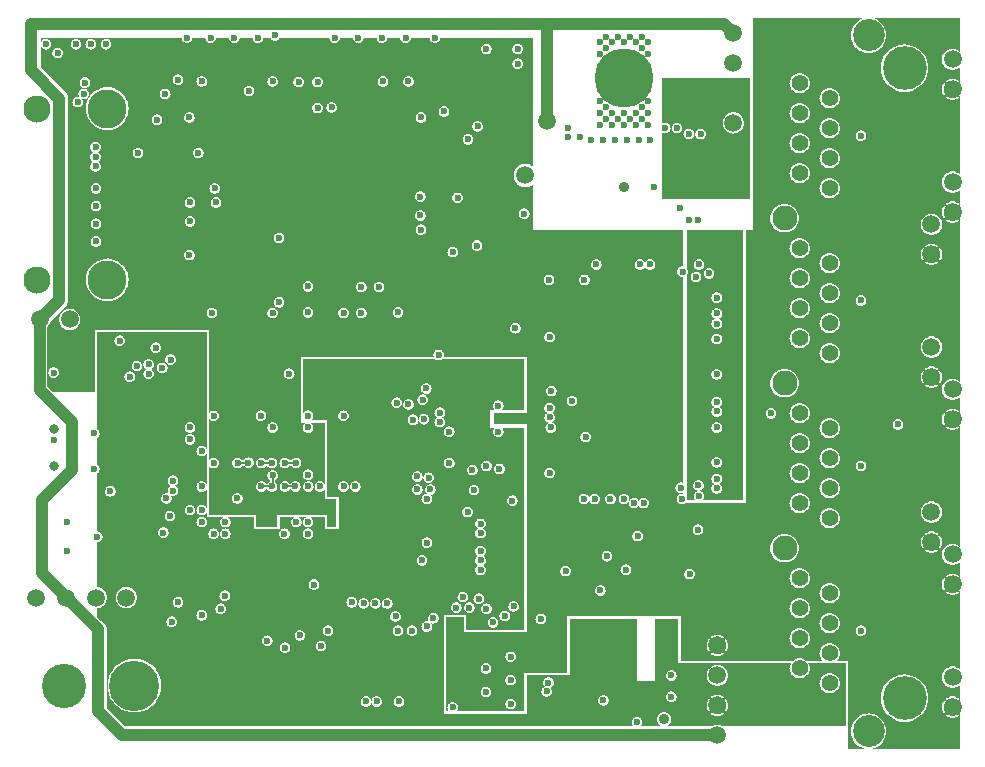
<source format=gbr>
G04 start of page 4 for group 2 idx 4 *
G04 Title: (unknown), Power *
G04 Creator: pcb 1.99z *
G04 CreationDate: Tue 11 Sep 2012 02:04:04 GMT UTC *
G04 For: ralph *
G04 Format: Gerber/RS-274X *
G04 PCB-Dimensions (mm): 80.00 62.50 *
G04 PCB-Coordinate-Origin: lower left *
%MOMM*%
%FSLAX43Y43*%
%LNGROUP2*%
%ADD117C,1.300*%
%ADD116C,3.200*%
%ADD115C,3.500*%
%ADD114C,3.000*%
%ADD113C,1.700*%
%ADD112C,4.000*%
%ADD111C,0.508*%
%ADD110C,0.500*%
%ADD109C,0.500*%
%ADD108C,0.300*%
%ADD107C,0.800*%
%ADD106C,5.000*%
%ADD105C,0.914*%
%ADD104C,0.900*%
%ADD103C,0.800*%
%ADD102C,0.600*%
%ADD101C,3.300*%
%ADD100C,2.300*%
%ADD99C,3.700*%
%ADD98C,2.700*%
%ADD97C,4.250*%
%ADD96C,3.750*%
%ADD95C,2.106*%
%ADD94C,1.400*%
%ADD93C,1.500*%
%ADD92C,1.000*%
%ADD91C,0.150*%
%ADD90C,0.002*%
G54D90*G36*
X68649Y7537D02*X68650Y7537D01*
X68783Y7548D01*
X68793Y7550D01*
X70050D01*
Y2250D01*
X68649D01*
Y4997D01*
X68650Y4997D01*
X68783Y5008D01*
X68914Y5039D01*
X69037Y5090D01*
X69151Y5160D01*
X69253Y5247D01*
X69340Y5349D01*
X69410Y5463D01*
X69461Y5586D01*
X69492Y5717D01*
X69500Y5850D01*
X69492Y5983D01*
X69461Y6114D01*
X69410Y6237D01*
X69340Y6351D01*
X69253Y6453D01*
X69151Y6540D01*
X69037Y6610D01*
X68914Y6661D01*
X68783Y6692D01*
X68650Y6703D01*
X68649Y6703D01*
Y7537D01*
G37*
G36*
X59902Y7550D02*X65376D01*
X65350Y7507D01*
X65299Y7384D01*
X65268Y7253D01*
X65257Y7120D01*
X65268Y6987D01*
X65299Y6856D01*
X65350Y6733D01*
X65420Y6619D01*
X65507Y6517D01*
X65609Y6430D01*
X65723Y6360D01*
X65846Y6309D01*
X65977Y6278D01*
X66110Y6267D01*
X66243Y6278D01*
X66374Y6309D01*
X66497Y6360D01*
X66611Y6430D01*
X66713Y6517D01*
X66800Y6619D01*
X66870Y6733D01*
X66921Y6856D01*
X66952Y6987D01*
X66960Y7120D01*
X66952Y7253D01*
X66921Y7384D01*
X66870Y7507D01*
X66844Y7550D01*
X68507D01*
X68517Y7548D01*
X68649Y7537D01*
Y6703D01*
X68517Y6692D01*
X68386Y6661D01*
X68263Y6610D01*
X68149Y6540D01*
X68047Y6453D01*
X67960Y6351D01*
X67890Y6237D01*
X67839Y6114D01*
X67808Y5983D01*
X67797Y5850D01*
X67808Y5717D01*
X67839Y5586D01*
X67890Y5463D01*
X67960Y5349D01*
X68047Y5247D01*
X68149Y5160D01*
X68263Y5090D01*
X68386Y5039D01*
X68517Y5008D01*
X68649Y4997D01*
Y2250D01*
X59902D01*
Y3486D01*
X59936Y3540D01*
X59974Y3614D01*
X60004Y3692D01*
X60027Y3773D01*
X60042Y3855D01*
X60050Y3938D01*
Y4022D01*
X60042Y4105D01*
X60027Y4187D01*
X60004Y4268D01*
X59974Y4346D01*
X59936Y4420D01*
X59902Y4476D01*
Y6024D01*
X59954Y6110D01*
X60009Y6241D01*
X60042Y6379D01*
X60050Y6520D01*
X60042Y6661D01*
X60009Y6799D01*
X59954Y6930D01*
X59902Y7016D01*
Y7550D01*
G37*
G36*
Y2250D02*X59547D01*
X59429Y2299D01*
X59291Y2332D01*
X59150Y2343D01*
X59149Y2343D01*
Y3080D01*
X59192D01*
X59275Y3088D01*
X59357Y3103D01*
X59438Y3126D01*
X59516Y3156D01*
X59590Y3194D01*
X59661Y3238D01*
X59671Y3246D01*
X59679Y3254D01*
X59685Y3264D01*
X59690Y3275D01*
X59693Y3287D01*
X59694Y3299D01*
X59694Y3311D01*
X59691Y3322D01*
X59687Y3334D01*
X59681Y3344D01*
X59673Y3353D01*
X59664Y3361D01*
X59654Y3368D01*
X59644Y3372D01*
X59632Y3376D01*
X59620Y3377D01*
X59608Y3376D01*
X59597Y3374D01*
X59585Y3369D01*
X59575Y3363D01*
X59517Y3326D01*
X59454Y3295D01*
X59389Y3269D01*
X59323Y3250D01*
X59254Y3237D01*
X59185Y3231D01*
X59149D01*
Y4729D01*
X59185D01*
X59254Y4723D01*
X59323Y4710D01*
X59389Y4691D01*
X59454Y4665D01*
X59517Y4634D01*
X59576Y4598D01*
X59586Y4591D01*
X59597Y4587D01*
X59608Y4585D01*
X59620Y4584D01*
X59632Y4585D01*
X59643Y4588D01*
X59654Y4593D01*
X59664Y4600D01*
X59673Y4607D01*
X59680Y4617D01*
X59686Y4627D01*
X59690Y4638D01*
X59693Y4649D01*
X59693Y4661D01*
X59692Y4673D01*
X59689Y4684D01*
X59684Y4695D01*
X59678Y4705D01*
X59670Y4714D01*
X59661Y4721D01*
X59590Y4766D01*
X59516Y4804D01*
X59438Y4834D01*
X59357Y4857D01*
X59275Y4872D01*
X59192Y4880D01*
X59149D01*
Y5617D01*
X59150Y5617D01*
X59291Y5628D01*
X59429Y5661D01*
X59560Y5716D01*
X59681Y5790D01*
X59788Y5882D01*
X59880Y5989D01*
X59902Y6024D01*
Y4476D01*
X59892Y4491D01*
X59884Y4501D01*
X59876Y4509D01*
X59866Y4515D01*
X59855Y4520D01*
X59843Y4523D01*
X59831Y4524D01*
X59819Y4524D01*
X59808Y4521D01*
X59796Y4517D01*
X59786Y4511D01*
X59777Y4503D01*
X59769Y4494D01*
X59762Y4484D01*
X59758Y4474D01*
X59754Y4462D01*
X59753Y4450D01*
X59754Y4438D01*
X59756Y4427D01*
X59761Y4415D01*
X59767Y4405D01*
X59804Y4347D01*
X59835Y4284D01*
X59861Y4219D01*
X59880Y4153D01*
X59893Y4084D01*
X59899Y4015D01*
Y3945D01*
X59893Y3876D01*
X59880Y3807D01*
X59861Y3741D01*
X59835Y3676D01*
X59804Y3613D01*
X59768Y3554D01*
X59761Y3544D01*
X59757Y3533D01*
X59755Y3522D01*
X59754Y3510D01*
X59755Y3498D01*
X59758Y3487D01*
X59763Y3476D01*
X59770Y3466D01*
X59777Y3457D01*
X59787Y3450D01*
X59797Y3444D01*
X59808Y3440D01*
X59819Y3437D01*
X59831Y3437D01*
X59843Y3438D01*
X59854Y3441D01*
X59865Y3446D01*
X59875Y3452D01*
X59884Y3460D01*
X59891Y3469D01*
X59902Y3486D01*
Y2250D01*
G37*
G36*
X59149Y7550D02*X59902D01*
Y7016D01*
X59880Y7051D01*
X59788Y7158D01*
X59681Y7250D01*
X59560Y7324D01*
X59429Y7379D01*
X59291Y7412D01*
X59150Y7423D01*
X59149Y7423D01*
Y7550D01*
G37*
G36*
X58398Y6024D02*X58420Y5989D01*
X58512Y5882D01*
X58619Y5790D01*
X58740Y5716D01*
X58871Y5661D01*
X59009Y5628D01*
X59149Y5617D01*
Y4880D01*
X59108D01*
X59025Y4872D01*
X58943Y4857D01*
X58862Y4834D01*
X58784Y4804D01*
X58710Y4766D01*
X58639Y4722D01*
X58629Y4714D01*
X58621Y4706D01*
X58615Y4696D01*
X58610Y4685D01*
X58607Y4673D01*
X58606Y4661D01*
X58606Y4649D01*
X58609Y4638D01*
X58613Y4626D01*
X58619Y4616D01*
X58627Y4607D01*
X58636Y4599D01*
X58646Y4592D01*
X58656Y4588D01*
X58668Y4584D01*
X58680Y4583D01*
X58692Y4584D01*
X58703Y4586D01*
X58715Y4591D01*
X58725Y4597D01*
X58783Y4634D01*
X58846Y4665D01*
X58911Y4691D01*
X58977Y4710D01*
X59046Y4723D01*
X59115Y4729D01*
X59149D01*
Y3231D01*
X59115D01*
X59046Y3237D01*
X58977Y3250D01*
X58911Y3269D01*
X58846Y3295D01*
X58783Y3326D01*
X58724Y3362D01*
X58714Y3369D01*
X58703Y3373D01*
X58692Y3375D01*
X58680Y3376D01*
X58668Y3375D01*
X58657Y3372D01*
X58646Y3367D01*
X58636Y3360D01*
X58627Y3353D01*
X58620Y3343D01*
X58614Y3333D01*
X58610Y3322D01*
X58607Y3311D01*
X58607Y3299D01*
X58608Y3287D01*
X58611Y3276D01*
X58616Y3265D01*
X58622Y3255D01*
X58630Y3246D01*
X58639Y3239D01*
X58710Y3194D01*
X58784Y3156D01*
X58862Y3126D01*
X58943Y3103D01*
X59025Y3088D01*
X59108Y3080D01*
X59149D01*
Y2343D01*
X59009Y2332D01*
X58871Y2299D01*
X58753Y2250D01*
X58398D01*
Y3484D01*
X58408Y3469D01*
X58416Y3459D01*
X58424Y3451D01*
X58434Y3445D01*
X58445Y3440D01*
X58457Y3437D01*
X58469Y3436D01*
X58481Y3436D01*
X58492Y3439D01*
X58504Y3443D01*
X58514Y3449D01*
X58523Y3457D01*
X58531Y3466D01*
X58538Y3476D01*
X58542Y3486D01*
X58546Y3498D01*
X58547Y3510D01*
X58546Y3522D01*
X58544Y3533D01*
X58539Y3545D01*
X58533Y3555D01*
X58496Y3613D01*
X58465Y3676D01*
X58439Y3741D01*
X58420Y3807D01*
X58407Y3876D01*
X58401Y3945D01*
Y4015D01*
X58407Y4084D01*
X58420Y4153D01*
X58439Y4219D01*
X58465Y4284D01*
X58496Y4347D01*
X58532Y4406D01*
X58539Y4416D01*
X58543Y4427D01*
X58545Y4438D01*
X58546Y4450D01*
X58545Y4462D01*
X58542Y4473D01*
X58537Y4484D01*
X58530Y4494D01*
X58523Y4503D01*
X58513Y4510D01*
X58503Y4516D01*
X58492Y4520D01*
X58481Y4523D01*
X58469Y4523D01*
X58457Y4522D01*
X58446Y4519D01*
X58435Y4514D01*
X58425Y4508D01*
X58416Y4500D01*
X58409Y4491D01*
X58398Y4474D01*
Y6024D01*
G37*
G36*
Y7550D02*X59149D01*
Y7423D01*
X59009Y7412D01*
X58871Y7379D01*
X58740Y7324D01*
X58619Y7250D01*
X58512Y7158D01*
X58420Y7051D01*
X58398Y7016D01*
Y7550D01*
G37*
G36*
X55249Y11300D02*X55850D01*
Y7550D01*
X58398D01*
Y7016D01*
X58346Y6930D01*
X58291Y6799D01*
X58258Y6661D01*
X58247Y6520D01*
X58258Y6379D01*
X58291Y6241D01*
X58346Y6110D01*
X58398Y6024D01*
Y4474D01*
X58364Y4420D01*
X58326Y4346D01*
X58296Y4268D01*
X58273Y4187D01*
X58258Y4105D01*
X58250Y4022D01*
Y3938D01*
X58258Y3855D01*
X58273Y3773D01*
X58296Y3692D01*
X58326Y3614D01*
X58364Y3540D01*
X58398Y3484D01*
Y2250D01*
X55249D01*
Y2786D01*
X55250Y2800D01*
X55249Y2814D01*
Y4249D01*
X55250Y4248D01*
X55321Y4254D01*
X55390Y4271D01*
X55455Y4298D01*
X55515Y4335D01*
X55569Y4381D01*
X55615Y4435D01*
X55652Y4495D01*
X55679Y4560D01*
X55696Y4629D01*
X55700Y4700D01*
X55696Y4771D01*
X55679Y4840D01*
X55652Y4905D01*
X55615Y4965D01*
X55569Y5019D01*
X55515Y5065D01*
X55455Y5102D01*
X55390Y5129D01*
X55321Y5146D01*
X55250Y5152D01*
X55249Y5151D01*
Y6049D01*
X55250Y6048D01*
X55321Y6054D01*
X55390Y6071D01*
X55455Y6098D01*
X55515Y6135D01*
X55569Y6181D01*
X55615Y6235D01*
X55652Y6295D01*
X55679Y6360D01*
X55696Y6429D01*
X55700Y6500D01*
X55696Y6571D01*
X55679Y6640D01*
X55652Y6705D01*
X55615Y6765D01*
X55569Y6819D01*
X55515Y6865D01*
X55455Y6902D01*
X55390Y6929D01*
X55321Y6946D01*
X55250Y6952D01*
X55249Y6951D01*
Y11300D01*
G37*
G36*
Y2250D02*X54890D01*
X54923Y2264D01*
X55004Y2313D01*
X55076Y2374D01*
X55137Y2446D01*
X55186Y2527D01*
X55223Y2614D01*
X55245Y2706D01*
X55249Y2786D01*
Y2250D01*
G37*
G36*
X49499Y11300D02*X52350D01*
Y6000D01*
X53850D01*
Y11300D01*
X55249D01*
Y6951D01*
X55179Y6946D01*
X55110Y6929D01*
X55045Y6902D01*
X54985Y6865D01*
X54931Y6819D01*
X54885Y6765D01*
X54848Y6705D01*
X54821Y6640D01*
X54804Y6571D01*
X54798Y6500D01*
X54804Y6429D01*
X54821Y6360D01*
X54848Y6295D01*
X54885Y6235D01*
X54931Y6181D01*
X54985Y6135D01*
X55045Y6098D01*
X55110Y6071D01*
X55179Y6054D01*
X55249Y6049D01*
Y5151D01*
X55179Y5146D01*
X55110Y5129D01*
X55045Y5102D01*
X54985Y5065D01*
X54931Y5019D01*
X54885Y4965D01*
X54848Y4905D01*
X54821Y4840D01*
X54804Y4771D01*
X54798Y4700D01*
X54804Y4629D01*
X54821Y4560D01*
X54848Y4495D01*
X54885Y4435D01*
X54931Y4381D01*
X54985Y4335D01*
X55045Y4298D01*
X55110Y4271D01*
X55179Y4254D01*
X55249Y4249D01*
Y2814D01*
X55245Y2894D01*
X55223Y2986D01*
X55186Y3073D01*
X55137Y3154D01*
X55076Y3226D01*
X55004Y3287D01*
X54923Y3336D01*
X54836Y3373D01*
X54744Y3395D01*
X54650Y3402D01*
X54556Y3395D01*
X54464Y3373D01*
X54377Y3336D01*
X54296Y3287D01*
X54224Y3226D01*
X54163Y3154D01*
X54114Y3073D01*
X54077Y2986D01*
X54055Y2894D01*
X54048Y2800D01*
X54055Y2706D01*
X54077Y2614D01*
X54114Y2527D01*
X54163Y2446D01*
X54224Y2374D01*
X54296Y2313D01*
X54377Y2264D01*
X54410Y2250D01*
X52686D01*
X52715Y2285D01*
X52752Y2345D01*
X52779Y2410D01*
X52796Y2479D01*
X52800Y2550D01*
X52796Y2621D01*
X52779Y2690D01*
X52752Y2755D01*
X52715Y2815D01*
X52669Y2869D01*
X52615Y2915D01*
X52555Y2952D01*
X52490Y2979D01*
X52421Y2996D01*
X52350Y3002D01*
X52279Y2996D01*
X52210Y2979D01*
X52145Y2952D01*
X52085Y2915D01*
X52031Y2869D01*
X51985Y2815D01*
X51948Y2755D01*
X51921Y2690D01*
X51904Y2621D01*
X51898Y2550D01*
X51904Y2479D01*
X51921Y2410D01*
X51948Y2345D01*
X51985Y2285D01*
X52014Y2250D01*
X49499D01*
Y3949D01*
X49500Y3948D01*
X49571Y3954D01*
X49640Y3971D01*
X49705Y3998D01*
X49765Y4035D01*
X49819Y4081D01*
X49865Y4135D01*
X49902Y4195D01*
X49929Y4260D01*
X49946Y4329D01*
X49950Y4400D01*
X49946Y4471D01*
X49929Y4540D01*
X49902Y4605D01*
X49865Y4665D01*
X49819Y4719D01*
X49765Y4765D01*
X49705Y4802D01*
X49640Y4829D01*
X49571Y4846D01*
X49500Y4852D01*
X49499Y4851D01*
Y11300D01*
G37*
G36*
X44774Y6500D02*X46650D01*
Y11300D01*
X49499D01*
Y4851D01*
X49429Y4846D01*
X49360Y4829D01*
X49295Y4802D01*
X49235Y4765D01*
X49181Y4719D01*
X49135Y4665D01*
X49098Y4605D01*
X49071Y4540D01*
X49054Y4471D01*
X49048Y4400D01*
X49054Y4329D01*
X49071Y4260D01*
X49098Y4195D01*
X49135Y4135D01*
X49181Y4081D01*
X49235Y4035D01*
X49295Y3998D01*
X49360Y3971D01*
X49429Y3954D01*
X49499Y3949D01*
Y2250D01*
X44774D01*
Y4705D01*
X44840Y4721D01*
X44905Y4748D01*
X44965Y4785D01*
X45019Y4831D01*
X45065Y4885D01*
X45102Y4945D01*
X45129Y5010D01*
X45146Y5079D01*
X45150Y5150D01*
X45146Y5221D01*
X45129Y5290D01*
X45102Y5355D01*
X45065Y5415D01*
X45019Y5469D01*
X45008Y5478D01*
X45055Y5498D01*
X45115Y5535D01*
X45169Y5581D01*
X45215Y5635D01*
X45252Y5695D01*
X45279Y5760D01*
X45296Y5829D01*
X45300Y5900D01*
X45296Y5971D01*
X45279Y6040D01*
X45252Y6105D01*
X45215Y6165D01*
X45169Y6219D01*
X45115Y6265D01*
X45055Y6302D01*
X44990Y6329D01*
X44921Y6346D01*
X44850Y6352D01*
X44779Y6346D01*
X44774Y6345D01*
Y6500D01*
G37*
G36*
X36449Y3250D02*X43000D01*
Y6500D01*
X44774D01*
Y6345D01*
X44710Y6329D01*
X44645Y6302D01*
X44585Y6265D01*
X44531Y6219D01*
X44485Y6165D01*
X44448Y6105D01*
X44421Y6040D01*
X44404Y5971D01*
X44398Y5900D01*
X44404Y5829D01*
X44421Y5760D01*
X44448Y5695D01*
X44485Y5635D01*
X44531Y5581D01*
X44542Y5572D01*
X44495Y5552D01*
X44435Y5515D01*
X44381Y5469D01*
X44335Y5415D01*
X44298Y5355D01*
X44271Y5290D01*
X44254Y5221D01*
X44248Y5150D01*
X44254Y5079D01*
X44271Y5010D01*
X44298Y4945D01*
X44335Y4885D01*
X44381Y4831D01*
X44435Y4785D01*
X44495Y4748D01*
X44560Y4721D01*
X44629Y4704D01*
X44700Y4698D01*
X44771Y4704D01*
X44774Y4705D01*
Y2250D01*
X36449D01*
Y3250D01*
G37*
G36*
X41899Y27450D02*X42800D01*
Y10350D01*
X41899D01*
Y11899D01*
X41900Y11898D01*
X41971Y11904D01*
X42040Y11921D01*
X42105Y11948D01*
X42165Y11985D01*
X42219Y12031D01*
X42265Y12085D01*
X42302Y12145D01*
X42329Y12210D01*
X42346Y12279D01*
X42350Y12350D01*
X42346Y12421D01*
X42329Y12490D01*
X42302Y12555D01*
X42265Y12615D01*
X42219Y12669D01*
X42165Y12715D01*
X42105Y12752D01*
X42040Y12779D01*
X41971Y12796D01*
X41900Y12802D01*
X41899Y12801D01*
Y20861D01*
X41940Y20871D01*
X42005Y20898D01*
X42065Y20935D01*
X42119Y20981D01*
X42165Y21035D01*
X42202Y21095D01*
X42229Y21160D01*
X42246Y21229D01*
X42250Y21300D01*
X42246Y21371D01*
X42229Y21440D01*
X42202Y21505D01*
X42165Y21565D01*
X42119Y21619D01*
X42065Y21665D01*
X42005Y21702D01*
X41940Y21729D01*
X41899Y21739D01*
Y27450D01*
G37*
G36*
X42800Y33300D02*Y29000D01*
X41899D01*
Y33300D01*
X42800D01*
G37*
G36*
X41149Y27450D02*X41899D01*
Y21739D01*
X41871Y21746D01*
X41800Y21752D01*
X41729Y21746D01*
X41660Y21729D01*
X41595Y21702D01*
X41535Y21665D01*
X41481Y21619D01*
X41435Y21565D01*
X41398Y21505D01*
X41371Y21440D01*
X41354Y21371D01*
X41348Y21300D01*
X41354Y21229D01*
X41371Y21160D01*
X41398Y21095D01*
X41435Y21035D01*
X41481Y20981D01*
X41535Y20935D01*
X41595Y20898D01*
X41660Y20871D01*
X41729Y20854D01*
X41800Y20848D01*
X41871Y20854D01*
X41899Y20861D01*
Y12801D01*
X41829Y12796D01*
X41760Y12779D01*
X41695Y12752D01*
X41635Y12715D01*
X41581Y12669D01*
X41535Y12615D01*
X41498Y12555D01*
X41471Y12490D01*
X41454Y12421D01*
X41448Y12350D01*
X41454Y12279D01*
X41471Y12210D01*
X41498Y12145D01*
X41535Y12085D01*
X41581Y12031D01*
X41635Y11985D01*
X41695Y11948D01*
X41760Y11921D01*
X41829Y11904D01*
X41899Y11899D01*
Y10350D01*
X41149D01*
Y11099D01*
X41150Y11098D01*
X41221Y11104D01*
X41290Y11121D01*
X41355Y11148D01*
X41415Y11185D01*
X41469Y11231D01*
X41515Y11285D01*
X41552Y11345D01*
X41579Y11410D01*
X41596Y11479D01*
X41600Y11550D01*
X41596Y11621D01*
X41579Y11690D01*
X41552Y11755D01*
X41515Y11815D01*
X41469Y11869D01*
X41415Y11915D01*
X41355Y11952D01*
X41290Y11979D01*
X41221Y11996D01*
X41150Y12002D01*
X41149Y12001D01*
Y23986D01*
X41150Y24000D01*
X41149Y24014D01*
Y27450D01*
G37*
G36*
X41899Y29000D02*X41149D01*
Y33300D01*
X41899D01*
Y29000D01*
G37*
G36*
X40149Y27140D02*X40154Y27079D01*
X40171Y27010D01*
X40198Y26945D01*
X40235Y26885D01*
X40281Y26831D01*
X40335Y26785D01*
X40395Y26748D01*
X40460Y26721D01*
X40529Y26704D01*
X40600Y26698D01*
X40671Y26704D01*
X40740Y26721D01*
X40805Y26748D01*
X40865Y26785D01*
X40919Y26831D01*
X40965Y26885D01*
X41002Y26945D01*
X41029Y27010D01*
X41046Y27079D01*
X41050Y27150D01*
X41046Y27221D01*
X41029Y27290D01*
X41002Y27355D01*
X40965Y27415D01*
X40936Y27450D01*
X41149D01*
Y24014D01*
X41146Y24071D01*
X41129Y24140D01*
X41102Y24205D01*
X41065Y24265D01*
X41019Y24319D01*
X40965Y24365D01*
X40905Y24402D01*
X40840Y24429D01*
X40771Y24446D01*
X40700Y24452D01*
X40629Y24446D01*
X40560Y24429D01*
X40495Y24402D01*
X40435Y24365D01*
X40381Y24319D01*
X40335Y24265D01*
X40298Y24205D01*
X40271Y24140D01*
X40254Y24071D01*
X40248Y24000D01*
X40254Y23929D01*
X40271Y23860D01*
X40298Y23795D01*
X40335Y23735D01*
X40381Y23681D01*
X40435Y23635D01*
X40495Y23598D01*
X40560Y23571D01*
X40629Y23554D01*
X40700Y23548D01*
X40771Y23554D01*
X40840Y23571D01*
X40905Y23598D01*
X40965Y23635D01*
X41019Y23681D01*
X41065Y23735D01*
X41102Y23795D01*
X41129Y23860D01*
X41146Y23929D01*
X41149Y23986D01*
Y12001D01*
X41079Y11996D01*
X41010Y11979D01*
X40945Y11952D01*
X40885Y11915D01*
X40831Y11869D01*
X40785Y11815D01*
X40748Y11755D01*
X40721Y11690D01*
X40704Y11621D01*
X40698Y11550D01*
X40704Y11479D01*
X40721Y11410D01*
X40748Y11345D01*
X40785Y11285D01*
X40831Y11231D01*
X40885Y11185D01*
X40945Y11148D01*
X41010Y11121D01*
X41079Y11104D01*
X41149Y11099D01*
Y10350D01*
X40149D01*
Y10549D01*
X40150Y10548D01*
X40221Y10554D01*
X40290Y10571D01*
X40355Y10598D01*
X40415Y10635D01*
X40469Y10681D01*
X40515Y10735D01*
X40552Y10795D01*
X40579Y10860D01*
X40596Y10929D01*
X40600Y11000D01*
X40596Y11071D01*
X40579Y11140D01*
X40552Y11205D01*
X40515Y11265D01*
X40469Y11319D01*
X40415Y11365D01*
X40355Y11402D01*
X40290Y11429D01*
X40221Y11446D01*
X40150Y11452D01*
X40149Y11451D01*
Y27140D01*
G37*
G36*
Y27450D02*X40264D01*
X40235Y27415D01*
X40198Y27355D01*
X40171Y27290D01*
X40154Y27221D01*
X40149Y27160D01*
Y27450D01*
G37*
G36*
Y29340D02*X40154Y29279D01*
X40171Y29210D01*
X40198Y29145D01*
X40235Y29085D01*
X40281Y29031D01*
X40317Y29000D01*
X40149D01*
Y29340D01*
G37*
G36*
X41149Y29000D02*X40883D01*
X40919Y29031D01*
X40965Y29085D01*
X41002Y29145D01*
X41029Y29210D01*
X41046Y29279D01*
X41050Y29350D01*
X41046Y29421D01*
X41029Y29490D01*
X41002Y29555D01*
X40965Y29615D01*
X40919Y29669D01*
X40865Y29715D01*
X40805Y29752D01*
X40740Y29779D01*
X40671Y29796D01*
X40600Y29802D01*
X40529Y29796D01*
X40460Y29779D01*
X40395Y29752D01*
X40335Y29715D01*
X40281Y29669D01*
X40235Y29615D01*
X40198Y29555D01*
X40171Y29490D01*
X40154Y29421D01*
X40149Y29360D01*
Y33300D01*
X41149D01*
Y29000D01*
G37*
G36*
X40149Y29360D02*X40148Y29350D01*
X40149Y29340D01*
Y29000D01*
X39900D01*
Y27450D01*
X40149D01*
Y27160D01*
X40148Y27150D01*
X40149Y27140D01*
Y11451D01*
X40079Y11446D01*
X40010Y11429D01*
X39945Y11402D01*
X39885Y11365D01*
X39831Y11319D01*
X39785Y11265D01*
X39748Y11205D01*
X39721Y11140D01*
X39704Y11071D01*
X39698Y11000D01*
X39704Y10929D01*
X39721Y10860D01*
X39748Y10795D01*
X39785Y10735D01*
X39831Y10681D01*
X39885Y10635D01*
X39945Y10598D01*
X40010Y10571D01*
X40079Y10554D01*
X40149Y10549D01*
Y10350D01*
X39599D01*
Y11699D01*
X39600Y11698D01*
X39671Y11704D01*
X39740Y11721D01*
X39805Y11748D01*
X39865Y11785D01*
X39919Y11831D01*
X39965Y11885D01*
X40002Y11945D01*
X40029Y12010D01*
X40046Y12079D01*
X40050Y12150D01*
X40046Y12221D01*
X40029Y12290D01*
X40002Y12355D01*
X39965Y12415D01*
X39919Y12469D01*
X39865Y12515D01*
X39805Y12552D01*
X39740Y12579D01*
X39671Y12596D01*
X39600Y12602D01*
X39599Y12601D01*
Y23799D01*
X39600Y23798D01*
X39671Y23804D01*
X39740Y23821D01*
X39805Y23848D01*
X39865Y23885D01*
X39919Y23931D01*
X39965Y23985D01*
X40002Y24045D01*
X40029Y24110D01*
X40046Y24179D01*
X40050Y24250D01*
X40046Y24321D01*
X40029Y24390D01*
X40002Y24455D01*
X39965Y24515D01*
X39919Y24569D01*
X39865Y24615D01*
X39805Y24652D01*
X39740Y24679D01*
X39671Y24696D01*
X39600Y24702D01*
X39599Y24701D01*
Y33300D01*
X40149D01*
Y29360D01*
G37*
G36*
X39599Y10350D02*X38949D01*
Y12549D01*
X38950Y12548D01*
X39021Y12554D01*
X39090Y12571D01*
X39155Y12598D01*
X39215Y12635D01*
X39269Y12681D01*
X39315Y12735D01*
X39352Y12795D01*
X39379Y12860D01*
X39396Y12929D01*
X39400Y13000D01*
X39396Y13071D01*
X39379Y13140D01*
X39352Y13205D01*
X39315Y13265D01*
X39269Y13319D01*
X39215Y13365D01*
X39155Y13402D01*
X39090Y13429D01*
X39021Y13446D01*
X38950Y13452D01*
X38949Y13451D01*
Y15025D01*
X38960Y15021D01*
X39029Y15004D01*
X39100Y14998D01*
X39171Y15004D01*
X39240Y15021D01*
X39305Y15048D01*
X39365Y15085D01*
X39419Y15131D01*
X39465Y15185D01*
X39502Y15245D01*
X39529Y15310D01*
X39546Y15379D01*
X39550Y15450D01*
X39546Y15521D01*
X39529Y15590D01*
X39502Y15655D01*
X39465Y15715D01*
X39419Y15769D01*
X39365Y15815D01*
X39309Y15850D01*
X39365Y15885D01*
X39419Y15931D01*
X39465Y15985D01*
X39502Y16045D01*
X39529Y16110D01*
X39546Y16179D01*
X39550Y16250D01*
X39546Y16321D01*
X39529Y16390D01*
X39502Y16455D01*
X39465Y16515D01*
X39419Y16569D01*
X39365Y16615D01*
X39309Y16650D01*
X39365Y16685D01*
X39419Y16731D01*
X39465Y16785D01*
X39502Y16845D01*
X39529Y16910D01*
X39546Y16979D01*
X39550Y17050D01*
X39546Y17121D01*
X39529Y17190D01*
X39502Y17255D01*
X39465Y17315D01*
X39419Y17369D01*
X39365Y17415D01*
X39305Y17452D01*
X39240Y17479D01*
X39171Y17496D01*
X39100Y17502D01*
X39029Y17496D01*
X38960Y17479D01*
X38949Y17475D01*
Y18125D01*
X38960Y18121D01*
X39029Y18104D01*
X39100Y18098D01*
X39171Y18104D01*
X39240Y18121D01*
X39305Y18148D01*
X39365Y18185D01*
X39419Y18231D01*
X39465Y18285D01*
X39502Y18345D01*
X39529Y18410D01*
X39546Y18479D01*
X39550Y18550D01*
X39546Y18621D01*
X39529Y18690D01*
X39502Y18755D01*
X39465Y18815D01*
X39419Y18869D01*
X39365Y18915D01*
X39309Y18950D01*
X39365Y18985D01*
X39419Y19031D01*
X39465Y19085D01*
X39502Y19145D01*
X39529Y19210D01*
X39546Y19279D01*
X39550Y19350D01*
X39546Y19421D01*
X39529Y19490D01*
X39502Y19555D01*
X39465Y19615D01*
X39419Y19669D01*
X39365Y19715D01*
X39305Y19752D01*
X39240Y19779D01*
X39171Y19796D01*
X39100Y19802D01*
X39029Y19796D01*
X38960Y19779D01*
X38949Y19775D01*
Y21990D01*
X38952Y21995D01*
X38979Y22060D01*
X38996Y22129D01*
X39000Y22200D01*
X38996Y22271D01*
X38979Y22340D01*
X38952Y22405D01*
X38949Y22410D01*
Y33300D01*
X39599D01*
Y24701D01*
X39529Y24696D01*
X39460Y24679D01*
X39395Y24652D01*
X39335Y24615D01*
X39281Y24569D01*
X39235Y24515D01*
X39198Y24455D01*
X39171Y24390D01*
X39154Y24321D01*
X39148Y24250D01*
X39154Y24179D01*
X39171Y24110D01*
X39198Y24045D01*
X39235Y23985D01*
X39281Y23931D01*
X39335Y23885D01*
X39395Y23848D01*
X39460Y23821D01*
X39529Y23804D01*
X39599Y23799D01*
Y12601D01*
X39529Y12596D01*
X39460Y12579D01*
X39395Y12552D01*
X39335Y12515D01*
X39281Y12469D01*
X39235Y12415D01*
X39198Y12355D01*
X39171Y12290D01*
X39154Y12221D01*
X39148Y12150D01*
X39154Y12079D01*
X39171Y12010D01*
X39198Y11945D01*
X39235Y11885D01*
X39281Y11831D01*
X39335Y11785D01*
X39395Y11748D01*
X39460Y11721D01*
X39529Y11704D01*
X39599Y11699D01*
Y10350D01*
G37*
G36*
X38949Y22410D02*X38915Y22465D01*
X38869Y22519D01*
X38815Y22565D01*
X38755Y22602D01*
X38690Y22629D01*
X38621Y22646D01*
X38550Y22652D01*
X38479Y22646D01*
X38410Y22629D01*
X38345Y22602D01*
X38285Y22565D01*
X38231Y22519D01*
X38185Y22465D01*
X38149Y22408D01*
Y23526D01*
X38195Y23498D01*
X38260Y23471D01*
X38329Y23454D01*
X38400Y23448D01*
X38471Y23454D01*
X38540Y23471D01*
X38605Y23498D01*
X38665Y23535D01*
X38719Y23581D01*
X38765Y23635D01*
X38802Y23695D01*
X38829Y23760D01*
X38846Y23829D01*
X38850Y23900D01*
X38846Y23971D01*
X38829Y24040D01*
X38802Y24105D01*
X38765Y24165D01*
X38719Y24219D01*
X38665Y24265D01*
X38605Y24302D01*
X38540Y24329D01*
X38471Y24346D01*
X38400Y24352D01*
X38329Y24346D01*
X38260Y24329D01*
X38195Y24302D01*
X38149Y24274D01*
Y33300D01*
X38949D01*
Y22410D01*
G37*
G36*
Y10350D02*X38149D01*
Y11799D01*
X38150Y11798D01*
X38221Y11804D01*
X38290Y11821D01*
X38355Y11848D01*
X38415Y11885D01*
X38469Y11931D01*
X38515Y11985D01*
X38552Y12045D01*
X38579Y12110D01*
X38596Y12179D01*
X38600Y12250D01*
X38596Y12321D01*
X38579Y12390D01*
X38552Y12455D01*
X38515Y12515D01*
X38469Y12569D01*
X38415Y12615D01*
X38355Y12652D01*
X38290Y12679D01*
X38221Y12696D01*
X38150Y12702D01*
X38149Y12701D01*
Y19925D01*
X38205Y19948D01*
X38265Y19985D01*
X38319Y20031D01*
X38365Y20085D01*
X38402Y20145D01*
X38429Y20210D01*
X38446Y20279D01*
X38450Y20350D01*
X38446Y20421D01*
X38429Y20490D01*
X38402Y20555D01*
X38365Y20615D01*
X38319Y20669D01*
X38265Y20715D01*
X38205Y20752D01*
X38149Y20775D01*
Y21992D01*
X38185Y21935D01*
X38231Y21881D01*
X38285Y21835D01*
X38345Y21798D01*
X38410Y21771D01*
X38479Y21754D01*
X38550Y21748D01*
X38621Y21754D01*
X38690Y21771D01*
X38755Y21798D01*
X38815Y21835D01*
X38869Y21881D01*
X38915Y21935D01*
X38949Y21990D01*
Y19775D01*
X38895Y19752D01*
X38835Y19715D01*
X38781Y19669D01*
X38735Y19615D01*
X38698Y19555D01*
X38671Y19490D01*
X38654Y19421D01*
X38648Y19350D01*
X38654Y19279D01*
X38671Y19210D01*
X38698Y19145D01*
X38735Y19085D01*
X38781Y19031D01*
X38835Y18985D01*
X38891Y18950D01*
X38835Y18915D01*
X38781Y18869D01*
X38735Y18815D01*
X38698Y18755D01*
X38671Y18690D01*
X38654Y18621D01*
X38648Y18550D01*
X38654Y18479D01*
X38671Y18410D01*
X38698Y18345D01*
X38735Y18285D01*
X38781Y18231D01*
X38835Y18185D01*
X38895Y18148D01*
X38949Y18125D01*
Y17475D01*
X38895Y17452D01*
X38835Y17415D01*
X38781Y17369D01*
X38735Y17315D01*
X38698Y17255D01*
X38671Y17190D01*
X38654Y17121D01*
X38648Y17050D01*
X38654Y16979D01*
X38671Y16910D01*
X38698Y16845D01*
X38735Y16785D01*
X38781Y16731D01*
X38835Y16685D01*
X38891Y16650D01*
X38835Y16615D01*
X38781Y16569D01*
X38735Y16515D01*
X38698Y16455D01*
X38671Y16390D01*
X38654Y16321D01*
X38648Y16250D01*
X38654Y16179D01*
X38671Y16110D01*
X38698Y16045D01*
X38735Y15985D01*
X38781Y15931D01*
X38835Y15885D01*
X38891Y15850D01*
X38835Y15815D01*
X38781Y15769D01*
X38735Y15715D01*
X38698Y15655D01*
X38671Y15590D01*
X38654Y15521D01*
X38648Y15450D01*
X38654Y15379D01*
X38671Y15310D01*
X38698Y15245D01*
X38735Y15185D01*
X38781Y15131D01*
X38835Y15085D01*
X38895Y15048D01*
X38949Y15025D01*
Y13451D01*
X38879Y13446D01*
X38810Y13429D01*
X38745Y13402D01*
X38685Y13365D01*
X38631Y13319D01*
X38585Y13265D01*
X38548Y13205D01*
X38521Y13140D01*
X38504Y13071D01*
X38498Y13000D01*
X38504Y12929D01*
X38521Y12860D01*
X38548Y12795D01*
X38585Y12735D01*
X38631Y12681D01*
X38685Y12635D01*
X38745Y12598D01*
X38810Y12571D01*
X38879Y12554D01*
X38949Y12549D01*
Y10350D01*
G37*
G36*
X37599Y33300D02*X38149D01*
Y24274D01*
X38135Y24265D01*
X38081Y24219D01*
X38035Y24165D01*
X37998Y24105D01*
X37971Y24040D01*
X37954Y23971D01*
X37948Y23900D01*
X37954Y23829D01*
X37971Y23760D01*
X37998Y23695D01*
X38035Y23635D01*
X38081Y23581D01*
X38135Y23535D01*
X38149Y23526D01*
Y22408D01*
X38148Y22405D01*
X38121Y22340D01*
X38104Y22271D01*
X38098Y22200D01*
X38104Y22129D01*
X38121Y22060D01*
X38148Y21995D01*
X38149Y21992D01*
Y20775D01*
X38140Y20779D01*
X38071Y20796D01*
X38000Y20802D01*
X37929Y20796D01*
X37860Y20779D01*
X37795Y20752D01*
X37735Y20715D01*
X37681Y20669D01*
X37635Y20615D01*
X37599Y20558D01*
Y33300D01*
G37*
G36*
X38149Y10350D02*X37900D01*
Y11650D01*
X37599D01*
Y12699D01*
X37600Y12698D01*
X37671Y12704D01*
X37740Y12721D01*
X37805Y12748D01*
X37865Y12785D01*
X37919Y12831D01*
X37965Y12885D01*
X38002Y12945D01*
X38029Y13010D01*
X38046Y13079D01*
X38050Y13150D01*
X38046Y13221D01*
X38029Y13290D01*
X38002Y13355D01*
X37965Y13415D01*
X37919Y13469D01*
X37865Y13515D01*
X37805Y13552D01*
X37740Y13579D01*
X37671Y13596D01*
X37600Y13602D01*
X37599Y13601D01*
Y20142D01*
X37635Y20085D01*
X37681Y20031D01*
X37735Y19985D01*
X37795Y19948D01*
X37860Y19921D01*
X37929Y19904D01*
X38000Y19898D01*
X38071Y19904D01*
X38140Y19921D01*
X38149Y19925D01*
Y12701D01*
X38079Y12696D01*
X38010Y12679D01*
X37945Y12652D01*
X37885Y12615D01*
X37831Y12569D01*
X37785Y12515D01*
X37748Y12455D01*
X37721Y12390D01*
X37704Y12321D01*
X37698Y12250D01*
X37704Y12179D01*
X37721Y12110D01*
X37748Y12045D01*
X37785Y11985D01*
X37831Y11931D01*
X37885Y11885D01*
X37945Y11848D01*
X38010Y11821D01*
X38079Y11804D01*
X38149Y11799D01*
Y10350D01*
G37*
G36*
X37599Y11650D02*X37049D01*
Y11799D01*
X37050Y11798D01*
X37121Y11804D01*
X37190Y11821D01*
X37255Y11848D01*
X37315Y11885D01*
X37369Y11931D01*
X37415Y11985D01*
X37452Y12045D01*
X37479Y12110D01*
X37496Y12179D01*
X37500Y12250D01*
X37496Y12321D01*
X37479Y12390D01*
X37452Y12455D01*
X37415Y12515D01*
X37369Y12569D01*
X37315Y12615D01*
X37255Y12652D01*
X37190Y12679D01*
X37121Y12696D01*
X37050Y12702D01*
X37049Y12701D01*
Y33300D01*
X37599D01*
Y20558D01*
X37598Y20555D01*
X37571Y20490D01*
X37554Y20421D01*
X37548Y20350D01*
X37554Y20279D01*
X37571Y20210D01*
X37598Y20145D01*
X37599Y20142D01*
Y13601D01*
X37529Y13596D01*
X37460Y13579D01*
X37395Y13552D01*
X37335Y13515D01*
X37281Y13469D01*
X37235Y13415D01*
X37198Y13355D01*
X37171Y13290D01*
X37154Y13221D01*
X37148Y13150D01*
X37154Y13079D01*
X37171Y13010D01*
X37198Y12945D01*
X37235Y12885D01*
X37281Y12831D01*
X37335Y12785D01*
X37395Y12748D01*
X37460Y12721D01*
X37529Y12704D01*
X37599Y12699D01*
Y11650D01*
G37*
G36*
X37049D02*X36449D01*
Y24049D01*
X36450Y24048D01*
X36521Y24054D01*
X36590Y24071D01*
X36655Y24098D01*
X36715Y24135D01*
X36769Y24181D01*
X36815Y24235D01*
X36852Y24295D01*
X36879Y24360D01*
X36896Y24429D01*
X36900Y24500D01*
X36896Y24571D01*
X36879Y24640D01*
X36852Y24705D01*
X36815Y24765D01*
X36769Y24819D01*
X36715Y24865D01*
X36655Y24902D01*
X36590Y24929D01*
X36521Y24946D01*
X36450Y24952D01*
X36449Y24951D01*
Y26699D01*
X36450Y26698D01*
X36521Y26704D01*
X36590Y26721D01*
X36655Y26748D01*
X36715Y26785D01*
X36769Y26831D01*
X36815Y26885D01*
X36852Y26945D01*
X36879Y27010D01*
X36896Y27079D01*
X36900Y27150D01*
X36896Y27221D01*
X36879Y27290D01*
X36852Y27355D01*
X36815Y27415D01*
X36769Y27469D01*
X36715Y27515D01*
X36655Y27552D01*
X36590Y27579D01*
X36521Y27596D01*
X36450Y27602D01*
X36449Y27601D01*
Y33300D01*
X37049D01*
Y12701D01*
X36979Y12696D01*
X36910Y12679D01*
X36845Y12652D01*
X36785Y12615D01*
X36731Y12569D01*
X36685Y12515D01*
X36648Y12455D01*
X36621Y12390D01*
X36604Y12321D01*
X36598Y12250D01*
X36604Y12179D01*
X36621Y12110D01*
X36648Y12045D01*
X36685Y11985D01*
X36731Y11931D01*
X36785Y11885D01*
X36845Y11848D01*
X36910Y11821D01*
X36979Y11804D01*
X37049Y11799D01*
Y11650D01*
G37*
G36*
X34699Y11142D02*X34735Y11085D01*
X34770Y11043D01*
X34755Y11052D01*
X34699Y11075D01*
Y11142D01*
G37*
G36*
X36449Y11650D02*X36000D01*
Y3250D01*
X36449D01*
Y2250D01*
X35649D01*
Y27499D01*
X35650Y27498D01*
X35721Y27504D01*
X35790Y27521D01*
X35855Y27548D01*
X35915Y27585D01*
X35969Y27631D01*
X36015Y27685D01*
X36052Y27745D01*
X36079Y27810D01*
X36096Y27879D01*
X36100Y27950D01*
X36096Y28021D01*
X36079Y28090D01*
X36052Y28155D01*
X36015Y28215D01*
X35969Y28269D01*
X35915Y28315D01*
X35859Y28350D01*
X35915Y28385D01*
X35969Y28431D01*
X36015Y28485D01*
X36052Y28545D01*
X36079Y28610D01*
X36096Y28679D01*
X36100Y28750D01*
X36096Y28821D01*
X36079Y28890D01*
X36052Y28955D01*
X36015Y29015D01*
X35969Y29069D01*
X35915Y29115D01*
X35855Y29152D01*
X35790Y29179D01*
X35721Y29196D01*
X35650Y29202D01*
X35649Y29201D01*
Y33211D01*
X35690Y33221D01*
X35755Y33248D01*
X35815Y33285D01*
X35833Y33300D01*
X36449D01*
Y27601D01*
X36379Y27596D01*
X36310Y27579D01*
X36245Y27552D01*
X36185Y27515D01*
X36131Y27469D01*
X36085Y27415D01*
X36048Y27355D01*
X36021Y27290D01*
X36004Y27221D01*
X35998Y27150D01*
X36004Y27079D01*
X36021Y27010D01*
X36048Y26945D01*
X36085Y26885D01*
X36131Y26831D01*
X36185Y26785D01*
X36245Y26748D01*
X36310Y26721D01*
X36379Y26704D01*
X36449Y26699D01*
Y24951D01*
X36379Y24946D01*
X36310Y24929D01*
X36245Y24902D01*
X36185Y24865D01*
X36131Y24819D01*
X36085Y24765D01*
X36048Y24705D01*
X36021Y24640D01*
X36004Y24571D01*
X35998Y24500D01*
X36004Y24429D01*
X36021Y24360D01*
X36048Y24295D01*
X36085Y24235D01*
X36131Y24181D01*
X36185Y24135D01*
X36245Y24098D01*
X36310Y24071D01*
X36379Y24054D01*
X36449Y24049D01*
Y11650D01*
G37*
G36*
X35649Y2250D02*X34699D01*
Y10225D01*
X34755Y10248D01*
X34815Y10285D01*
X34869Y10331D01*
X34915Y10385D01*
X34952Y10445D01*
X34979Y10510D01*
X34996Y10579D01*
X35000Y10650D01*
X34996Y10721D01*
X34979Y10790D01*
X34952Y10855D01*
X34915Y10915D01*
X34880Y10957D01*
X34895Y10948D01*
X34960Y10921D01*
X35029Y10904D01*
X35100Y10898D01*
X35171Y10904D01*
X35240Y10921D01*
X35305Y10948D01*
X35365Y10985D01*
X35419Y11031D01*
X35465Y11085D01*
X35502Y11145D01*
X35529Y11210D01*
X35546Y11279D01*
X35550Y11350D01*
X35546Y11421D01*
X35529Y11490D01*
X35502Y11555D01*
X35465Y11615D01*
X35419Y11669D01*
X35365Y11715D01*
X35305Y11752D01*
X35240Y11779D01*
X35171Y11796D01*
X35100Y11802D01*
X35029Y11796D01*
X34960Y11779D01*
X34895Y11752D01*
X34835Y11715D01*
X34781Y11669D01*
X34735Y11615D01*
X34699Y11558D01*
Y17325D01*
X34755Y17348D01*
X34815Y17385D01*
X34869Y17431D01*
X34915Y17485D01*
X34952Y17545D01*
X34979Y17610D01*
X34996Y17679D01*
X35000Y17750D01*
X34996Y17821D01*
X34979Y17890D01*
X34952Y17955D01*
X34915Y18015D01*
X34869Y18069D01*
X34815Y18115D01*
X34755Y18152D01*
X34699Y18175D01*
Y21025D01*
X34755Y21048D01*
X34815Y21085D01*
X34869Y21131D01*
X34915Y21185D01*
X34952Y21245D01*
X34979Y21310D01*
X34996Y21379D01*
X35000Y21450D01*
X34996Y21521D01*
X34979Y21590D01*
X34952Y21655D01*
X34915Y21715D01*
X34869Y21769D01*
X34834Y21800D01*
X34850Y21798D01*
X34921Y21804D01*
X34990Y21821D01*
X35055Y21848D01*
X35115Y21885D01*
X35169Y21931D01*
X35215Y21985D01*
X35252Y22045D01*
X35279Y22110D01*
X35296Y22179D01*
X35300Y22250D01*
X35296Y22321D01*
X35279Y22390D01*
X35252Y22455D01*
X35215Y22515D01*
X35169Y22569D01*
X35115Y22615D01*
X35055Y22652D01*
X34990Y22679D01*
X34921Y22696D01*
X34850Y22702D01*
X34779Y22696D01*
X34710Y22679D01*
X34699Y22675D01*
Y22799D01*
X34700Y22798D01*
X34771Y22804D01*
X34840Y22821D01*
X34905Y22848D01*
X34965Y22885D01*
X35019Y22931D01*
X35065Y22985D01*
X35102Y23045D01*
X35129Y23110D01*
X35146Y23179D01*
X35150Y23250D01*
X35146Y23321D01*
X35129Y23390D01*
X35102Y23455D01*
X35065Y23515D01*
X35019Y23569D01*
X34965Y23615D01*
X34905Y23652D01*
X34840Y23679D01*
X34771Y23696D01*
X34700Y23702D01*
X34699Y23701D01*
Y27990D01*
X34702Y27995D01*
X34729Y28060D01*
X34746Y28129D01*
X34750Y28200D01*
X34746Y28271D01*
X34729Y28340D01*
X34702Y28405D01*
X34699Y28410D01*
Y30395D01*
X34705Y30398D01*
X34765Y30435D01*
X34819Y30481D01*
X34865Y30535D01*
X34902Y30595D01*
X34929Y30660D01*
X34946Y30729D01*
X34950Y30800D01*
X34946Y30871D01*
X34929Y30940D01*
X34902Y31005D01*
X34865Y31065D01*
X34819Y31119D01*
X34765Y31165D01*
X34705Y31202D01*
X34699Y31205D01*
Y33300D01*
X35267D01*
X35285Y33285D01*
X35345Y33248D01*
X35410Y33221D01*
X35479Y33204D01*
X35550Y33198D01*
X35621Y33204D01*
X35649Y33211D01*
Y29201D01*
X35579Y29196D01*
X35510Y29179D01*
X35445Y29152D01*
X35385Y29115D01*
X35331Y29069D01*
X35285Y29015D01*
X35248Y28955D01*
X35221Y28890D01*
X35204Y28821D01*
X35198Y28750D01*
X35204Y28679D01*
X35221Y28610D01*
X35248Y28545D01*
X35285Y28485D01*
X35331Y28431D01*
X35385Y28385D01*
X35441Y28350D01*
X35385Y28315D01*
X35331Y28269D01*
X35285Y28215D01*
X35248Y28155D01*
X35221Y28090D01*
X35204Y28021D01*
X35198Y27950D01*
X35204Y27879D01*
X35221Y27810D01*
X35248Y27745D01*
X35285Y27685D01*
X35331Y27631D01*
X35385Y27585D01*
X35445Y27548D01*
X35510Y27521D01*
X35579Y27504D01*
X35649Y27499D01*
Y2250D01*
G37*
G36*
X34699Y31205D02*X34640Y31229D01*
X34571Y31246D01*
X34500Y31252D01*
X34429Y31246D01*
X34360Y31229D01*
X34295Y31202D01*
X34235Y31165D01*
X34199Y31135D01*
Y33300D01*
X34699D01*
Y31205D01*
G37*
G36*
Y28410D02*X34665Y28465D01*
X34619Y28519D01*
X34565Y28565D01*
X34505Y28602D01*
X34440Y28629D01*
X34371Y28646D01*
X34300Y28652D01*
X34229Y28646D01*
X34199Y28639D01*
Y29399D01*
X34200Y29398D01*
X34271Y29404D01*
X34340Y29421D01*
X34405Y29448D01*
X34465Y29485D01*
X34519Y29531D01*
X34565Y29585D01*
X34602Y29645D01*
X34629Y29710D01*
X34646Y29779D01*
X34650Y29850D01*
X34646Y29921D01*
X34629Y29990D01*
X34602Y30055D01*
X34565Y30115D01*
X34519Y30169D01*
X34465Y30215D01*
X34405Y30252D01*
X34340Y30279D01*
X34271Y30296D01*
X34200Y30302D01*
X34199Y30301D01*
Y30465D01*
X34235Y30435D01*
X34295Y30398D01*
X34360Y30371D01*
X34429Y30354D01*
X34500Y30348D01*
X34571Y30354D01*
X34640Y30371D01*
X34699Y30395D01*
Y28410D01*
G37*
G36*
Y22675D02*X34645Y22652D01*
X34585Y22615D01*
X34531Y22569D01*
X34485Y22515D01*
X34448Y22455D01*
X34421Y22390D01*
X34404Y22321D01*
X34398Y22250D01*
X34404Y22179D01*
X34421Y22110D01*
X34448Y22045D01*
X34485Y21985D01*
X34531Y21931D01*
X34566Y21900D01*
X34550Y21902D01*
X34479Y21896D01*
X34410Y21879D01*
X34345Y21852D01*
X34285Y21815D01*
X34231Y21769D01*
X34199Y21732D01*
Y22236D01*
X34200Y22250D01*
X34199Y22264D01*
Y23336D01*
X34200Y23350D01*
X34199Y23364D01*
Y27761D01*
X34229Y27754D01*
X34300Y27748D01*
X34371Y27754D01*
X34440Y27771D01*
X34505Y27798D01*
X34565Y27835D01*
X34619Y27881D01*
X34665Y27935D01*
X34699Y27990D01*
Y23701D01*
X34629Y23696D01*
X34560Y23679D01*
X34495Y23652D01*
X34435Y23615D01*
X34381Y23569D01*
X34335Y23515D01*
X34298Y23455D01*
X34271Y23390D01*
X34254Y23321D01*
X34248Y23250D01*
X34254Y23179D01*
X34271Y23110D01*
X34298Y23045D01*
X34335Y22985D01*
X34381Y22931D01*
X34435Y22885D01*
X34495Y22848D01*
X34560Y22821D01*
X34629Y22804D01*
X34699Y22799D01*
Y22675D01*
G37*
G36*
Y18175D02*X34690Y18179D01*
X34621Y18196D01*
X34550Y18202D01*
X34479Y18196D01*
X34410Y18179D01*
X34345Y18152D01*
X34285Y18115D01*
X34231Y18069D01*
X34199Y18032D01*
Y21168D01*
X34231Y21131D01*
X34285Y21085D01*
X34345Y21048D01*
X34410Y21021D01*
X34479Y21004D01*
X34550Y20998D01*
X34621Y21004D01*
X34690Y21021D01*
X34699Y21025D01*
Y18175D01*
G37*
G36*
Y11558D02*X34698Y11555D01*
X34671Y11490D01*
X34654Y11421D01*
X34648Y11350D01*
X34654Y11279D01*
X34671Y11210D01*
X34698Y11145D01*
X34699Y11142D01*
Y11075D01*
X34690Y11079D01*
X34621Y11096D01*
X34550Y11102D01*
X34479Y11096D01*
X34410Y11079D01*
X34345Y11052D01*
X34285Y11015D01*
X34231Y10969D01*
X34199Y10932D01*
Y15802D01*
X34221Y15804D01*
X34290Y15821D01*
X34355Y15848D01*
X34415Y15885D01*
X34469Y15931D01*
X34515Y15985D01*
X34552Y16045D01*
X34579Y16110D01*
X34596Y16179D01*
X34600Y16250D01*
X34596Y16321D01*
X34579Y16390D01*
X34552Y16455D01*
X34515Y16515D01*
X34469Y16569D01*
X34415Y16615D01*
X34355Y16652D01*
X34290Y16679D01*
X34221Y16696D01*
X34199Y16698D01*
Y17468D01*
X34231Y17431D01*
X34285Y17385D01*
X34345Y17348D01*
X34410Y17321D01*
X34479Y17304D01*
X34550Y17298D01*
X34621Y17304D01*
X34690Y17321D01*
X34699Y17325D01*
Y11558D01*
G37*
G36*
Y2250D02*X34199D01*
Y10368D01*
X34231Y10331D01*
X34285Y10285D01*
X34345Y10248D01*
X34410Y10221D01*
X34479Y10204D01*
X34550Y10198D01*
X34621Y10204D01*
X34690Y10221D01*
X34699Y10225D01*
Y2250D01*
G37*
G36*
X34199D02*X32999D01*
Y9965D01*
X33035Y9935D01*
X33095Y9898D01*
X33160Y9871D01*
X33229Y9854D01*
X33300Y9848D01*
X33371Y9854D01*
X33440Y9871D01*
X33505Y9898D01*
X33565Y9935D01*
X33619Y9981D01*
X33665Y10035D01*
X33702Y10095D01*
X33729Y10160D01*
X33746Y10229D01*
X33750Y10300D01*
X33746Y10371D01*
X33729Y10440D01*
X33702Y10505D01*
X33665Y10565D01*
X33619Y10619D01*
X33565Y10665D01*
X33505Y10702D01*
X33440Y10729D01*
X33371Y10746D01*
X33300Y10752D01*
X33229Y10746D01*
X33160Y10729D01*
X33095Y10702D01*
X33035Y10665D01*
X32999Y10635D01*
Y27942D01*
X33035Y27885D01*
X33081Y27831D01*
X33135Y27785D01*
X33195Y27748D01*
X33260Y27721D01*
X33329Y27704D01*
X33400Y27698D01*
X33471Y27704D01*
X33540Y27721D01*
X33605Y27748D01*
X33665Y27785D01*
X33719Y27831D01*
X33765Y27885D01*
X33802Y27945D01*
X33829Y28010D01*
X33846Y28079D01*
X33850Y28150D01*
X33846Y28221D01*
X33829Y28290D01*
X33802Y28355D01*
X33765Y28415D01*
X33719Y28469D01*
X33665Y28515D01*
X33605Y28552D01*
X33540Y28579D01*
X33471Y28596D01*
X33400Y28602D01*
X33329Y28596D01*
X33260Y28579D01*
X33195Y28552D01*
X33135Y28515D01*
X33081Y28469D01*
X33035Y28415D01*
X32999Y28358D01*
Y28999D01*
X33000Y28998D01*
X33071Y29004D01*
X33140Y29021D01*
X33205Y29048D01*
X33265Y29085D01*
X33319Y29131D01*
X33365Y29185D01*
X33402Y29245D01*
X33429Y29310D01*
X33446Y29379D01*
X33450Y29450D01*
X33446Y29521D01*
X33429Y29590D01*
X33402Y29655D01*
X33365Y29715D01*
X33319Y29769D01*
X33265Y29815D01*
X33205Y29852D01*
X33140Y29879D01*
X33071Y29896D01*
X33000Y29902D01*
X32999Y29901D01*
Y33300D01*
X34199D01*
Y31135D01*
X34181Y31119D01*
X34135Y31065D01*
X34098Y31005D01*
X34071Y30940D01*
X34054Y30871D01*
X34048Y30800D01*
X34054Y30729D01*
X34071Y30660D01*
X34098Y30595D01*
X34135Y30535D01*
X34181Y30481D01*
X34199Y30465D01*
Y30301D01*
X34129Y30296D01*
X34060Y30279D01*
X33995Y30252D01*
X33935Y30215D01*
X33881Y30169D01*
X33835Y30115D01*
X33798Y30055D01*
X33771Y29990D01*
X33754Y29921D01*
X33748Y29850D01*
X33754Y29779D01*
X33771Y29710D01*
X33798Y29645D01*
X33835Y29585D01*
X33881Y29531D01*
X33935Y29485D01*
X33995Y29448D01*
X34060Y29421D01*
X34129Y29404D01*
X34199Y29399D01*
Y28639D01*
X34160Y28629D01*
X34095Y28602D01*
X34035Y28565D01*
X33981Y28519D01*
X33935Y28465D01*
X33898Y28405D01*
X33871Y28340D01*
X33854Y28271D01*
X33848Y28200D01*
X33854Y28129D01*
X33871Y28060D01*
X33898Y27995D01*
X33935Y27935D01*
X33981Y27881D01*
X34035Y27835D01*
X34095Y27798D01*
X34160Y27771D01*
X34199Y27761D01*
Y23364D01*
X34196Y23421D01*
X34179Y23490D01*
X34152Y23555D01*
X34115Y23615D01*
X34069Y23669D01*
X34015Y23715D01*
X33955Y23752D01*
X33890Y23779D01*
X33821Y23796D01*
X33750Y23802D01*
X33679Y23796D01*
X33610Y23779D01*
X33545Y23752D01*
X33485Y23715D01*
X33431Y23669D01*
X33385Y23615D01*
X33348Y23555D01*
X33321Y23490D01*
X33304Y23421D01*
X33298Y23350D01*
X33304Y23279D01*
X33321Y23210D01*
X33348Y23145D01*
X33385Y23085D01*
X33431Y23031D01*
X33485Y22985D01*
X33545Y22948D01*
X33610Y22921D01*
X33679Y22904D01*
X33750Y22898D01*
X33821Y22904D01*
X33890Y22921D01*
X33955Y22948D01*
X34015Y22985D01*
X34069Y23031D01*
X34115Y23085D01*
X34152Y23145D01*
X34179Y23210D01*
X34196Y23279D01*
X34199Y23336D01*
Y22264D01*
X34196Y22321D01*
X34179Y22390D01*
X34152Y22455D01*
X34115Y22515D01*
X34069Y22569D01*
X34015Y22615D01*
X33955Y22652D01*
X33890Y22679D01*
X33821Y22696D01*
X33750Y22702D01*
X33679Y22696D01*
X33610Y22679D01*
X33545Y22652D01*
X33485Y22615D01*
X33431Y22569D01*
X33385Y22515D01*
X33348Y22455D01*
X33321Y22390D01*
X33304Y22321D01*
X33298Y22250D01*
X33304Y22179D01*
X33321Y22110D01*
X33348Y22045D01*
X33385Y21985D01*
X33431Y21931D01*
X33485Y21885D01*
X33545Y21848D01*
X33610Y21821D01*
X33679Y21804D01*
X33750Y21798D01*
X33821Y21804D01*
X33890Y21821D01*
X33955Y21848D01*
X34015Y21885D01*
X34069Y21931D01*
X34115Y21985D01*
X34152Y22045D01*
X34179Y22110D01*
X34196Y22179D01*
X34199Y22236D01*
Y21732D01*
X34185Y21715D01*
X34148Y21655D01*
X34121Y21590D01*
X34104Y21521D01*
X34098Y21450D01*
X34104Y21379D01*
X34121Y21310D01*
X34148Y21245D01*
X34185Y21185D01*
X34199Y21168D01*
Y18032D01*
X34185Y18015D01*
X34148Y17955D01*
X34121Y17890D01*
X34104Y17821D01*
X34098Y17750D01*
X34104Y17679D01*
X34121Y17610D01*
X34148Y17545D01*
X34185Y17485D01*
X34199Y17468D01*
Y16698D01*
X34150Y16702D01*
X34079Y16696D01*
X34010Y16679D01*
X33945Y16652D01*
X33885Y16615D01*
X33831Y16569D01*
X33785Y16515D01*
X33748Y16455D01*
X33721Y16390D01*
X33704Y16321D01*
X33698Y16250D01*
X33704Y16179D01*
X33721Y16110D01*
X33748Y16045D01*
X33785Y15985D01*
X33831Y15931D01*
X33885Y15885D01*
X33945Y15848D01*
X34010Y15821D01*
X34079Y15804D01*
X34150Y15798D01*
X34199Y15802D01*
Y10932D01*
X34185Y10915D01*
X34148Y10855D01*
X34121Y10790D01*
X34104Y10721D01*
X34098Y10650D01*
X34104Y10579D01*
X34121Y10510D01*
X34148Y10445D01*
X34185Y10385D01*
X34199Y10368D01*
Y2250D01*
G37*
G36*
X32999D02*X32199D01*
Y3849D01*
X32200Y3848D01*
X32271Y3854D01*
X32340Y3871D01*
X32405Y3898D01*
X32465Y3935D01*
X32519Y3981D01*
X32565Y4035D01*
X32602Y4095D01*
X32629Y4160D01*
X32646Y4229D01*
X32650Y4300D01*
X32646Y4371D01*
X32629Y4440D01*
X32602Y4505D01*
X32565Y4565D01*
X32519Y4619D01*
X32465Y4665D01*
X32405Y4702D01*
X32340Y4729D01*
X32271Y4746D01*
X32200Y4752D01*
X32199Y4751D01*
Y9861D01*
X32240Y9871D01*
X32305Y9898D01*
X32365Y9935D01*
X32419Y9981D01*
X32465Y10035D01*
X32502Y10095D01*
X32529Y10160D01*
X32546Y10229D01*
X32550Y10300D01*
X32546Y10371D01*
X32529Y10440D01*
X32502Y10505D01*
X32465Y10565D01*
X32419Y10619D01*
X32365Y10665D01*
X32305Y10702D01*
X32240Y10729D01*
X32199Y10739D01*
Y11164D01*
X32219Y11181D01*
X32265Y11235D01*
X32302Y11295D01*
X32329Y11360D01*
X32346Y11429D01*
X32350Y11500D01*
X32346Y11571D01*
X32329Y11640D01*
X32302Y11705D01*
X32265Y11765D01*
X32219Y11819D01*
X32199Y11836D01*
Y29195D01*
X32205Y29198D01*
X32265Y29235D01*
X32319Y29281D01*
X32365Y29335D01*
X32402Y29395D01*
X32429Y29460D01*
X32446Y29529D01*
X32450Y29600D01*
X32446Y29671D01*
X32429Y29740D01*
X32402Y29805D01*
X32365Y29865D01*
X32319Y29919D01*
X32265Y29965D01*
X32205Y30002D01*
X32199Y30005D01*
Y33300D01*
X32999D01*
Y29901D01*
X32929Y29896D01*
X32860Y29879D01*
X32795Y29852D01*
X32735Y29815D01*
X32681Y29769D01*
X32635Y29715D01*
X32598Y29655D01*
X32571Y29590D01*
X32554Y29521D01*
X32548Y29450D01*
X32554Y29379D01*
X32571Y29310D01*
X32598Y29245D01*
X32635Y29185D01*
X32681Y29131D01*
X32735Y29085D01*
X32795Y29048D01*
X32860Y29021D01*
X32929Y29004D01*
X32999Y28999D01*
Y28358D01*
X32998Y28355D01*
X32971Y28290D01*
X32954Y28221D01*
X32948Y28150D01*
X32954Y28079D01*
X32971Y28010D01*
X32998Y27945D01*
X32999Y27942D01*
Y10635D01*
X32981Y10619D01*
X32935Y10565D01*
X32898Y10505D01*
X32871Y10440D01*
X32854Y10371D01*
X32848Y10300D01*
X32854Y10229D01*
X32871Y10160D01*
X32898Y10095D01*
X32935Y10035D01*
X32981Y9981D01*
X32999Y9965D01*
Y2250D01*
G37*
G36*
X32199D02*X31199D01*
Y12149D01*
X31200Y12148D01*
X31271Y12154D01*
X31340Y12171D01*
X31405Y12198D01*
X31465Y12235D01*
X31519Y12281D01*
X31565Y12335D01*
X31602Y12395D01*
X31629Y12460D01*
X31646Y12529D01*
X31650Y12600D01*
X31646Y12671D01*
X31629Y12740D01*
X31602Y12805D01*
X31565Y12865D01*
X31519Y12919D01*
X31465Y12965D01*
X31405Y13002D01*
X31340Y13029D01*
X31271Y13046D01*
X31200Y13052D01*
X31199Y13051D01*
Y33300D01*
X32199D01*
Y30005D01*
X32140Y30029D01*
X32071Y30046D01*
X32000Y30052D01*
X31929Y30046D01*
X31860Y30029D01*
X31795Y30002D01*
X31735Y29965D01*
X31681Y29919D01*
X31635Y29865D01*
X31598Y29805D01*
X31571Y29740D01*
X31554Y29671D01*
X31548Y29600D01*
X31554Y29529D01*
X31571Y29460D01*
X31598Y29395D01*
X31635Y29335D01*
X31681Y29281D01*
X31735Y29235D01*
X31795Y29198D01*
X31860Y29171D01*
X31929Y29154D01*
X32000Y29148D01*
X32071Y29154D01*
X32140Y29171D01*
X32199Y29195D01*
Y11836D01*
X32165Y11865D01*
X32105Y11902D01*
X32040Y11929D01*
X31971Y11946D01*
X31900Y11952D01*
X31829Y11946D01*
X31760Y11929D01*
X31695Y11902D01*
X31635Y11865D01*
X31581Y11819D01*
X31535Y11765D01*
X31498Y11705D01*
X31471Y11640D01*
X31454Y11571D01*
X31448Y11500D01*
X31454Y11429D01*
X31471Y11360D01*
X31498Y11295D01*
X31535Y11235D01*
X31581Y11181D01*
X31635Y11135D01*
X31695Y11098D01*
X31760Y11071D01*
X31829Y11054D01*
X31900Y11048D01*
X31971Y11054D01*
X32040Y11071D01*
X32105Y11098D01*
X32165Y11135D01*
X32199Y11164D01*
Y10739D01*
X32171Y10746D01*
X32100Y10752D01*
X32029Y10746D01*
X31960Y10729D01*
X31895Y10702D01*
X31835Y10665D01*
X31781Y10619D01*
X31735Y10565D01*
X31698Y10505D01*
X31671Y10440D01*
X31654Y10371D01*
X31648Y10300D01*
X31654Y10229D01*
X31671Y10160D01*
X31698Y10095D01*
X31735Y10035D01*
X31781Y9981D01*
X31835Y9935D01*
X31895Y9898D01*
X31960Y9871D01*
X32029Y9854D01*
X32100Y9848D01*
X32171Y9854D01*
X32199Y9861D01*
Y4751D01*
X32129Y4746D01*
X32060Y4729D01*
X31995Y4702D01*
X31935Y4665D01*
X31881Y4619D01*
X31835Y4565D01*
X31798Y4505D01*
X31771Y4440D01*
X31754Y4371D01*
X31748Y4300D01*
X31754Y4229D01*
X31771Y4160D01*
X31798Y4095D01*
X31835Y4035D01*
X31881Y3981D01*
X31935Y3935D01*
X31995Y3898D01*
X32060Y3871D01*
X32129Y3854D01*
X32199Y3849D01*
Y2250D01*
G37*
G36*
X31199D02*X29849D01*
Y4286D01*
X29849Y4288D01*
X29854Y4229D01*
X29871Y4160D01*
X29898Y4095D01*
X29935Y4035D01*
X29981Y3981D01*
X30035Y3935D01*
X30095Y3898D01*
X30160Y3871D01*
X30229Y3854D01*
X30300Y3848D01*
X30371Y3854D01*
X30440Y3871D01*
X30505Y3898D01*
X30565Y3935D01*
X30619Y3981D01*
X30665Y4035D01*
X30702Y4095D01*
X30729Y4160D01*
X30746Y4229D01*
X30750Y4300D01*
X30746Y4371D01*
X30729Y4440D01*
X30702Y4505D01*
X30665Y4565D01*
X30619Y4619D01*
X30565Y4665D01*
X30505Y4702D01*
X30440Y4729D01*
X30371Y4746D01*
X30300Y4752D01*
X30229Y4746D01*
X30160Y4729D01*
X30095Y4702D01*
X30035Y4665D01*
X29981Y4619D01*
X29935Y4565D01*
X29898Y4505D01*
X29871Y4440D01*
X29854Y4371D01*
X29849Y4312D01*
X29849Y4314D01*
Y12318D01*
X29881Y12281D01*
X29935Y12235D01*
X29995Y12198D01*
X30060Y12171D01*
X30129Y12154D01*
X30200Y12148D01*
X30271Y12154D01*
X30340Y12171D01*
X30405Y12198D01*
X30465Y12235D01*
X30519Y12281D01*
X30565Y12335D01*
X30602Y12395D01*
X30629Y12460D01*
X30646Y12529D01*
X30650Y12600D01*
X30646Y12671D01*
X30629Y12740D01*
X30602Y12805D01*
X30565Y12865D01*
X30519Y12919D01*
X30465Y12965D01*
X30405Y13002D01*
X30340Y13029D01*
X30271Y13046D01*
X30200Y13052D01*
X30129Y13046D01*
X30060Y13029D01*
X29995Y13002D01*
X29935Y12965D01*
X29881Y12919D01*
X29849Y12882D01*
Y33300D01*
X31199D01*
Y13051D01*
X31129Y13046D01*
X31060Y13029D01*
X30995Y13002D01*
X30935Y12965D01*
X30881Y12919D01*
X30835Y12865D01*
X30798Y12805D01*
X30771Y12740D01*
X30754Y12671D01*
X30748Y12600D01*
X30754Y12529D01*
X30771Y12460D01*
X30798Y12395D01*
X30835Y12335D01*
X30881Y12281D01*
X30935Y12235D01*
X30995Y12198D01*
X31060Y12171D01*
X31129Y12154D01*
X31199Y12149D01*
Y2250D01*
G37*
G36*
X29199Y33300D02*X29849D01*
Y12882D01*
X29835Y12865D01*
X29798Y12805D01*
X29771Y12740D01*
X29754Y12671D01*
X29748Y12600D01*
X29754Y12529D01*
X29771Y12460D01*
X29798Y12395D01*
X29835Y12335D01*
X29849Y12318D01*
Y4314D01*
X29846Y4371D01*
X29829Y4440D01*
X29802Y4505D01*
X29765Y4565D01*
X29719Y4619D01*
X29665Y4665D01*
X29605Y4702D01*
X29540Y4729D01*
X29471Y4746D01*
X29400Y4752D01*
X29329Y4746D01*
X29260Y4729D01*
X29199Y4704D01*
Y12149D01*
X29200Y12148D01*
X29271Y12154D01*
X29340Y12171D01*
X29405Y12198D01*
X29465Y12235D01*
X29519Y12281D01*
X29565Y12335D01*
X29602Y12395D01*
X29629Y12460D01*
X29646Y12529D01*
X29650Y12600D01*
X29646Y12671D01*
X29629Y12740D01*
X29602Y12805D01*
X29565Y12865D01*
X29519Y12919D01*
X29465Y12965D01*
X29405Y13002D01*
X29340Y13029D01*
X29271Y13046D01*
X29200Y13052D01*
X29199Y13051D01*
Y33300D01*
G37*
G36*
X29849Y2250D02*X29199D01*
Y3896D01*
X29260Y3871D01*
X29329Y3854D01*
X29400Y3848D01*
X29471Y3854D01*
X29540Y3871D01*
X29605Y3898D01*
X29665Y3935D01*
X29719Y3981D01*
X29765Y4035D01*
X29802Y4095D01*
X29829Y4160D01*
X29846Y4229D01*
X29849Y4286D01*
Y2250D01*
G37*
G36*
X29199D02*X28199D01*
Y12249D01*
X28200Y12248D01*
X28271Y12254D01*
X28340Y12271D01*
X28405Y12298D01*
X28465Y12335D01*
X28519Y12381D01*
X28565Y12435D01*
X28602Y12495D01*
X28629Y12560D01*
X28646Y12629D01*
X28650Y12700D01*
X28646Y12771D01*
X28629Y12840D01*
X28602Y12905D01*
X28565Y12965D01*
X28519Y13019D01*
X28465Y13065D01*
X28405Y13102D01*
X28340Y13129D01*
X28271Y13146D01*
X28200Y13152D01*
X28199Y13151D01*
Y22165D01*
X28235Y22135D01*
X28295Y22098D01*
X28360Y22071D01*
X28429Y22054D01*
X28500Y22048D01*
X28571Y22054D01*
X28640Y22071D01*
X28705Y22098D01*
X28765Y22135D01*
X28819Y22181D01*
X28865Y22235D01*
X28902Y22295D01*
X28929Y22360D01*
X28946Y22429D01*
X28950Y22500D01*
X28946Y22571D01*
X28929Y22640D01*
X28902Y22705D01*
X28865Y22765D01*
X28819Y22819D01*
X28765Y22865D01*
X28705Y22902D01*
X28640Y22929D01*
X28571Y22946D01*
X28500Y22952D01*
X28429Y22946D01*
X28360Y22929D01*
X28295Y22902D01*
X28235Y22865D01*
X28199Y22835D01*
Y33300D01*
X29199D01*
Y13051D01*
X29129Y13046D01*
X29060Y13029D01*
X28995Y13002D01*
X28935Y12965D01*
X28881Y12919D01*
X28835Y12865D01*
X28798Y12805D01*
X28771Y12740D01*
X28754Y12671D01*
X28748Y12600D01*
X28754Y12529D01*
X28771Y12460D01*
X28798Y12395D01*
X28835Y12335D01*
X28881Y12281D01*
X28935Y12235D01*
X28995Y12198D01*
X29060Y12171D01*
X29129Y12154D01*
X29199Y12149D01*
Y4704D01*
X29195Y4702D01*
X29135Y4665D01*
X29081Y4619D01*
X29035Y4565D01*
X28998Y4505D01*
X28971Y4440D01*
X28954Y4371D01*
X28948Y4300D01*
X28954Y4229D01*
X28971Y4160D01*
X28998Y4095D01*
X29035Y4035D01*
X29081Y3981D01*
X29135Y3935D01*
X29195Y3898D01*
X29199Y3896D01*
Y2250D01*
G37*
G36*
X28199D02*X27499D01*
Y22049D01*
X27500Y22048D01*
X27571Y22054D01*
X27640Y22071D01*
X27705Y22098D01*
X27765Y22135D01*
X27819Y22181D01*
X27865Y22235D01*
X27902Y22295D01*
X27929Y22360D01*
X27946Y22429D01*
X27950Y22500D01*
X27946Y22571D01*
X27929Y22640D01*
X27902Y22705D01*
X27865Y22765D01*
X27819Y22819D01*
X27765Y22865D01*
X27705Y22902D01*
X27640Y22929D01*
X27571Y22946D01*
X27500Y22952D01*
X27499Y22951D01*
Y28049D01*
X27500Y28048D01*
X27571Y28054D01*
X27640Y28071D01*
X27705Y28098D01*
X27765Y28135D01*
X27819Y28181D01*
X27865Y28235D01*
X27902Y28295D01*
X27929Y28360D01*
X27946Y28429D01*
X27950Y28500D01*
X27946Y28571D01*
X27929Y28640D01*
X27902Y28705D01*
X27865Y28765D01*
X27819Y28819D01*
X27765Y28865D01*
X27705Y28902D01*
X27640Y28929D01*
X27571Y28946D01*
X27500Y28952D01*
X27499Y28951D01*
Y33300D01*
X28199D01*
Y22835D01*
X28181Y22819D01*
X28135Y22765D01*
X28098Y22705D01*
X28071Y22640D01*
X28054Y22571D01*
X28048Y22500D01*
X28054Y22429D01*
X28071Y22360D01*
X28098Y22295D01*
X28135Y22235D01*
X28181Y22181D01*
X28199Y22165D01*
Y13151D01*
X28129Y13146D01*
X28060Y13129D01*
X27995Y13102D01*
X27935Y13065D01*
X27881Y13019D01*
X27835Y12965D01*
X27798Y12905D01*
X27771Y12840D01*
X27754Y12771D01*
X27748Y12700D01*
X27754Y12629D01*
X27771Y12560D01*
X27798Y12495D01*
X27835Y12435D01*
X27881Y12381D01*
X27935Y12335D01*
X27995Y12298D01*
X28060Y12271D01*
X28129Y12254D01*
X28199Y12249D01*
Y2250D01*
G37*
G36*
X27499D02*X26199D01*
Y9849D01*
X26200Y9848D01*
X26271Y9854D01*
X26340Y9871D01*
X26405Y9898D01*
X26465Y9935D01*
X26519Y9981D01*
X26565Y10035D01*
X26602Y10095D01*
X26629Y10160D01*
X26646Y10229D01*
X26650Y10300D01*
X26646Y10371D01*
X26629Y10440D01*
X26602Y10505D01*
X26565Y10565D01*
X26519Y10619D01*
X26465Y10665D01*
X26405Y10702D01*
X26340Y10729D01*
X26271Y10746D01*
X26200Y10752D01*
X26199Y10751D01*
Y18900D01*
X27100D01*
Y21600D01*
X26199D01*
Y33300D01*
X27499D01*
Y28951D01*
X27429Y28946D01*
X27360Y28929D01*
X27295Y28902D01*
X27235Y28865D01*
X27181Y28819D01*
X27135Y28765D01*
X27098Y28705D01*
X27071Y28640D01*
X27054Y28571D01*
X27048Y28500D01*
X27054Y28429D01*
X27071Y28360D01*
X27098Y28295D01*
X27135Y28235D01*
X27181Y28181D01*
X27235Y28135D01*
X27295Y28098D01*
X27360Y28071D01*
X27429Y28054D01*
X27499Y28049D01*
Y22951D01*
X27429Y22946D01*
X27360Y22929D01*
X27295Y22902D01*
X27235Y22865D01*
X27181Y22819D01*
X27135Y22765D01*
X27098Y22705D01*
X27071Y22640D01*
X27054Y22571D01*
X27048Y22500D01*
X27054Y22429D01*
X27071Y22360D01*
X27098Y22295D01*
X27135Y22235D01*
X27181Y22181D01*
X27235Y22135D01*
X27295Y22098D01*
X27360Y22071D01*
X27429Y22054D01*
X27499Y22049D01*
Y2250D01*
G37*
G36*
X26199Y21600D02*X26100D01*
Y28100D01*
X25599D01*
Y33300D01*
X26199D01*
Y21600D01*
G37*
G36*
Y2250D02*X25599D01*
Y8549D01*
X25600Y8548D01*
X25671Y8554D01*
X25740Y8571D01*
X25805Y8598D01*
X25865Y8635D01*
X25919Y8681D01*
X25965Y8735D01*
X26002Y8795D01*
X26029Y8860D01*
X26046Y8929D01*
X26050Y9000D01*
X26046Y9071D01*
X26029Y9140D01*
X26002Y9205D01*
X25965Y9265D01*
X25919Y9319D01*
X25865Y9365D01*
X25805Y9402D01*
X25740Y9429D01*
X25671Y9446D01*
X25600Y9452D01*
X25599Y9451D01*
Y19900D01*
X25900D01*
Y18900D01*
X26199D01*
Y10751D01*
X26129Y10746D01*
X26060Y10729D01*
X25995Y10702D01*
X25935Y10665D01*
X25881Y10619D01*
X25835Y10565D01*
X25798Y10505D01*
X25771Y10440D01*
X25754Y10371D01*
X25748Y10300D01*
X25754Y10229D01*
X25771Y10160D01*
X25798Y10095D01*
X25835Y10035D01*
X25881Y9981D01*
X25935Y9935D01*
X25995Y9898D01*
X26060Y9871D01*
X26129Y9854D01*
X26199Y9849D01*
Y2250D01*
G37*
G36*
X25599Y28100D02*X24999D01*
Y33300D01*
X25599D01*
Y28100D01*
G37*
G36*
Y2250D02*X24999D01*
Y13749D01*
X25000Y13748D01*
X25071Y13754D01*
X25140Y13771D01*
X25205Y13798D01*
X25265Y13835D01*
X25319Y13881D01*
X25365Y13935D01*
X25402Y13995D01*
X25429Y14060D01*
X25446Y14129D01*
X25450Y14200D01*
X25446Y14271D01*
X25429Y14340D01*
X25402Y14405D01*
X25365Y14465D01*
X25319Y14519D01*
X25265Y14565D01*
X25205Y14602D01*
X25140Y14629D01*
X25071Y14646D01*
X25000Y14652D01*
X24999Y14651D01*
Y19900D01*
X25599D01*
Y9451D01*
X25529Y9446D01*
X25460Y9429D01*
X25395Y9402D01*
X25335Y9365D01*
X25281Y9319D01*
X25235Y9265D01*
X25198Y9205D01*
X25171Y9140D01*
X25154Y9071D01*
X25148Y9000D01*
X25154Y8929D01*
X25171Y8860D01*
X25198Y8795D01*
X25235Y8735D01*
X25281Y8681D01*
X25335Y8635D01*
X25395Y8598D01*
X25460Y8571D01*
X25529Y8554D01*
X25599Y8549D01*
Y2250D01*
G37*
G36*
X24999Y28100D02*X24709D01*
X24765Y28135D01*
X24819Y28181D01*
X24865Y28235D01*
X24902Y28295D01*
X24929Y28360D01*
X24946Y28429D01*
X24950Y28500D01*
X24946Y28571D01*
X24929Y28640D01*
X24902Y28705D01*
X24865Y28765D01*
X24819Y28819D01*
X24765Y28865D01*
X24705Y28902D01*
X24640Y28929D01*
X24571Y28946D01*
X24500Y28952D01*
X24429Y28946D01*
X24360Y28929D01*
X24295Y28902D01*
X24235Y28865D01*
X24181Y28819D01*
X24135Y28765D01*
X24100Y28709D01*
Y33300D01*
X24999D01*
Y28100D01*
G37*
G36*
Y2250D02*X24499D01*
Y18049D01*
X24500Y18048D01*
X24571Y18054D01*
X24640Y18071D01*
X24705Y18098D01*
X24765Y18135D01*
X24819Y18181D01*
X24865Y18235D01*
X24902Y18295D01*
X24929Y18360D01*
X24946Y18429D01*
X24950Y18500D01*
X24946Y18571D01*
X24929Y18640D01*
X24902Y18705D01*
X24865Y18765D01*
X24819Y18819D01*
X24765Y18865D01*
X24705Y18902D01*
X24640Y18929D01*
X24571Y18946D01*
X24500Y18952D01*
X24499Y18951D01*
Y19049D01*
X24500Y19048D01*
X24571Y19054D01*
X24640Y19071D01*
X24705Y19098D01*
X24765Y19135D01*
X24819Y19181D01*
X24865Y19235D01*
X24902Y19295D01*
X24929Y19360D01*
X24946Y19429D01*
X24950Y19500D01*
X24946Y19571D01*
X24929Y19640D01*
X24902Y19705D01*
X24865Y19765D01*
X24819Y19819D01*
X24765Y19865D01*
X24709Y19900D01*
X24999D01*
Y14651D01*
X24929Y14646D01*
X24860Y14629D01*
X24795Y14602D01*
X24735Y14565D01*
X24681Y14519D01*
X24635Y14465D01*
X24598Y14405D01*
X24571Y14340D01*
X24554Y14271D01*
X24548Y14200D01*
X24554Y14129D01*
X24571Y14060D01*
X24598Y13995D01*
X24635Y13935D01*
X24681Y13881D01*
X24735Y13835D01*
X24795Y13798D01*
X24860Y13771D01*
X24929Y13754D01*
X24999Y13749D01*
Y2250D01*
G37*
G36*
X24499D02*X23799D01*
Y9449D01*
X23800Y9448D01*
X23871Y9454D01*
X23940Y9471D01*
X24005Y9498D01*
X24065Y9535D01*
X24119Y9581D01*
X24165Y9635D01*
X24202Y9695D01*
X24229Y9760D01*
X24246Y9829D01*
X24250Y9900D01*
X24246Y9971D01*
X24229Y10040D01*
X24202Y10105D01*
X24165Y10165D01*
X24119Y10219D01*
X24065Y10265D01*
X24005Y10302D01*
X23940Y10329D01*
X23871Y10346D01*
X23800Y10352D01*
X23799Y10351D01*
Y19164D01*
X23819Y19181D01*
X23865Y19235D01*
X23902Y19295D01*
X23929Y19360D01*
X23946Y19429D01*
X23950Y19500D01*
X23946Y19571D01*
X23929Y19640D01*
X23902Y19705D01*
X23865Y19765D01*
X23819Y19819D01*
X23799Y19836D01*
Y19900D01*
X24291D01*
X24235Y19865D01*
X24181Y19819D01*
X24135Y19765D01*
X24098Y19705D01*
X24071Y19640D01*
X24054Y19571D01*
X24048Y19500D01*
X24054Y19429D01*
X24071Y19360D01*
X24098Y19295D01*
X24135Y19235D01*
X24181Y19181D01*
X24235Y19135D01*
X24295Y19098D01*
X24360Y19071D01*
X24429Y19054D01*
X24499Y19049D01*
Y18951D01*
X24429Y18946D01*
X24360Y18929D01*
X24295Y18902D01*
X24235Y18865D01*
X24181Y18819D01*
X24135Y18765D01*
X24098Y18705D01*
X24071Y18640D01*
X24054Y18571D01*
X24048Y18500D01*
X24054Y18429D01*
X24071Y18360D01*
X24098Y18295D01*
X24135Y18235D01*
X24181Y18181D01*
X24235Y18135D01*
X24295Y18098D01*
X24360Y18071D01*
X24429Y18054D01*
X24499Y18049D01*
Y2250D01*
G37*
G36*
X23799Y19836D02*X23765Y19865D01*
X23709Y19900D01*
X23799D01*
Y19836D01*
G37*
G36*
Y2250D02*X22549D01*
Y8399D01*
X22550Y8398D01*
X22621Y8404D01*
X22690Y8421D01*
X22755Y8448D01*
X22815Y8485D01*
X22869Y8531D01*
X22915Y8585D01*
X22952Y8645D01*
X22979Y8710D01*
X22996Y8779D01*
X23000Y8850D01*
X22996Y8921D01*
X22979Y8990D01*
X22952Y9055D01*
X22915Y9115D01*
X22869Y9169D01*
X22815Y9215D01*
X22755Y9252D01*
X22690Y9279D01*
X22621Y9296D01*
X22550Y9302D01*
X22549Y9301D01*
Y18052D01*
X22571Y18054D01*
X22640Y18071D01*
X22705Y18098D01*
X22765Y18135D01*
X22819Y18181D01*
X22865Y18235D01*
X22902Y18295D01*
X22929Y18360D01*
X22946Y18429D01*
X22950Y18500D01*
X22946Y18571D01*
X22929Y18640D01*
X22902Y18705D01*
X22865Y18765D01*
X22819Y18819D01*
X22765Y18865D01*
X22705Y18902D01*
X22640Y18929D01*
X22571Y18946D01*
X22549Y18948D01*
Y19900D01*
X23291D01*
X23235Y19865D01*
X23181Y19819D01*
X23135Y19765D01*
X23098Y19705D01*
X23071Y19640D01*
X23054Y19571D01*
X23048Y19500D01*
X23054Y19429D01*
X23071Y19360D01*
X23098Y19295D01*
X23135Y19235D01*
X23181Y19181D01*
X23235Y19135D01*
X23295Y19098D01*
X23360Y19071D01*
X23429Y19054D01*
X23500Y19048D01*
X23571Y19054D01*
X23640Y19071D01*
X23705Y19098D01*
X23765Y19135D01*
X23799Y19164D01*
Y10351D01*
X23729Y10346D01*
X23661Y10329D01*
X23595Y10302D01*
X23535Y10265D01*
X23481Y10219D01*
X23435Y10165D01*
X23398Y10105D01*
X23371Y10040D01*
X23354Y9971D01*
X23349Y9900D01*
X23354Y9829D01*
X23371Y9760D01*
X23398Y9695D01*
X23435Y9635D01*
X23481Y9581D01*
X23535Y9535D01*
X23595Y9498D01*
X23661Y9471D01*
X23729Y9454D01*
X23799Y9449D01*
Y2250D01*
G37*
G36*
X22549D02*X21049D01*
Y8999D01*
X21050Y8998D01*
X21121Y9004D01*
X21190Y9021D01*
X21255Y9048D01*
X21315Y9085D01*
X21369Y9131D01*
X21415Y9185D01*
X21452Y9245D01*
X21479Y9310D01*
X21496Y9379D01*
X21500Y9450D01*
X21496Y9521D01*
X21479Y9590D01*
X21452Y9655D01*
X21415Y9715D01*
X21369Y9769D01*
X21315Y9815D01*
X21255Y9852D01*
X21190Y9879D01*
X21121Y9896D01*
X21050Y9902D01*
X21049Y9901D01*
Y18900D01*
X22100D01*
Y19900D01*
X22549D01*
Y18948D01*
X22500Y18952D01*
X22429Y18946D01*
X22360Y18929D01*
X22295Y18902D01*
X22235Y18865D01*
X22181Y18819D01*
X22135Y18765D01*
X22098Y18705D01*
X22071Y18640D01*
X22054Y18571D01*
X22048Y18500D01*
X22054Y18429D01*
X22071Y18360D01*
X22098Y18295D01*
X22135Y18235D01*
X22181Y18181D01*
X22235Y18135D01*
X22295Y18098D01*
X22360Y18071D01*
X22429Y18054D01*
X22500Y18048D01*
X22549Y18052D01*
Y9301D01*
X22479Y9296D01*
X22410Y9279D01*
X22345Y9252D01*
X22285Y9215D01*
X22231Y9169D01*
X22185Y9115D01*
X22148Y9055D01*
X22121Y8990D01*
X22104Y8921D01*
X22098Y8850D01*
X22104Y8779D01*
X22121Y8710D01*
X22148Y8645D01*
X22185Y8585D01*
X22231Y8531D01*
X22285Y8485D01*
X22345Y8448D01*
X22410Y8421D01*
X22479Y8404D01*
X22549Y8399D01*
Y2250D01*
G37*
G36*
X15499Y22049D02*X15500Y22048D01*
X15571Y22054D01*
X15640Y22071D01*
X15705Y22098D01*
X15765Y22135D01*
X15819Y22181D01*
X15865Y22235D01*
X15900Y22291D01*
Y20709D01*
X15865Y20765D01*
X15819Y20819D01*
X15765Y20865D01*
X15705Y20902D01*
X15640Y20929D01*
X15571Y20946D01*
X15500Y20952D01*
X15499Y20951D01*
Y22049D01*
G37*
G36*
Y25049D02*X15500Y25048D01*
X15571Y25054D01*
X15640Y25071D01*
X15705Y25098D01*
X15765Y25135D01*
X15819Y25181D01*
X15865Y25235D01*
X15900Y25291D01*
Y22709D01*
X15865Y22765D01*
X15819Y22819D01*
X15765Y22865D01*
X15705Y22902D01*
X15640Y22929D01*
X15571Y22946D01*
X15500Y22952D01*
X15499Y22951D01*
Y25049D01*
G37*
G36*
Y35550D02*X15900D01*
Y25709D01*
X15865Y25765D01*
X15819Y25819D01*
X15765Y25865D01*
X15705Y25902D01*
X15640Y25929D01*
X15571Y25946D01*
X15500Y25952D01*
X15499Y25951D01*
Y35550D01*
G37*
G36*
X21049Y2250D02*X17499D01*
Y11940D01*
X17502Y11945D01*
X17529Y12010D01*
X17546Y12079D01*
X17550Y12150D01*
X17546Y12221D01*
X17529Y12290D01*
X17502Y12355D01*
X17499Y12360D01*
Y12802D01*
X17521Y12804D01*
X17590Y12821D01*
X17655Y12848D01*
X17715Y12885D01*
X17769Y12931D01*
X17815Y12985D01*
X17852Y13045D01*
X17879Y13110D01*
X17896Y13179D01*
X17900Y13250D01*
X17896Y13321D01*
X17879Y13390D01*
X17852Y13455D01*
X17815Y13515D01*
X17769Y13569D01*
X17715Y13615D01*
X17655Y13652D01*
X17590Y13679D01*
X17521Y13696D01*
X17499Y13698D01*
Y18049D01*
X17500Y18048D01*
X17571Y18054D01*
X17640Y18071D01*
X17705Y18098D01*
X17765Y18135D01*
X17819Y18181D01*
X17865Y18235D01*
X17902Y18295D01*
X17929Y18360D01*
X17946Y18429D01*
X17950Y18500D01*
X17946Y18571D01*
X17929Y18640D01*
X17902Y18705D01*
X17865Y18765D01*
X17819Y18819D01*
X17765Y18865D01*
X17705Y18902D01*
X17640Y18929D01*
X17571Y18946D01*
X17500Y18952D01*
X17499Y18951D01*
Y19049D01*
X17500Y19048D01*
X17571Y19054D01*
X17640Y19071D01*
X17705Y19098D01*
X17765Y19135D01*
X17819Y19181D01*
X17865Y19235D01*
X17902Y19295D01*
X17929Y19360D01*
X17946Y19429D01*
X17950Y19500D01*
X17946Y19571D01*
X17929Y19640D01*
X17902Y19705D01*
X17865Y19765D01*
X17819Y19819D01*
X17765Y19865D01*
X17709Y19900D01*
X19900D01*
Y18900D01*
X21049D01*
Y9901D01*
X20979Y9896D01*
X20910Y9879D01*
X20845Y9852D01*
X20785Y9815D01*
X20731Y9769D01*
X20685Y9715D01*
X20648Y9655D01*
X20621Y9590D01*
X20604Y9521D01*
X20598Y9450D01*
X20604Y9379D01*
X20621Y9310D01*
X20648Y9245D01*
X20685Y9185D01*
X20731Y9131D01*
X20785Y9085D01*
X20845Y9048D01*
X20910Y9021D01*
X20979Y9004D01*
X21049Y8999D01*
Y2250D01*
G37*
G36*
X17499D02*X16499D01*
Y18049D01*
X16500Y18048D01*
X16571Y18054D01*
X16640Y18071D01*
X16705Y18098D01*
X16765Y18135D01*
X16819Y18181D01*
X16865Y18235D01*
X16902Y18295D01*
X16929Y18360D01*
X16946Y18429D01*
X16950Y18500D01*
X16946Y18571D01*
X16929Y18640D01*
X16902Y18705D01*
X16865Y18765D01*
X16819Y18819D01*
X16765Y18865D01*
X16705Y18902D01*
X16640Y18929D01*
X16571Y18946D01*
X16500Y18952D01*
X16499Y18951D01*
Y19900D01*
X17291D01*
X17235Y19865D01*
X17181Y19819D01*
X17135Y19765D01*
X17098Y19705D01*
X17071Y19640D01*
X17054Y19571D01*
X17048Y19500D01*
X17054Y19429D01*
X17071Y19360D01*
X17098Y19295D01*
X17135Y19235D01*
X17181Y19181D01*
X17235Y19135D01*
X17295Y19098D01*
X17360Y19071D01*
X17429Y19054D01*
X17499Y19049D01*
Y18951D01*
X17429Y18946D01*
X17360Y18929D01*
X17295Y18902D01*
X17235Y18865D01*
X17181Y18819D01*
X17135Y18765D01*
X17098Y18705D01*
X17071Y18640D01*
X17054Y18571D01*
X17048Y18500D01*
X17054Y18429D01*
X17071Y18360D01*
X17098Y18295D01*
X17135Y18235D01*
X17181Y18181D01*
X17235Y18135D01*
X17295Y18098D01*
X17360Y18071D01*
X17429Y18054D01*
X17499Y18049D01*
Y13698D01*
X17450Y13702D01*
X17379Y13696D01*
X17310Y13679D01*
X17245Y13652D01*
X17185Y13615D01*
X17131Y13569D01*
X17085Y13515D01*
X17048Y13455D01*
X17021Y13390D01*
X17004Y13321D01*
X16998Y13250D01*
X17004Y13179D01*
X17021Y13110D01*
X17048Y13045D01*
X17085Y12985D01*
X17131Y12931D01*
X17185Y12885D01*
X17245Y12848D01*
X17310Y12821D01*
X17379Y12804D01*
X17450Y12798D01*
X17499Y12802D01*
Y12360D01*
X17465Y12415D01*
X17419Y12469D01*
X17365Y12515D01*
X17305Y12552D01*
X17240Y12579D01*
X17171Y12596D01*
X17100Y12602D01*
X17029Y12596D01*
X16960Y12579D01*
X16895Y12552D01*
X16835Y12515D01*
X16781Y12469D01*
X16735Y12415D01*
X16698Y12355D01*
X16671Y12290D01*
X16654Y12221D01*
X16648Y12150D01*
X16654Y12079D01*
X16671Y12010D01*
X16698Y11945D01*
X16735Y11885D01*
X16781Y11831D01*
X16835Y11785D01*
X16895Y11748D01*
X16960Y11721D01*
X17029Y11704D01*
X17100Y11698D01*
X17171Y11704D01*
X17240Y11721D01*
X17305Y11748D01*
X17365Y11785D01*
X17419Y11831D01*
X17465Y11885D01*
X17499Y11940D01*
Y2250D01*
G37*
G36*
X16499D02*X15499D01*
Y11149D01*
X15500Y11148D01*
X15571Y11154D01*
X15640Y11171D01*
X15705Y11198D01*
X15765Y11235D01*
X15819Y11281D01*
X15865Y11335D01*
X15902Y11395D01*
X15929Y11460D01*
X15946Y11529D01*
X15950Y11600D01*
X15946Y11671D01*
X15929Y11740D01*
X15902Y11805D01*
X15865Y11865D01*
X15819Y11919D01*
X15765Y11965D01*
X15705Y12002D01*
X15640Y12029D01*
X15571Y12046D01*
X15500Y12052D01*
X15499Y12051D01*
Y19049D01*
X15500Y19048D01*
X15571Y19054D01*
X15640Y19071D01*
X15705Y19098D01*
X15765Y19135D01*
X15819Y19181D01*
X15865Y19235D01*
X15902Y19295D01*
X15929Y19360D01*
X15946Y19429D01*
X15950Y19500D01*
X15946Y19571D01*
X15929Y19640D01*
X15902Y19705D01*
X15865Y19765D01*
X15819Y19819D01*
X15765Y19865D01*
X15705Y19902D01*
X15640Y19929D01*
X15571Y19946D01*
X15500Y19952D01*
X15499Y19951D01*
Y20049D01*
X15500Y20048D01*
X15571Y20054D01*
X15640Y20071D01*
X15705Y20098D01*
X15765Y20135D01*
X15819Y20181D01*
X15865Y20235D01*
X15900Y20291D01*
Y19900D01*
X16499D01*
Y18951D01*
X16429Y18946D01*
X16360Y18929D01*
X16295Y18902D01*
X16235Y18865D01*
X16181Y18819D01*
X16135Y18765D01*
X16098Y18705D01*
X16071Y18640D01*
X16054Y18571D01*
X16048Y18500D01*
X16054Y18429D01*
X16071Y18360D01*
X16098Y18295D01*
X16135Y18235D01*
X16181Y18181D01*
X16235Y18135D01*
X16295Y18098D01*
X16360Y18071D01*
X16429Y18054D01*
X16499Y18049D01*
Y2250D01*
G37*
G36*
X15499D02*X14499D01*
Y20049D01*
X14500Y20048D01*
X14571Y20054D01*
X14640Y20071D01*
X14705Y20098D01*
X14765Y20135D01*
X14819Y20181D01*
X14865Y20235D01*
X14902Y20295D01*
X14929Y20360D01*
X14946Y20429D01*
X14950Y20500D01*
X14946Y20571D01*
X14929Y20640D01*
X14902Y20705D01*
X14865Y20765D01*
X14819Y20819D01*
X14765Y20865D01*
X14705Y20902D01*
X14640Y20929D01*
X14571Y20946D01*
X14500Y20952D01*
X14499Y20951D01*
Y26049D01*
X14500Y26048D01*
X14571Y26054D01*
X14640Y26071D01*
X14705Y26098D01*
X14765Y26135D01*
X14819Y26181D01*
X14865Y26235D01*
X14902Y26295D01*
X14929Y26360D01*
X14946Y26429D01*
X14950Y26500D01*
X14946Y26571D01*
X14929Y26640D01*
X14902Y26705D01*
X14865Y26765D01*
X14819Y26819D01*
X14765Y26865D01*
X14705Y26902D01*
X14640Y26929D01*
X14571Y26946D01*
X14500Y26952D01*
X14499Y26951D01*
Y27049D01*
X14500Y27048D01*
X14571Y27054D01*
X14640Y27071D01*
X14705Y27098D01*
X14765Y27135D01*
X14819Y27181D01*
X14865Y27235D01*
X14902Y27295D01*
X14929Y27360D01*
X14946Y27429D01*
X14950Y27500D01*
X14946Y27571D01*
X14929Y27640D01*
X14902Y27705D01*
X14865Y27765D01*
X14819Y27819D01*
X14765Y27865D01*
X14705Y27902D01*
X14640Y27929D01*
X14571Y27946D01*
X14500Y27952D01*
X14499Y27951D01*
Y35550D01*
X15499D01*
Y25951D01*
X15429Y25946D01*
X15360Y25929D01*
X15295Y25902D01*
X15235Y25865D01*
X15181Y25819D01*
X15135Y25765D01*
X15098Y25705D01*
X15071Y25640D01*
X15054Y25571D01*
X15048Y25500D01*
X15054Y25429D01*
X15071Y25360D01*
X15098Y25295D01*
X15135Y25235D01*
X15181Y25181D01*
X15235Y25135D01*
X15295Y25098D01*
X15360Y25071D01*
X15429Y25054D01*
X15499Y25049D01*
Y22951D01*
X15429Y22946D01*
X15360Y22929D01*
X15295Y22902D01*
X15235Y22865D01*
X15181Y22819D01*
X15135Y22765D01*
X15098Y22705D01*
X15071Y22640D01*
X15054Y22571D01*
X15048Y22500D01*
X15054Y22429D01*
X15071Y22360D01*
X15098Y22295D01*
X15135Y22235D01*
X15181Y22181D01*
X15235Y22135D01*
X15295Y22098D01*
X15360Y22071D01*
X15429Y22054D01*
X15499Y22049D01*
Y20951D01*
X15429Y20946D01*
X15360Y20929D01*
X15295Y20902D01*
X15235Y20865D01*
X15181Y20819D01*
X15135Y20765D01*
X15098Y20705D01*
X15071Y20640D01*
X15054Y20571D01*
X15048Y20500D01*
X15054Y20429D01*
X15071Y20360D01*
X15098Y20295D01*
X15135Y20235D01*
X15181Y20181D01*
X15235Y20135D01*
X15295Y20098D01*
X15360Y20071D01*
X15429Y20054D01*
X15499Y20049D01*
Y19951D01*
X15429Y19946D01*
X15360Y19929D01*
X15295Y19902D01*
X15235Y19865D01*
X15181Y19819D01*
X15135Y19765D01*
X15098Y19705D01*
X15071Y19640D01*
X15054Y19571D01*
X15048Y19500D01*
X15054Y19429D01*
X15071Y19360D01*
X15098Y19295D01*
X15135Y19235D01*
X15181Y19181D01*
X15235Y19135D01*
X15295Y19098D01*
X15360Y19071D01*
X15429Y19054D01*
X15499Y19049D01*
Y12051D01*
X15429Y12046D01*
X15360Y12029D01*
X15295Y12002D01*
X15235Y11965D01*
X15181Y11919D01*
X15135Y11865D01*
X15098Y11805D01*
X15071Y11740D01*
X15054Y11671D01*
X15048Y11600D01*
X15054Y11529D01*
X15071Y11460D01*
X15098Y11395D01*
X15135Y11335D01*
X15181Y11281D01*
X15235Y11235D01*
X15295Y11198D01*
X15360Y11171D01*
X15429Y11154D01*
X15499Y11149D01*
Y2250D01*
G37*
G36*
X12849Y22596D02*X12900Y22575D01*
X12849Y22554D01*
Y22596D01*
G37*
G36*
X14499Y2250D02*X13499D01*
Y12249D01*
X13500Y12248D01*
X13571Y12254D01*
X13640Y12271D01*
X13705Y12298D01*
X13765Y12335D01*
X13819Y12381D01*
X13865Y12435D01*
X13902Y12495D01*
X13929Y12560D01*
X13946Y12629D01*
X13950Y12700D01*
X13946Y12771D01*
X13929Y12840D01*
X13902Y12905D01*
X13865Y12965D01*
X13819Y13019D01*
X13765Y13065D01*
X13705Y13102D01*
X13640Y13129D01*
X13571Y13146D01*
X13500Y13152D01*
X13499Y13151D01*
Y22136D01*
X13500Y22150D01*
X13499Y22164D01*
Y22986D01*
X13500Y23000D01*
X13499Y23014D01*
Y35550D01*
X14499D01*
Y27951D01*
X14429Y27946D01*
X14360Y27929D01*
X14295Y27902D01*
X14235Y27865D01*
X14181Y27819D01*
X14135Y27765D01*
X14098Y27705D01*
X14071Y27640D01*
X14054Y27571D01*
X14048Y27500D01*
X14054Y27429D01*
X14071Y27360D01*
X14098Y27295D01*
X14135Y27235D01*
X14181Y27181D01*
X14235Y27135D01*
X14295Y27098D01*
X14360Y27071D01*
X14429Y27054D01*
X14499Y27049D01*
Y26951D01*
X14429Y26946D01*
X14360Y26929D01*
X14295Y26902D01*
X14235Y26865D01*
X14181Y26819D01*
X14135Y26765D01*
X14098Y26705D01*
X14071Y26640D01*
X14054Y26571D01*
X14048Y26500D01*
X14054Y26429D01*
X14071Y26360D01*
X14098Y26295D01*
X14135Y26235D01*
X14181Y26181D01*
X14235Y26135D01*
X14295Y26098D01*
X14360Y26071D01*
X14429Y26054D01*
X14499Y26049D01*
Y20951D01*
X14429Y20946D01*
X14360Y20929D01*
X14295Y20902D01*
X14235Y20865D01*
X14181Y20819D01*
X14135Y20765D01*
X14098Y20705D01*
X14071Y20640D01*
X14054Y20571D01*
X14048Y20500D01*
X14054Y20429D01*
X14071Y20360D01*
X14098Y20295D01*
X14135Y20235D01*
X14181Y20181D01*
X14235Y20135D01*
X14295Y20098D01*
X14360Y20071D01*
X14429Y20054D01*
X14499Y20049D01*
Y2250D01*
G37*
G36*
X13499Y23014D02*X13496Y23071D01*
X13479Y23140D01*
X13452Y23205D01*
X13415Y23265D01*
X13369Y23319D01*
X13315Y23365D01*
X13255Y23402D01*
X13190Y23429D01*
X13121Y23446D01*
X13050Y23452D01*
X12979Y23446D01*
X12910Y23429D01*
X12849Y23404D01*
Y32799D01*
X12850Y32798D01*
X12921Y32804D01*
X12990Y32821D01*
X13055Y32848D01*
X13115Y32885D01*
X13169Y32931D01*
X13215Y32985D01*
X13252Y33045D01*
X13279Y33110D01*
X13296Y33179D01*
X13300Y33250D01*
X13296Y33321D01*
X13279Y33390D01*
X13252Y33455D01*
X13215Y33515D01*
X13169Y33569D01*
X13115Y33615D01*
X13055Y33652D01*
X12990Y33679D01*
X12921Y33696D01*
X12850Y33702D01*
X12849Y33701D01*
Y35550D01*
X13499D01*
Y23014D01*
G37*
G36*
Y22164D02*X13496Y22221D01*
X13479Y22290D01*
X13452Y22355D01*
X13415Y22415D01*
X13369Y22469D01*
X13315Y22515D01*
X13255Y22552D01*
X13200Y22575D01*
X13255Y22598D01*
X13315Y22635D01*
X13369Y22681D01*
X13415Y22735D01*
X13452Y22795D01*
X13479Y22860D01*
X13496Y22929D01*
X13499Y22986D01*
Y22164D01*
G37*
G36*
Y2250D02*X12849D01*
Y10611D01*
X12879Y10604D01*
X12950Y10598D01*
X13021Y10604D01*
X13089Y10621D01*
X13155Y10648D01*
X13215Y10685D01*
X13269Y10731D01*
X13315Y10785D01*
X13352Y10845D01*
X13379Y10910D01*
X13396Y10979D01*
X13400Y11050D01*
X13396Y11121D01*
X13379Y11190D01*
X13352Y11255D01*
X13315Y11315D01*
X13269Y11369D01*
X13215Y11415D01*
X13155Y11452D01*
X13089Y11479D01*
X13021Y11496D01*
X12950Y11502D01*
X12879Y11496D01*
X12849Y11489D01*
Y19552D01*
X12871Y19554D01*
X12940Y19571D01*
X13005Y19598D01*
X13065Y19635D01*
X13119Y19681D01*
X13165Y19735D01*
X13202Y19795D01*
X13229Y19860D01*
X13246Y19929D01*
X13250Y20000D01*
X13246Y20071D01*
X13229Y20140D01*
X13202Y20205D01*
X13165Y20265D01*
X13119Y20319D01*
X13065Y20365D01*
X13005Y20402D01*
X12940Y20429D01*
X12871Y20446D01*
X12849Y20448D01*
Y21216D01*
X12865Y21235D01*
X12902Y21295D01*
X12929Y21360D01*
X12946Y21429D01*
X12950Y21500D01*
X12946Y21571D01*
X12929Y21640D01*
X12902Y21705D01*
X12887Y21730D01*
X12910Y21721D01*
X12979Y21704D01*
X13050Y21698D01*
X13121Y21704D01*
X13190Y21721D01*
X13255Y21748D01*
X13315Y21785D01*
X13369Y21831D01*
X13415Y21885D01*
X13452Y21945D01*
X13479Y22010D01*
X13496Y22079D01*
X13499Y22136D01*
Y13151D01*
X13429Y13146D01*
X13360Y13129D01*
X13295Y13102D01*
X13235Y13065D01*
X13181Y13019D01*
X13135Y12965D01*
X13098Y12905D01*
X13071Y12840D01*
X13054Y12771D01*
X13048Y12700D01*
X13054Y12629D01*
X13071Y12560D01*
X13098Y12495D01*
X13135Y12435D01*
X13181Y12381D01*
X13235Y12335D01*
X13295Y12298D01*
X13360Y12271D01*
X13429Y12254D01*
X13499Y12249D01*
Y2250D01*
G37*
G36*
X12149Y35550D02*X12849D01*
Y33701D01*
X12779Y33696D01*
X12710Y33679D01*
X12645Y33652D01*
X12585Y33615D01*
X12531Y33569D01*
X12485Y33515D01*
X12448Y33455D01*
X12421Y33390D01*
X12404Y33321D01*
X12398Y33250D01*
X12404Y33179D01*
X12421Y33110D01*
X12448Y33045D01*
X12485Y32985D01*
X12531Y32931D01*
X12585Y32885D01*
X12645Y32848D01*
X12710Y32821D01*
X12779Y32804D01*
X12849Y32799D01*
Y23404D01*
X12845Y23402D01*
X12785Y23365D01*
X12731Y23319D01*
X12685Y23265D01*
X12648Y23205D01*
X12621Y23140D01*
X12604Y23071D01*
X12598Y23000D01*
X12604Y22929D01*
X12621Y22860D01*
X12648Y22795D01*
X12685Y22735D01*
X12731Y22681D01*
X12785Y22635D01*
X12845Y22598D01*
X12849Y22596D01*
Y22554D01*
X12845Y22552D01*
X12785Y22515D01*
X12731Y22469D01*
X12685Y22415D01*
X12648Y22355D01*
X12621Y22290D01*
X12604Y22221D01*
X12598Y22150D01*
X12604Y22079D01*
X12621Y22010D01*
X12648Y21945D01*
X12663Y21920D01*
X12640Y21929D01*
X12571Y21946D01*
X12500Y21952D01*
X12429Y21946D01*
X12360Y21929D01*
X12295Y21902D01*
X12235Y21865D01*
X12181Y21819D01*
X12149Y21782D01*
Y32099D01*
X12150Y32098D01*
X12221Y32104D01*
X12290Y32121D01*
X12355Y32148D01*
X12415Y32185D01*
X12469Y32231D01*
X12515Y32285D01*
X12552Y32345D01*
X12579Y32410D01*
X12596Y32479D01*
X12600Y32550D01*
X12596Y32621D01*
X12579Y32690D01*
X12552Y32755D01*
X12515Y32815D01*
X12469Y32869D01*
X12415Y32915D01*
X12355Y32952D01*
X12290Y32979D01*
X12221Y32996D01*
X12150Y33002D01*
X12149Y33001D01*
Y35550D01*
G37*
G36*
X12849Y2250D02*X12149D01*
Y18161D01*
X12179Y18154D01*
X12250Y18148D01*
X12321Y18154D01*
X12390Y18171D01*
X12455Y18198D01*
X12515Y18235D01*
X12569Y18281D01*
X12615Y18335D01*
X12652Y18395D01*
X12679Y18460D01*
X12696Y18529D01*
X12700Y18600D01*
X12696Y18671D01*
X12679Y18740D01*
X12652Y18805D01*
X12615Y18865D01*
X12569Y18919D01*
X12515Y18965D01*
X12455Y19002D01*
X12390Y19029D01*
X12321Y19046D01*
X12250Y19052D01*
X12179Y19046D01*
X12149Y19039D01*
Y21218D01*
X12181Y21181D01*
X12235Y21135D01*
X12295Y21098D01*
X12360Y21071D01*
X12429Y21054D01*
X12500Y21048D01*
X12571Y21054D01*
X12640Y21071D01*
X12705Y21098D01*
X12765Y21135D01*
X12819Y21181D01*
X12849Y21216D01*
Y20448D01*
X12800Y20452D01*
X12729Y20446D01*
X12660Y20429D01*
X12595Y20402D01*
X12535Y20365D01*
X12481Y20319D01*
X12435Y20265D01*
X12398Y20205D01*
X12371Y20140D01*
X12354Y20071D01*
X12348Y20000D01*
X12354Y19929D01*
X12371Y19860D01*
X12398Y19795D01*
X12435Y19735D01*
X12481Y19681D01*
X12535Y19635D01*
X12595Y19598D01*
X12660Y19571D01*
X12729Y19554D01*
X12800Y19548D01*
X12849Y19552D01*
Y11489D01*
X12810Y11479D01*
X12745Y11452D01*
X12685Y11415D01*
X12631Y11369D01*
X12585Y11315D01*
X12548Y11255D01*
X12521Y11190D01*
X12504Y11121D01*
X12498Y11050D01*
X12504Y10979D01*
X12521Y10910D01*
X12548Y10845D01*
X12585Y10785D01*
X12631Y10731D01*
X12685Y10685D01*
X12745Y10648D01*
X12810Y10621D01*
X12849Y10611D01*
Y2250D01*
G37*
G36*
X12149D02*X11599D01*
Y4254D01*
X11646Y4309D01*
X11833Y4614D01*
X11970Y4945D01*
X12054Y5293D01*
X12075Y5650D01*
X12054Y6007D01*
X11970Y6355D01*
X11833Y6686D01*
X11646Y6991D01*
X11599Y7046D01*
Y33799D01*
X11600Y33798D01*
X11671Y33804D01*
X11740Y33821D01*
X11805Y33848D01*
X11865Y33885D01*
X11919Y33931D01*
X11965Y33985D01*
X12002Y34045D01*
X12029Y34110D01*
X12046Y34179D01*
X12050Y34250D01*
X12046Y34321D01*
X12029Y34390D01*
X12002Y34455D01*
X11965Y34515D01*
X11919Y34569D01*
X11865Y34615D01*
X11805Y34652D01*
X11740Y34679D01*
X11671Y34696D01*
X11600Y34702D01*
X11599Y34701D01*
Y35550D01*
X12149D01*
Y33001D01*
X12079Y32996D01*
X12010Y32979D01*
X11945Y32952D01*
X11885Y32915D01*
X11831Y32869D01*
X11785Y32815D01*
X11748Y32755D01*
X11721Y32690D01*
X11704Y32621D01*
X11698Y32550D01*
X11704Y32479D01*
X11721Y32410D01*
X11748Y32345D01*
X11785Y32285D01*
X11831Y32231D01*
X11885Y32185D01*
X11945Y32148D01*
X12010Y32121D01*
X12079Y32104D01*
X12149Y32099D01*
Y21782D01*
X12135Y21765D01*
X12098Y21705D01*
X12071Y21640D01*
X12054Y21571D01*
X12048Y21500D01*
X12054Y21429D01*
X12071Y21360D01*
X12098Y21295D01*
X12135Y21235D01*
X12149Y21218D01*
Y19039D01*
X12110Y19029D01*
X12045Y19002D01*
X11985Y18965D01*
X11931Y18919D01*
X11885Y18865D01*
X11848Y18805D01*
X11821Y18740D01*
X11804Y18671D01*
X11798Y18600D01*
X11804Y18529D01*
X11821Y18460D01*
X11848Y18395D01*
X11885Y18335D01*
X11931Y18281D01*
X11985Y18235D01*
X12045Y18198D01*
X12110Y18171D01*
X12149Y18161D01*
Y2250D01*
G37*
G36*
X11599Y7046D02*X11414Y7264D01*
X11141Y7496D01*
X10999Y7583D01*
Y31599D01*
X11000Y31598D01*
X11071Y31604D01*
X11140Y31621D01*
X11205Y31648D01*
X11265Y31685D01*
X11319Y31731D01*
X11365Y31785D01*
X11402Y31845D01*
X11429Y31910D01*
X11446Y31979D01*
X11450Y32050D01*
X11446Y32121D01*
X11429Y32190D01*
X11402Y32255D01*
X11365Y32315D01*
X11319Y32369D01*
X11265Y32415D01*
X11209Y32450D01*
X11265Y32485D01*
X11319Y32531D01*
X11365Y32585D01*
X11402Y32645D01*
X11429Y32710D01*
X11446Y32779D01*
X11450Y32850D01*
X11446Y32921D01*
X11429Y32990D01*
X11402Y33055D01*
X11365Y33115D01*
X11319Y33169D01*
X11265Y33215D01*
X11205Y33252D01*
X11140Y33279D01*
X11071Y33296D01*
X11000Y33302D01*
X10999Y33301D01*
Y35550D01*
X11599D01*
Y34701D01*
X11529Y34696D01*
X11460Y34679D01*
X11395Y34652D01*
X11335Y34615D01*
X11281Y34569D01*
X11235Y34515D01*
X11198Y34455D01*
X11171Y34390D01*
X11154Y34321D01*
X11148Y34250D01*
X11154Y34179D01*
X11171Y34110D01*
X11198Y34045D01*
X11235Y33985D01*
X11281Y33931D01*
X11335Y33885D01*
X11395Y33848D01*
X11460Y33821D01*
X11529Y33804D01*
X11599Y33799D01*
Y7046D01*
G37*
G36*
Y2250D02*X10999D01*
Y3717D01*
X11141Y3804D01*
X11414Y4036D01*
X11599Y4254D01*
Y2250D01*
G37*
G36*
X10999Y7583D02*X10836Y7683D01*
X10505Y7820D01*
X10157Y7904D01*
X9999Y7916D01*
Y12949D01*
X10002Y12959D01*
X10010Y13100D01*
X10002Y13241D01*
X9999Y13251D01*
Y32249D01*
X10000Y32248D01*
X10071Y32254D01*
X10140Y32271D01*
X10205Y32298D01*
X10265Y32335D01*
X10319Y32381D01*
X10365Y32435D01*
X10402Y32495D01*
X10429Y32560D01*
X10446Y32629D01*
X10450Y32700D01*
X10446Y32771D01*
X10429Y32840D01*
X10402Y32905D01*
X10365Y32965D01*
X10319Y33019D01*
X10265Y33065D01*
X10205Y33102D01*
X10140Y33129D01*
X10071Y33146D01*
X10000Y33152D01*
X9999Y33151D01*
Y35550D01*
X10999D01*
Y33301D01*
X10929Y33296D01*
X10860Y33279D01*
X10795Y33252D01*
X10735Y33215D01*
X10681Y33169D01*
X10635Y33115D01*
X10598Y33055D01*
X10571Y32990D01*
X10554Y32921D01*
X10548Y32850D01*
X10554Y32779D01*
X10571Y32710D01*
X10598Y32645D01*
X10635Y32585D01*
X10681Y32531D01*
X10735Y32485D01*
X10791Y32450D01*
X10735Y32415D01*
X10681Y32369D01*
X10635Y32315D01*
X10598Y32255D01*
X10571Y32190D01*
X10554Y32121D01*
X10548Y32050D01*
X10554Y31979D01*
X10571Y31910D01*
X10598Y31845D01*
X10635Y31785D01*
X10681Y31731D01*
X10735Y31685D01*
X10795Y31648D01*
X10860Y31621D01*
X10929Y31604D01*
X10999Y31599D01*
Y7583D01*
G37*
G36*
X9999Y13251D02*X9969Y13379D01*
X9914Y13510D01*
X9840Y13631D01*
X9748Y13738D01*
X9641Y13830D01*
X9520Y13904D01*
X9399Y13954D01*
Y31349D01*
X9400Y31348D01*
X9471Y31354D01*
X9540Y31371D01*
X9605Y31398D01*
X9665Y31435D01*
X9719Y31481D01*
X9765Y31535D01*
X9802Y31595D01*
X9829Y31660D01*
X9846Y31729D01*
X9850Y31800D01*
X9846Y31871D01*
X9829Y31940D01*
X9802Y32005D01*
X9765Y32065D01*
X9719Y32119D01*
X9665Y32165D01*
X9605Y32202D01*
X9540Y32229D01*
X9471Y32246D01*
X9400Y32252D01*
X9399Y32251D01*
Y35550D01*
X9999D01*
Y33151D01*
X9929Y33146D01*
X9860Y33129D01*
X9795Y33102D01*
X9735Y33065D01*
X9681Y33019D01*
X9635Y32965D01*
X9598Y32905D01*
X9571Y32840D01*
X9554Y32771D01*
X9548Y32700D01*
X9554Y32629D01*
X9571Y32560D01*
X9598Y32495D01*
X9635Y32435D01*
X9681Y32381D01*
X9735Y32335D01*
X9795Y32298D01*
X9860Y32271D01*
X9929Y32254D01*
X9999Y32249D01*
Y13251D01*
G37*
G36*
Y7916D02*X9800Y7932D01*
X9443Y7904D01*
X9399Y7893D01*
Y12246D01*
X9520Y12296D01*
X9641Y12370D01*
X9748Y12462D01*
X9840Y12569D01*
X9914Y12690D01*
X9969Y12821D01*
X9999Y12949D01*
Y7916D01*
G37*
G36*
X10999Y2250D02*X9399D01*
Y3407D01*
X9443Y3396D01*
X9800Y3368D01*
X10157Y3396D01*
X10505Y3480D01*
X10836Y3617D01*
X10999Y3717D01*
Y2250D01*
G37*
G36*
X8549Y12395D02*X8579Y12370D01*
X8700Y12296D01*
X8831Y12241D01*
X8969Y12208D01*
X9110Y12197D01*
X9251Y12208D01*
X9389Y12241D01*
X9399Y12246D01*
Y7893D01*
X9095Y7820D01*
X8764Y7683D01*
X8549Y7552D01*
Y12395D01*
G37*
G36*
Y35550D02*X9399D01*
Y32251D01*
X9329Y32246D01*
X9260Y32229D01*
X9195Y32202D01*
X9135Y32165D01*
X9081Y32119D01*
X9035Y32065D01*
X8998Y32005D01*
X8971Y31940D01*
X8954Y31871D01*
X8948Y31800D01*
X8954Y31729D01*
X8971Y31660D01*
X8998Y31595D01*
X9035Y31535D01*
X9081Y31481D01*
X9135Y31435D01*
X9195Y31398D01*
X9260Y31371D01*
X9329Y31354D01*
X9399Y31349D01*
Y13954D01*
X9389Y13959D01*
X9251Y13992D01*
X9110Y14003D01*
X8969Y13992D01*
X8831Y13959D01*
X8700Y13904D01*
X8579Y13830D01*
X8549Y13805D01*
Y34399D01*
X8550Y34398D01*
X8621Y34404D01*
X8690Y34421D01*
X8755Y34448D01*
X8815Y34485D01*
X8869Y34531D01*
X8915Y34585D01*
X8952Y34645D01*
X8979Y34710D01*
X8996Y34779D01*
X9000Y34850D01*
X8996Y34921D01*
X8979Y34990D01*
X8952Y35055D01*
X8915Y35115D01*
X8869Y35169D01*
X8815Y35215D01*
X8755Y35252D01*
X8690Y35279D01*
X8621Y35296D01*
X8550Y35302D01*
X8549Y35301D01*
Y35550D01*
G37*
G36*
X7749D02*X8549D01*
Y35301D01*
X8479Y35296D01*
X8410Y35279D01*
X8345Y35252D01*
X8285Y35215D01*
X8231Y35169D01*
X8185Y35115D01*
X8148Y35055D01*
X8121Y34990D01*
X8104Y34921D01*
X8098Y34850D01*
X8104Y34779D01*
X8121Y34710D01*
X8148Y34645D01*
X8185Y34585D01*
X8231Y34531D01*
X8285Y34485D01*
X8345Y34448D01*
X8410Y34421D01*
X8479Y34404D01*
X8549Y34399D01*
Y13805D01*
X8472Y13738D01*
X8380Y13631D01*
X8305Y13510D01*
X8251Y13379D01*
X8218Y13241D01*
X8207Y13100D01*
X8218Y12959D01*
X8251Y12821D01*
X8305Y12690D01*
X8380Y12569D01*
X8472Y12462D01*
X8549Y12395D01*
Y7552D01*
X8459Y7496D01*
X8186Y7264D01*
X7954Y6991D01*
X7767Y6686D01*
X7749Y6644D01*
Y21649D01*
X7750Y21648D01*
X7821Y21654D01*
X7890Y21671D01*
X7955Y21698D01*
X8015Y21735D01*
X8069Y21781D01*
X8115Y21835D01*
X8152Y21895D01*
X8179Y21960D01*
X8196Y22029D01*
X8200Y22100D01*
X8196Y22171D01*
X8179Y22240D01*
X8152Y22305D01*
X8115Y22365D01*
X8069Y22419D01*
X8015Y22465D01*
X7955Y22502D01*
X7890Y22529D01*
X7821Y22546D01*
X7750Y22552D01*
X7749Y22551D01*
Y35550D01*
G37*
G36*
X9399Y2250D02*X8966D01*
X7749Y3467D01*
Y4656D01*
X7767Y4614D01*
X7954Y4309D01*
X8186Y4036D01*
X8459Y3804D01*
X8764Y3617D01*
X9095Y3480D01*
X9399Y3407D01*
Y2250D01*
G37*
G36*
X7749Y3467D02*X7454Y3762D01*
Y10430D01*
X7447Y10548D01*
X7419Y10664D01*
X7374Y10773D01*
X7312Y10875D01*
X7235Y10965D01*
X7145Y11042D01*
X7043Y11104D01*
X6934Y11149D01*
X6889Y11160D01*
X6650Y11399D01*
Y12203D01*
X6711Y12208D01*
X6849Y12241D01*
X6980Y12296D01*
X7101Y12370D01*
X7208Y12462D01*
X7300Y12569D01*
X7374Y12690D01*
X7429Y12821D01*
X7462Y12959D01*
X7470Y13100D01*
X7462Y13241D01*
X7429Y13379D01*
X7374Y13510D01*
X7300Y13631D01*
X7208Y13738D01*
X7101Y13830D01*
X6980Y13904D01*
X6849Y13959D01*
X6711Y13992D01*
X6650Y13997D01*
Y17798D01*
X6721Y17804D01*
X6790Y17821D01*
X6855Y17848D01*
X6915Y17885D01*
X6969Y17931D01*
X7015Y17985D01*
X7052Y18045D01*
X7079Y18110D01*
X7096Y18179D01*
X7100Y18250D01*
X7096Y18321D01*
X7079Y18390D01*
X7052Y18455D01*
X7015Y18515D01*
X6969Y18569D01*
X6915Y18615D01*
X6855Y18652D01*
X6790Y18679D01*
X6721Y18696D01*
X6650Y18702D01*
Y23625D01*
X6665Y23635D01*
X6719Y23681D01*
X6765Y23735D01*
X6802Y23795D01*
X6829Y23860D01*
X6846Y23929D01*
X6850Y24000D01*
X6846Y24071D01*
X6829Y24140D01*
X6802Y24205D01*
X6765Y24265D01*
X6719Y24319D01*
X6665Y24365D01*
X6650Y24375D01*
Y26625D01*
X6665Y26635D01*
X6719Y26681D01*
X6765Y26735D01*
X6802Y26795D01*
X6829Y26860D01*
X6846Y26929D01*
X6850Y27000D01*
X6846Y27071D01*
X6829Y27140D01*
X6802Y27205D01*
X6765Y27265D01*
X6719Y27319D01*
X6665Y27365D01*
X6650Y27375D01*
Y35550D01*
X7749D01*
Y22551D01*
X7679Y22546D01*
X7610Y22529D01*
X7545Y22502D01*
X7485Y22465D01*
X7431Y22419D01*
X7385Y22365D01*
X7348Y22305D01*
X7321Y22240D01*
X7304Y22171D01*
X7298Y22100D01*
X7304Y22029D01*
X7321Y21960D01*
X7348Y21895D01*
X7385Y21835D01*
X7431Y21781D01*
X7485Y21735D01*
X7545Y21698D01*
X7610Y21671D01*
X7679Y21654D01*
X7749Y21649D01*
Y6644D01*
X7630Y6355D01*
X7546Y6007D01*
X7518Y5650D01*
X7546Y5293D01*
X7630Y4945D01*
X7749Y4656D01*
Y3467D01*
G37*
G54D91*X18550Y24500D02*X19450D01*
X20550D02*X21450D01*
X22550D02*X23450D01*
X20550Y22500D02*X21450D01*
X22550D02*X23450D01*
X21500Y23450D02*Y22500D01*
G54D90*G36*
X61300Y44250D02*Y21350D01*
X59099D01*
Y21899D01*
X59100Y21898D01*
X59171Y21904D01*
X59240Y21921D01*
X59305Y21948D01*
X59365Y21985D01*
X59419Y22031D01*
X59465Y22085D01*
X59502Y22145D01*
X59529Y22210D01*
X59546Y22279D01*
X59550Y22350D01*
X59546Y22421D01*
X59529Y22490D01*
X59502Y22555D01*
X59465Y22615D01*
X59419Y22669D01*
X59365Y22715D01*
X59309Y22750D01*
X59365Y22785D01*
X59419Y22831D01*
X59465Y22885D01*
X59502Y22945D01*
X59529Y23010D01*
X59546Y23079D01*
X59550Y23150D01*
X59546Y23221D01*
X59529Y23290D01*
X59502Y23355D01*
X59465Y23415D01*
X59419Y23469D01*
X59365Y23515D01*
X59305Y23552D01*
X59240Y23579D01*
X59171Y23596D01*
X59100Y23602D01*
X59099Y23601D01*
Y24099D01*
X59100Y24098D01*
X59171Y24104D01*
X59240Y24121D01*
X59305Y24148D01*
X59365Y24185D01*
X59419Y24231D01*
X59465Y24285D01*
X59502Y24345D01*
X59529Y24410D01*
X59546Y24479D01*
X59550Y24550D01*
X59546Y24621D01*
X59529Y24690D01*
X59502Y24755D01*
X59465Y24815D01*
X59419Y24869D01*
X59365Y24915D01*
X59305Y24952D01*
X59240Y24979D01*
X59171Y24996D01*
X59100Y25002D01*
X59099Y25001D01*
Y27049D01*
X59100Y27048D01*
X59171Y27054D01*
X59240Y27071D01*
X59305Y27098D01*
X59365Y27135D01*
X59419Y27181D01*
X59465Y27235D01*
X59502Y27295D01*
X59529Y27360D01*
X59546Y27429D01*
X59550Y27500D01*
X59546Y27571D01*
X59529Y27640D01*
X59502Y27705D01*
X59465Y27765D01*
X59419Y27819D01*
X59365Y27865D01*
X59305Y27902D01*
X59240Y27929D01*
X59171Y27946D01*
X59100Y27952D01*
X59099Y27951D01*
Y28399D01*
X59100Y28398D01*
X59171Y28404D01*
X59240Y28421D01*
X59305Y28448D01*
X59365Y28485D01*
X59419Y28531D01*
X59465Y28585D01*
X59502Y28645D01*
X59529Y28710D01*
X59546Y28779D01*
X59550Y28850D01*
X59546Y28921D01*
X59529Y28990D01*
X59502Y29055D01*
X59465Y29115D01*
X59419Y29169D01*
X59365Y29215D01*
X59309Y29250D01*
X59365Y29285D01*
X59419Y29331D01*
X59465Y29385D01*
X59502Y29445D01*
X59529Y29510D01*
X59546Y29579D01*
X59550Y29650D01*
X59546Y29721D01*
X59529Y29790D01*
X59502Y29855D01*
X59465Y29915D01*
X59419Y29969D01*
X59365Y30015D01*
X59305Y30052D01*
X59240Y30079D01*
X59171Y30096D01*
X59100Y30102D01*
X59099Y30101D01*
Y31549D01*
X59100Y31548D01*
X59171Y31554D01*
X59240Y31571D01*
X59305Y31598D01*
X59365Y31635D01*
X59419Y31681D01*
X59465Y31735D01*
X59502Y31795D01*
X59529Y31860D01*
X59546Y31929D01*
X59550Y32000D01*
X59546Y32071D01*
X59529Y32140D01*
X59502Y32205D01*
X59465Y32265D01*
X59419Y32319D01*
X59365Y32365D01*
X59305Y32402D01*
X59240Y32429D01*
X59171Y32446D01*
X59100Y32452D01*
X59099Y32451D01*
Y34549D01*
X59100Y34548D01*
X59171Y34554D01*
X59240Y34571D01*
X59305Y34598D01*
X59365Y34635D01*
X59419Y34681D01*
X59465Y34735D01*
X59502Y34795D01*
X59529Y34860D01*
X59546Y34929D01*
X59550Y35000D01*
X59546Y35071D01*
X59529Y35140D01*
X59502Y35205D01*
X59465Y35265D01*
X59419Y35319D01*
X59365Y35365D01*
X59305Y35402D01*
X59240Y35429D01*
X59171Y35446D01*
X59100Y35452D01*
X59099Y35451D01*
Y35849D01*
X59100Y35848D01*
X59171Y35854D01*
X59240Y35871D01*
X59305Y35898D01*
X59365Y35935D01*
X59419Y35981D01*
X59465Y36035D01*
X59502Y36095D01*
X59529Y36160D01*
X59546Y36229D01*
X59550Y36300D01*
X59546Y36371D01*
X59529Y36440D01*
X59502Y36505D01*
X59465Y36565D01*
X59419Y36619D01*
X59365Y36665D01*
X59305Y36702D01*
X59250Y36725D01*
X59305Y36748D01*
X59365Y36785D01*
X59419Y36831D01*
X59465Y36885D01*
X59502Y36945D01*
X59529Y37010D01*
X59546Y37079D01*
X59550Y37150D01*
X59546Y37221D01*
X59529Y37290D01*
X59502Y37355D01*
X59465Y37415D01*
X59419Y37469D01*
X59365Y37515D01*
X59305Y37552D01*
X59240Y37579D01*
X59171Y37596D01*
X59100Y37602D01*
X59099Y37601D01*
Y38049D01*
X59100Y38048D01*
X59171Y38054D01*
X59240Y38071D01*
X59305Y38098D01*
X59365Y38135D01*
X59419Y38181D01*
X59465Y38235D01*
X59502Y38295D01*
X59529Y38360D01*
X59546Y38429D01*
X59550Y38500D01*
X59546Y38571D01*
X59529Y38640D01*
X59502Y38705D01*
X59465Y38765D01*
X59419Y38819D01*
X59365Y38865D01*
X59305Y38902D01*
X59240Y38929D01*
X59171Y38946D01*
X59100Y38952D01*
X59099Y38951D01*
Y44250D01*
X61300D01*
G37*
G36*
X59099Y21350D02*X58449D01*
Y40099D01*
X58450Y40098D01*
X58521Y40104D01*
X58590Y40121D01*
X58655Y40148D01*
X58715Y40185D01*
X58769Y40231D01*
X58815Y40285D01*
X58852Y40345D01*
X58879Y40410D01*
X58896Y40479D01*
X58900Y40550D01*
X58896Y40621D01*
X58879Y40690D01*
X58852Y40755D01*
X58815Y40815D01*
X58769Y40869D01*
X58715Y40915D01*
X58655Y40952D01*
X58590Y40979D01*
X58521Y40996D01*
X58450Y41002D01*
X58449Y41001D01*
Y44250D01*
X59099D01*
Y38951D01*
X59029Y38946D01*
X58960Y38929D01*
X58895Y38902D01*
X58835Y38865D01*
X58781Y38819D01*
X58735Y38765D01*
X58698Y38705D01*
X58671Y38640D01*
X58654Y38571D01*
X58648Y38500D01*
X58654Y38429D01*
X58671Y38360D01*
X58698Y38295D01*
X58735Y38235D01*
X58781Y38181D01*
X58835Y38135D01*
X58895Y38098D01*
X58960Y38071D01*
X59029Y38054D01*
X59099Y38049D01*
Y37601D01*
X59029Y37596D01*
X58960Y37579D01*
X58895Y37552D01*
X58835Y37515D01*
X58781Y37469D01*
X58735Y37415D01*
X58698Y37355D01*
X58671Y37290D01*
X58654Y37221D01*
X58648Y37150D01*
X58654Y37079D01*
X58671Y37010D01*
X58698Y36945D01*
X58735Y36885D01*
X58781Y36831D01*
X58835Y36785D01*
X58895Y36748D01*
X58950Y36725D01*
X58895Y36702D01*
X58835Y36665D01*
X58781Y36619D01*
X58735Y36565D01*
X58698Y36505D01*
X58671Y36440D01*
X58654Y36371D01*
X58648Y36300D01*
X58654Y36229D01*
X58671Y36160D01*
X58698Y36095D01*
X58735Y36035D01*
X58781Y35981D01*
X58835Y35935D01*
X58895Y35898D01*
X58960Y35871D01*
X59029Y35854D01*
X59099Y35849D01*
Y35451D01*
X59029Y35446D01*
X58960Y35429D01*
X58895Y35402D01*
X58835Y35365D01*
X58781Y35319D01*
X58735Y35265D01*
X58698Y35205D01*
X58671Y35140D01*
X58654Y35071D01*
X58648Y35000D01*
X58654Y34929D01*
X58671Y34860D01*
X58698Y34795D01*
X58735Y34735D01*
X58781Y34681D01*
X58835Y34635D01*
X58895Y34598D01*
X58960Y34571D01*
X59029Y34554D01*
X59099Y34549D01*
Y32451D01*
X59029Y32446D01*
X58960Y32429D01*
X58895Y32402D01*
X58835Y32365D01*
X58781Y32319D01*
X58735Y32265D01*
X58698Y32205D01*
X58671Y32140D01*
X58654Y32071D01*
X58648Y32000D01*
X58654Y31929D01*
X58671Y31860D01*
X58698Y31795D01*
X58735Y31735D01*
X58781Y31681D01*
X58835Y31635D01*
X58895Y31598D01*
X58960Y31571D01*
X59029Y31554D01*
X59099Y31549D01*
Y30101D01*
X59029Y30096D01*
X58960Y30079D01*
X58895Y30052D01*
X58835Y30015D01*
X58781Y29969D01*
X58735Y29915D01*
X58698Y29855D01*
X58671Y29790D01*
X58654Y29721D01*
X58648Y29650D01*
X58654Y29579D01*
X58671Y29510D01*
X58698Y29445D01*
X58735Y29385D01*
X58781Y29331D01*
X58835Y29285D01*
X58891Y29250D01*
X58835Y29215D01*
X58781Y29169D01*
X58735Y29115D01*
X58698Y29055D01*
X58671Y28990D01*
X58654Y28921D01*
X58648Y28850D01*
X58654Y28779D01*
X58671Y28710D01*
X58698Y28645D01*
X58735Y28585D01*
X58781Y28531D01*
X58835Y28485D01*
X58895Y28448D01*
X58960Y28421D01*
X59029Y28404D01*
X59099Y28399D01*
Y27951D01*
X59029Y27946D01*
X58960Y27929D01*
X58895Y27902D01*
X58835Y27865D01*
X58781Y27819D01*
X58735Y27765D01*
X58698Y27705D01*
X58671Y27640D01*
X58654Y27571D01*
X58648Y27500D01*
X58654Y27429D01*
X58671Y27360D01*
X58698Y27295D01*
X58735Y27235D01*
X58781Y27181D01*
X58835Y27135D01*
X58895Y27098D01*
X58960Y27071D01*
X59029Y27054D01*
X59099Y27049D01*
Y25001D01*
X59029Y24996D01*
X58960Y24979D01*
X58895Y24952D01*
X58835Y24915D01*
X58781Y24869D01*
X58735Y24815D01*
X58698Y24755D01*
X58671Y24690D01*
X58654Y24621D01*
X58648Y24550D01*
X58654Y24479D01*
X58671Y24410D01*
X58698Y24345D01*
X58735Y24285D01*
X58781Y24231D01*
X58835Y24185D01*
X58895Y24148D01*
X58960Y24121D01*
X59029Y24104D01*
X59099Y24099D01*
Y23601D01*
X59029Y23596D01*
X58960Y23579D01*
X58895Y23552D01*
X58835Y23515D01*
X58781Y23469D01*
X58735Y23415D01*
X58698Y23355D01*
X58671Y23290D01*
X58654Y23221D01*
X58648Y23150D01*
X58654Y23079D01*
X58671Y23010D01*
X58698Y22945D01*
X58735Y22885D01*
X58781Y22831D01*
X58835Y22785D01*
X58891Y22750D01*
X58835Y22715D01*
X58781Y22669D01*
X58735Y22615D01*
X58698Y22555D01*
X58671Y22490D01*
X58654Y22421D01*
X58648Y22350D01*
X58654Y22279D01*
X58671Y22210D01*
X58698Y22145D01*
X58735Y22085D01*
X58781Y22031D01*
X58835Y21985D01*
X58895Y21948D01*
X58960Y21921D01*
X59029Y21904D01*
X59099Y21899D01*
Y21350D01*
G37*
G36*
X58449D02*X57883D01*
X57919Y21381D01*
X57965Y21435D01*
X58002Y21495D01*
X58029Y21560D01*
X58046Y21629D01*
X58050Y21700D01*
X58046Y21771D01*
X58029Y21840D01*
X58002Y21905D01*
X57965Y21965D01*
X57919Y22019D01*
X57865Y22065D01*
X57805Y22102D01*
X57740Y22129D01*
X57671Y22146D01*
X57600Y22152D01*
X57549Y22148D01*
Y22149D01*
X57550Y22148D01*
X57621Y22154D01*
X57690Y22171D01*
X57755Y22198D01*
X57815Y22235D01*
X57869Y22281D01*
X57915Y22335D01*
X57952Y22395D01*
X57979Y22460D01*
X57996Y22529D01*
X58000Y22600D01*
X57996Y22671D01*
X57979Y22740D01*
X57952Y22805D01*
X57915Y22865D01*
X57869Y22919D01*
X57815Y22965D01*
X57755Y23002D01*
X57690Y23029D01*
X57621Y23046D01*
X57550Y23052D01*
X57549Y23051D01*
Y39845D01*
X57555Y39848D01*
X57615Y39885D01*
X57669Y39931D01*
X57715Y39985D01*
X57752Y40045D01*
X57779Y40110D01*
X57796Y40179D01*
X57800Y40250D01*
X57796Y40321D01*
X57779Y40390D01*
X57752Y40455D01*
X57715Y40515D01*
X57669Y40569D01*
X57615Y40615D01*
X57555Y40652D01*
X57549Y40655D01*
Y40852D01*
X57600Y40848D01*
X57671Y40854D01*
X57740Y40871D01*
X57805Y40898D01*
X57865Y40935D01*
X57919Y40981D01*
X57965Y41035D01*
X58002Y41095D01*
X58029Y41160D01*
X58046Y41229D01*
X58050Y41300D01*
X58046Y41371D01*
X58029Y41440D01*
X58002Y41505D01*
X57965Y41565D01*
X57919Y41619D01*
X57865Y41665D01*
X57805Y41702D01*
X57740Y41729D01*
X57671Y41746D01*
X57600Y41752D01*
X57549Y41748D01*
Y44250D01*
X58449D01*
Y41001D01*
X58379Y40996D01*
X58310Y40979D01*
X58245Y40952D01*
X58185Y40915D01*
X58131Y40869D01*
X58085Y40815D01*
X58048Y40755D01*
X58021Y40690D01*
X58004Y40621D01*
X57998Y40550D01*
X58004Y40479D01*
X58021Y40410D01*
X58048Y40345D01*
X58085Y40285D01*
X58131Y40231D01*
X58185Y40185D01*
X58245Y40148D01*
X58310Y40121D01*
X58379Y40104D01*
X58449Y40099D01*
Y21350D01*
G37*
G36*
X57549Y22148D02*X57529Y22146D01*
X57460Y22129D01*
X57395Y22102D01*
X57335Y22065D01*
X57281Y22019D01*
X57235Y21965D01*
X57198Y21905D01*
X57171Y21840D01*
X57154Y21771D01*
X57148Y21700D01*
X57154Y21629D01*
X57171Y21560D01*
X57198Y21495D01*
X57235Y21435D01*
X57281Y21381D01*
X57317Y21350D01*
X56589D01*
X56596Y21379D01*
X56600Y21450D01*
X56596Y21521D01*
X56579Y21590D01*
X56552Y21655D01*
X56550Y21659D01*
Y40417D01*
X56565Y40435D01*
X56602Y40495D01*
X56629Y40560D01*
X56646Y40629D01*
X56650Y40700D01*
X56646Y40771D01*
X56629Y40840D01*
X56602Y40905D01*
X56565Y40965D01*
X56550Y40983D01*
Y44250D01*
X57549D01*
Y41748D01*
X57529Y41746D01*
X57460Y41729D01*
X57395Y41702D01*
X57335Y41665D01*
X57281Y41619D01*
X57235Y41565D01*
X57198Y41505D01*
X57171Y41440D01*
X57154Y41371D01*
X57148Y41300D01*
X57154Y41229D01*
X57171Y41160D01*
X57198Y41095D01*
X57235Y41035D01*
X57281Y40981D01*
X57335Y40935D01*
X57395Y40898D01*
X57460Y40871D01*
X57529Y40854D01*
X57549Y40852D01*
Y40655D01*
X57490Y40679D01*
X57421Y40696D01*
X57350Y40702D01*
X57279Y40696D01*
X57210Y40679D01*
X57145Y40652D01*
X57085Y40615D01*
X57031Y40569D01*
X56985Y40515D01*
X56948Y40455D01*
X56921Y40390D01*
X56904Y40321D01*
X56898Y40250D01*
X56904Y40179D01*
X56921Y40110D01*
X56948Y40045D01*
X56985Y39985D01*
X57031Y39931D01*
X57085Y39885D01*
X57145Y39848D01*
X57210Y39821D01*
X57279Y39804D01*
X57350Y39798D01*
X57421Y39804D01*
X57490Y39821D01*
X57549Y39845D01*
Y23051D01*
X57479Y23046D01*
X57410Y23029D01*
X57345Y23002D01*
X57285Y22965D01*
X57231Y22919D01*
X57185Y22865D01*
X57148Y22805D01*
X57121Y22740D01*
X57104Y22671D01*
X57098Y22600D01*
X57104Y22529D01*
X57121Y22460D01*
X57148Y22395D01*
X57185Y22335D01*
X57231Y22281D01*
X57285Y22235D01*
X57345Y22198D01*
X57410Y22171D01*
X57479Y22154D01*
X57549Y22149D01*
Y22148D01*
G37*
G36*
X61950Y57100D02*Y46850D01*
X60499D01*
Y52387D01*
X60500Y52387D01*
X60641Y52398D01*
X60779Y52431D01*
X60910Y52486D01*
X61031Y52560D01*
X61138Y52652D01*
X61230Y52759D01*
X61304Y52880D01*
X61359Y53011D01*
X61392Y53149D01*
X61400Y53290D01*
X61392Y53431D01*
X61359Y53569D01*
X61304Y53700D01*
X61230Y53821D01*
X61138Y53928D01*
X61031Y54020D01*
X60910Y54094D01*
X60779Y54149D01*
X60641Y54182D01*
X60500Y54193D01*
X60499Y54193D01*
Y57100D01*
X61950D01*
G37*
G36*
X60499Y46850D02*X57733D01*
Y51901D01*
X57734Y51901D01*
X57805Y51907D01*
X57873Y51923D01*
X57939Y51951D01*
X57999Y51988D01*
X58053Y52034D01*
X58099Y52087D01*
X58136Y52148D01*
X58163Y52213D01*
X58180Y52282D01*
X58184Y52353D01*
X58180Y52423D01*
X58163Y52492D01*
X58136Y52558D01*
X58099Y52618D01*
X58053Y52672D01*
X57999Y52718D01*
X57939Y52755D01*
X57873Y52782D01*
X57805Y52799D01*
X57734Y52804D01*
X57733Y52804D01*
Y57100D01*
X60499D01*
Y54193D01*
X60359Y54182D01*
X60221Y54149D01*
X60090Y54094D01*
X59969Y54020D01*
X59862Y53928D01*
X59770Y53821D01*
X59696Y53700D01*
X59641Y53569D01*
X59608Y53431D01*
X59597Y53290D01*
X59608Y53149D01*
X59641Y53011D01*
X59696Y52880D01*
X59770Y52759D01*
X59862Y52652D01*
X59969Y52560D01*
X60090Y52486D01*
X60221Y52431D01*
X60359Y52398D01*
X60499Y52387D01*
Y46850D01*
G37*
G36*
X57733D02*X56734D01*
Y51901D01*
X56734Y51901D01*
X56805Y51907D01*
X56874Y51923D01*
X56939Y51951D01*
X57000Y51988D01*
X57053Y52034D01*
X57099Y52087D01*
X57136Y52148D01*
X57164Y52213D01*
X57180Y52282D01*
X57184Y52353D01*
X57180Y52423D01*
X57164Y52492D01*
X57136Y52558D01*
X57099Y52618D01*
X57053Y52672D01*
X57000Y52718D01*
X56939Y52755D01*
X56874Y52782D01*
X56805Y52799D01*
X56734Y52804D01*
X56734Y52804D01*
Y57100D01*
X57733D01*
Y52804D01*
X57663Y52799D01*
X57594Y52782D01*
X57529Y52755D01*
X57469Y52718D01*
X57415Y52672D01*
X57369Y52618D01*
X57332Y52558D01*
X57304Y52492D01*
X57288Y52423D01*
X57282Y52353D01*
X57288Y52282D01*
X57304Y52213D01*
X57332Y52148D01*
X57369Y52087D01*
X57415Y52034D01*
X57469Y51988D01*
X57529Y51951D01*
X57594Y51923D01*
X57663Y51907D01*
X57733Y51901D01*
Y46850D01*
G37*
G36*
X56734D02*X55734D01*
Y52401D01*
X55734Y52401D01*
X55805Y52407D01*
X55874Y52423D01*
X55939Y52450D01*
X56000Y52487D01*
X56054Y52533D01*
X56100Y52587D01*
X56137Y52648D01*
X56164Y52713D01*
X56180Y52782D01*
X56185Y52853D01*
X56180Y52923D01*
X56164Y52992D01*
X56137Y53058D01*
X56100Y53118D01*
X56054Y53172D01*
X56000Y53218D01*
X55939Y53255D01*
X55874Y53282D01*
X55805Y53299D01*
X55734Y53304D01*
X55734Y53304D01*
Y57100D01*
X56734D01*
Y52804D01*
X56664Y52799D01*
X56595Y52782D01*
X56529Y52755D01*
X56469Y52718D01*
X56415Y52672D01*
X56369Y52618D01*
X56332Y52558D01*
X56305Y52492D01*
X56288Y52423D01*
X56283Y52353D01*
X56288Y52282D01*
X56305Y52213D01*
X56332Y52148D01*
X56369Y52087D01*
X56415Y52034D01*
X56469Y51988D01*
X56529Y51951D01*
X56595Y51923D01*
X56664Y51907D01*
X56734Y51901D01*
Y46850D01*
G37*
G36*
X55734D02*X54500D01*
Y52469D01*
X54530Y52450D01*
X54595Y52423D01*
X54664Y52407D01*
X54735Y52401D01*
X54805Y52407D01*
X54874Y52423D01*
X54940Y52450D01*
X55000Y52487D01*
X55054Y52533D01*
X55100Y52587D01*
X55137Y52648D01*
X55164Y52713D01*
X55181Y52782D01*
X55185Y52853D01*
X55181Y52923D01*
X55164Y52992D01*
X55137Y53058D01*
X55100Y53118D01*
X55054Y53172D01*
X55000Y53218D01*
X54940Y53255D01*
X54874Y53282D01*
X54805Y53299D01*
X54735Y53304D01*
X54664Y53299D01*
X54595Y53282D01*
X54530Y53255D01*
X54500Y53237D01*
Y57100D01*
X55734D01*
Y53304D01*
X55664Y53299D01*
X55595Y53282D01*
X55530Y53255D01*
X55469Y53218D01*
X55415Y53172D01*
X55369Y53118D01*
X55332Y53058D01*
X55305Y52992D01*
X55289Y52923D01*
X55283Y52853D01*
X55289Y52782D01*
X55305Y52713D01*
X55332Y52648D01*
X55369Y52587D01*
X55415Y52533D01*
X55469Y52487D01*
X55530Y52450D01*
X55595Y52423D01*
X55664Y52407D01*
X55734Y52401D01*
Y46850D01*
G37*
G36*
X71299Y426D02*X71485Y349D01*
X71689Y300D01*
X71299D01*
Y426D01*
G37*
G36*
X79060Y5467D02*X79201Y5478D01*
X79339Y5511D01*
X79470Y5565D01*
X79591Y5639D01*
X79698Y5731D01*
X79700Y5733D01*
Y4364D01*
X79641Y4305D01*
X79669Y4272D01*
X79700Y4221D01*
Y3439D01*
X79669Y3388D01*
X79641Y3355D01*
X79700Y3296D01*
Y300D01*
X79060D01*
Y2927D01*
X79201Y2938D01*
X79339Y2971D01*
X79470Y3026D01*
X79591Y3100D01*
X79641Y3143D01*
X79535Y3249D01*
X79502Y3221D01*
X79401Y3160D01*
X79292Y3115D01*
X79178Y3087D01*
X79060Y3078D01*
Y4582D01*
X79178Y4573D01*
X79292Y4545D01*
X79401Y4500D01*
X79502Y4439D01*
X79535Y4411D01*
X79641Y4517D01*
X79591Y4560D01*
X79470Y4634D01*
X79339Y4689D01*
X79201Y4722D01*
X79060Y4733D01*
Y5467D01*
G37*
G36*
X78318Y5858D02*X78329Y5839D01*
X78421Y5731D01*
X78529Y5639D01*
X78650Y5565D01*
X78781Y5511D01*
X78919Y5478D01*
X79060Y5467D01*
Y4733D01*
X78919Y4722D01*
X78781Y4689D01*
X78650Y4634D01*
X78529Y4560D01*
X78479Y4517D01*
X78585Y4411D01*
X78618Y4439D01*
X78718Y4500D01*
X78827Y4545D01*
X78942Y4573D01*
X79060Y4582D01*
Y3078D01*
X78942Y3087D01*
X78827Y3115D01*
X78718Y3160D01*
X78618Y3221D01*
X78585Y3249D01*
X78479Y3143D01*
X78529Y3100D01*
X78650Y3026D01*
X78781Y2971D01*
X78919Y2938D01*
X79060Y2927D01*
Y300D01*
X78318D01*
Y3318D01*
X78329Y3299D01*
X78373Y3249D01*
X78479Y3355D01*
X78451Y3388D01*
X78390Y3488D01*
X78344Y3598D01*
X78318Y3707D01*
Y3953D01*
X78344Y4062D01*
X78390Y4172D01*
X78451Y4272D01*
X78479Y4305D01*
X78373Y4411D01*
X78329Y4361D01*
X78318Y4342D01*
Y5858D01*
G37*
G36*
X79060Y15857D02*X79201Y15868D01*
X79339Y15901D01*
X79470Y15956D01*
X79591Y16030D01*
X79698Y16122D01*
X79700Y16124D01*
Y14754D01*
X79641Y14695D01*
X79669Y14662D01*
X79700Y14611D01*
Y13829D01*
X79669Y13778D01*
X79641Y13745D01*
X79700Y13686D01*
Y7006D01*
X79698Y7008D01*
X79591Y7100D01*
X79470Y7174D01*
X79339Y7229D01*
X79201Y7262D01*
X79060Y7273D01*
Y13317D01*
X79201Y13328D01*
X79339Y13361D01*
X79470Y13416D01*
X79591Y13490D01*
X79641Y13533D01*
X79535Y13639D01*
X79502Y13611D01*
X79401Y13550D01*
X79292Y13505D01*
X79178Y13477D01*
X79060Y13468D01*
Y14972D01*
X79178Y14963D01*
X79292Y14936D01*
X79401Y14890D01*
X79502Y14829D01*
X79535Y14801D01*
X79641Y14907D01*
X79591Y14951D01*
X79470Y15025D01*
X79339Y15079D01*
X79201Y15112D01*
X79060Y15123D01*
Y15857D01*
G37*
G36*
X78318Y16248D02*X78329Y16229D01*
X78421Y16122D01*
X78529Y16030D01*
X78650Y15956D01*
X78781Y15901D01*
X78919Y15868D01*
X79060Y15857D01*
Y15123D01*
X78919Y15112D01*
X78781Y15079D01*
X78650Y15025D01*
X78529Y14951D01*
X78479Y14907D01*
X78585Y14801D01*
X78618Y14829D01*
X78718Y14890D01*
X78827Y14936D01*
X78942Y14963D01*
X79060Y14972D01*
Y13468D01*
X78942Y13477D01*
X78827Y13505D01*
X78718Y13550D01*
X78618Y13611D01*
X78585Y13639D01*
X78479Y13533D01*
X78529Y13490D01*
X78650Y13416D01*
X78781Y13361D01*
X78919Y13328D01*
X79060Y13317D01*
Y7273D01*
X78919Y7262D01*
X78781Y7229D01*
X78650Y7174D01*
X78529Y7100D01*
X78421Y7008D01*
X78329Y6901D01*
X78318Y6882D01*
Y13708D01*
X78329Y13689D01*
X78373Y13639D01*
X78479Y13745D01*
X78451Y13778D01*
X78390Y13879D01*
X78344Y13988D01*
X78318Y14097D01*
Y14343D01*
X78344Y14453D01*
X78390Y14562D01*
X78451Y14662D01*
X78479Y14695D01*
X78373Y14801D01*
X78329Y14751D01*
X78318Y14732D01*
Y16248D01*
G37*
G36*
X79060Y29827D02*X79201Y29838D01*
X79339Y29871D01*
X79470Y29926D01*
X79591Y30000D01*
X79698Y30092D01*
X79700Y30094D01*
Y28724D01*
X79641Y28665D01*
X79669Y28632D01*
X79700Y28581D01*
Y27799D01*
X79669Y27748D01*
X79641Y27715D01*
X79700Y27656D01*
Y17397D01*
X79698Y17399D01*
X79591Y17491D01*
X79470Y17565D01*
X79339Y17619D01*
X79201Y17652D01*
X79060Y17663D01*
Y27287D01*
X79201Y27298D01*
X79339Y27331D01*
X79470Y27386D01*
X79591Y27460D01*
X79641Y27503D01*
X79535Y27609D01*
X79502Y27581D01*
X79401Y27520D01*
X79292Y27475D01*
X79178Y27447D01*
X79060Y27438D01*
Y28942D01*
X79178Y28933D01*
X79292Y28906D01*
X79401Y28860D01*
X79502Y28799D01*
X79535Y28771D01*
X79641Y28877D01*
X79591Y28921D01*
X79470Y28995D01*
X79339Y29049D01*
X79201Y29082D01*
X79060Y29093D01*
Y29827D01*
G37*
G36*
X78318Y30218D02*X78329Y30199D01*
X78421Y30092D01*
X78529Y30000D01*
X78650Y29926D01*
X78781Y29871D01*
X78919Y29838D01*
X79060Y29827D01*
Y29093D01*
X78919Y29082D01*
X78781Y29049D01*
X78650Y28995D01*
X78529Y28921D01*
X78479Y28877D01*
X78585Y28771D01*
X78618Y28799D01*
X78718Y28860D01*
X78827Y28906D01*
X78942Y28933D01*
X79060Y28942D01*
Y27438D01*
X78942Y27447D01*
X78827Y27475D01*
X78718Y27520D01*
X78618Y27581D01*
X78585Y27609D01*
X78479Y27503D01*
X78529Y27460D01*
X78650Y27386D01*
X78781Y27331D01*
X78919Y27298D01*
X79060Y27287D01*
Y17663D01*
X78919Y17652D01*
X78781Y17619D01*
X78650Y17565D01*
X78529Y17491D01*
X78421Y17399D01*
X78329Y17291D01*
X78318Y17272D01*
Y27678D01*
X78329Y27659D01*
X78373Y27609D01*
X78479Y27715D01*
X78451Y27748D01*
X78390Y27849D01*
X78344Y27958D01*
X78318Y28067D01*
Y28313D01*
X78344Y28423D01*
X78390Y28532D01*
X78451Y28632D01*
X78479Y28665D01*
X78373Y28771D01*
X78329Y28721D01*
X78318Y28702D01*
Y30218D01*
G37*
G36*
X79060Y47377D02*X79201Y47388D01*
X79339Y47421D01*
X79470Y47475D01*
X79591Y47549D01*
X79698Y47641D01*
X79700Y47643D01*
Y46274D01*
X79641Y46215D01*
X79669Y46182D01*
X79700Y46131D01*
Y45349D01*
X79669Y45298D01*
X79641Y45265D01*
X79700Y45206D01*
Y31367D01*
X79698Y31369D01*
X79591Y31461D01*
X79470Y31535D01*
X79339Y31589D01*
X79201Y31622D01*
X79060Y31633D01*
Y44837D01*
X79201Y44848D01*
X79339Y44881D01*
X79470Y44935D01*
X79591Y45009D01*
X79641Y45053D01*
X79535Y45159D01*
X79502Y45131D01*
X79401Y45070D01*
X79292Y45024D01*
X79178Y44997D01*
X79060Y44988D01*
Y46492D01*
X79178Y46483D01*
X79292Y46455D01*
X79401Y46410D01*
X79502Y46349D01*
X79535Y46321D01*
X79641Y46427D01*
X79591Y46470D01*
X79470Y46544D01*
X79339Y46599D01*
X79201Y46632D01*
X79060Y46643D01*
Y47377D01*
G37*
G36*
X78318Y47768D02*X78329Y47749D01*
X78421Y47641D01*
X78529Y47549D01*
X78650Y47475D01*
X78781Y47421D01*
X78919Y47388D01*
X79060Y47377D01*
Y46643D01*
X78919Y46632D01*
X78781Y46599D01*
X78650Y46544D01*
X78529Y46470D01*
X78479Y46427D01*
X78585Y46321D01*
X78618Y46349D01*
X78718Y46410D01*
X78827Y46455D01*
X78942Y46483D01*
X79060Y46492D01*
Y44988D01*
X78942Y44997D01*
X78827Y45024D01*
X78718Y45070D01*
X78618Y45131D01*
X78585Y45159D01*
X78479Y45053D01*
X78529Y45009D01*
X78650Y44935D01*
X78781Y44881D01*
X78919Y44848D01*
X79060Y44837D01*
Y31633D01*
X78919Y31622D01*
X78781Y31589D01*
X78650Y31535D01*
X78529Y31461D01*
X78421Y31369D01*
X78329Y31261D01*
X78318Y31242D01*
Y45228D01*
X78329Y45209D01*
X78373Y45159D01*
X78479Y45265D01*
X78451Y45298D01*
X78390Y45398D01*
X78344Y45507D01*
X78318Y45617D01*
Y45863D01*
X78344Y45972D01*
X78390Y46081D01*
X78451Y46182D01*
X78479Y46215D01*
X78373Y46321D01*
X78329Y46271D01*
X78318Y46252D01*
Y47768D01*
G37*
G36*
X79060Y57767D02*X79201Y57778D01*
X79339Y57811D01*
X79470Y57866D01*
X79591Y57940D01*
X79698Y58032D01*
X79700Y58033D01*
Y56664D01*
X79641Y56605D01*
X79669Y56572D01*
X79700Y56521D01*
Y55739D01*
X79669Y55688D01*
X79641Y55655D01*
X79700Y55596D01*
Y48916D01*
X79698Y48918D01*
X79591Y49010D01*
X79470Y49084D01*
X79339Y49139D01*
X79201Y49172D01*
X79060Y49183D01*
Y55227D01*
X79201Y55238D01*
X79339Y55271D01*
X79470Y55326D01*
X79591Y55400D01*
X79641Y55443D01*
X79535Y55549D01*
X79502Y55521D01*
X79401Y55460D01*
X79292Y55415D01*
X79178Y55387D01*
X79060Y55378D01*
Y56882D01*
X79178Y56873D01*
X79292Y56846D01*
X79401Y56800D01*
X79502Y56739D01*
X79535Y56711D01*
X79641Y56817D01*
X79591Y56861D01*
X79470Y56935D01*
X79339Y56989D01*
X79201Y57022D01*
X79060Y57033D01*
Y57767D01*
G37*
G36*
X78318Y58158D02*X78329Y58139D01*
X78421Y58032D01*
X78529Y57940D01*
X78650Y57866D01*
X78781Y57811D01*
X78919Y57778D01*
X79060Y57767D01*
Y57033D01*
X78919Y57022D01*
X78781Y56989D01*
X78650Y56935D01*
X78529Y56861D01*
X78479Y56817D01*
X78585Y56711D01*
X78618Y56739D01*
X78718Y56800D01*
X78827Y56846D01*
X78942Y56873D01*
X79060Y56882D01*
Y55378D01*
X78942Y55387D01*
X78827Y55415D01*
X78718Y55460D01*
X78618Y55521D01*
X78585Y55549D01*
X78479Y55443D01*
X78529Y55400D01*
X78650Y55326D01*
X78781Y55271D01*
X78919Y55238D01*
X79060Y55227D01*
Y49183D01*
X78919Y49172D01*
X78781Y49139D01*
X78650Y49084D01*
X78529Y49010D01*
X78421Y48918D01*
X78329Y48811D01*
X78318Y48792D01*
Y55618D01*
X78329Y55599D01*
X78373Y55549D01*
X78479Y55655D01*
X78451Y55688D01*
X78390Y55789D01*
X78344Y55898D01*
X78318Y56007D01*
Y56253D01*
X78344Y56363D01*
X78390Y56472D01*
X78451Y56572D01*
X78479Y56605D01*
X78373Y56711D01*
X78329Y56661D01*
X78318Y56642D01*
Y58158D01*
G37*
G36*
Y62200D02*X79700D01*
Y59307D01*
X79698Y59308D01*
X79591Y59400D01*
X79470Y59474D01*
X79339Y59529D01*
X79201Y59562D01*
X79060Y59573D01*
X78919Y59562D01*
X78781Y59529D01*
X78650Y59474D01*
X78529Y59400D01*
X78421Y59308D01*
X78329Y59201D01*
X78318Y59182D01*
Y62200D01*
G37*
G36*
Y56007D02*X78317Y56012D01*
X78308Y56130D01*
X78317Y56248D01*
X78318Y56253D01*
Y56007D01*
G37*
G36*
Y45617D02*X78317Y45622D01*
X78308Y45740D01*
X78317Y45858D01*
X78318Y45863D01*
Y45617D01*
G37*
G36*
Y28067D02*X78317Y28072D01*
X78308Y28190D01*
X78317Y28308D01*
X78318Y28313D01*
Y28067D01*
G37*
G36*
Y14097D02*X78317Y14102D01*
X78308Y14220D01*
X78317Y14338D01*
X78318Y14343D01*
Y14097D01*
G37*
G36*
Y3707D02*X78317Y3712D01*
X78308Y3830D01*
X78317Y3948D01*
X78318Y3953D01*
Y3707D01*
G37*
G36*
X78030Y42160D02*X78023Y42042D01*
X78020Y42032D01*
Y42288D01*
X78023Y42278D01*
X78030Y42160D01*
G37*
G36*
Y31770D02*X78023Y31652D01*
X78020Y31642D01*
Y31898D01*
X78023Y31888D01*
X78030Y31770D01*
G37*
G36*
Y17800D02*X78023Y17682D01*
X78020Y17672D01*
Y17928D01*
X78023Y17918D01*
X78030Y17800D01*
G37*
G36*
X78020Y62200D02*X78318D01*
Y59182D01*
X78255Y59080D01*
X78201Y58949D01*
X78168Y58811D01*
X78157Y58670D01*
X78168Y58529D01*
X78201Y58391D01*
X78255Y58260D01*
X78318Y58158D01*
Y56642D01*
X78255Y56540D01*
X78201Y56409D01*
X78168Y56271D01*
X78157Y56130D01*
X78168Y55989D01*
X78201Y55851D01*
X78255Y55720D01*
X78318Y55618D01*
Y48792D01*
X78255Y48690D01*
X78201Y48559D01*
X78168Y48421D01*
X78157Y48280D01*
X78168Y48139D01*
X78201Y48001D01*
X78255Y47870D01*
X78318Y47768D01*
Y46252D01*
X78255Y46150D01*
X78201Y46019D01*
X78168Y45881D01*
X78157Y45740D01*
X78168Y45599D01*
X78201Y45461D01*
X78255Y45330D01*
X78318Y45228D01*
Y31242D01*
X78255Y31140D01*
X78201Y31009D01*
X78168Y30871D01*
X78157Y30730D01*
X78168Y30589D01*
X78201Y30451D01*
X78255Y30320D01*
X78318Y30218D01*
Y28702D01*
X78255Y28600D01*
X78201Y28469D01*
X78168Y28331D01*
X78157Y28190D01*
X78168Y28049D01*
X78201Y27911D01*
X78255Y27780D01*
X78318Y27678D01*
Y17272D01*
X78255Y17170D01*
X78201Y17039D01*
X78168Y16901D01*
X78157Y16760D01*
X78168Y16619D01*
X78201Y16481D01*
X78255Y16350D01*
X78318Y16248D01*
Y14732D01*
X78255Y14630D01*
X78201Y14499D01*
X78168Y14361D01*
X78157Y14220D01*
X78168Y14079D01*
X78201Y13941D01*
X78255Y13810D01*
X78318Y13708D01*
Y6882D01*
X78255Y6780D01*
X78201Y6649D01*
X78168Y6511D01*
X78157Y6370D01*
X78168Y6229D01*
X78201Y6091D01*
X78255Y5960D01*
X78318Y5858D01*
Y4342D01*
X78255Y4240D01*
X78201Y4109D01*
X78168Y3971D01*
X78157Y3830D01*
X78168Y3689D01*
X78201Y3551D01*
X78255Y3420D01*
X78318Y3318D01*
Y300D01*
X78020D01*
Y17286D01*
X78084Y17390D01*
X78139Y17521D01*
X78172Y17659D01*
X78180Y17800D01*
X78172Y17941D01*
X78139Y18079D01*
X78084Y18210D01*
X78020Y18314D01*
Y19826D01*
X78084Y19930D01*
X78139Y20061D01*
X78172Y20199D01*
X78180Y20340D01*
X78172Y20481D01*
X78139Y20619D01*
X78084Y20750D01*
X78020Y20854D01*
Y31256D01*
X78084Y31360D01*
X78139Y31491D01*
X78172Y31629D01*
X78180Y31770D01*
X78172Y31911D01*
X78139Y32049D01*
X78084Y32180D01*
X78020Y32284D01*
Y33796D01*
X78084Y33900D01*
X78139Y34031D01*
X78172Y34169D01*
X78180Y34310D01*
X78172Y34451D01*
X78139Y34589D01*
X78084Y34720D01*
X78020Y34824D01*
Y41646D01*
X78084Y41750D01*
X78139Y41881D01*
X78172Y42019D01*
X78180Y42160D01*
X78172Y42301D01*
X78139Y42439D01*
X78084Y42570D01*
X78020Y42674D01*
Y44186D01*
X78084Y44290D01*
X78139Y44421D01*
X78172Y44559D01*
X78180Y44700D01*
X78172Y44841D01*
X78139Y44979D01*
X78084Y45110D01*
X78020Y45214D01*
Y62200D01*
G37*
G36*
Y34824D02*X78010Y34841D01*
X77918Y34948D01*
X77811Y35040D01*
X77690Y35114D01*
X77559Y35169D01*
X77421Y35202D01*
X77280Y35213D01*
Y41257D01*
X77421Y41268D01*
X77559Y41301D01*
X77690Y41356D01*
X77811Y41430D01*
X77861Y41473D01*
X77755Y41579D01*
X77722Y41551D01*
X77621Y41490D01*
X77512Y41445D01*
X77398Y41417D01*
X77280Y41408D01*
Y42912D01*
X77398Y42903D01*
X77512Y42876D01*
X77621Y42830D01*
X77722Y42769D01*
X77755Y42741D01*
X77861Y42847D01*
X77811Y42891D01*
X77690Y42965D01*
X77559Y43019D01*
X77421Y43052D01*
X77280Y43063D01*
Y43797D01*
X77421Y43808D01*
X77559Y43841D01*
X77690Y43896D01*
X77811Y43970D01*
X77918Y44062D01*
X78010Y44169D01*
X78020Y44186D01*
Y42674D01*
X78010Y42691D01*
X77967Y42741D01*
X77861Y42635D01*
X77889Y42602D01*
X77950Y42502D01*
X77995Y42393D01*
X78020Y42288D01*
Y42032D01*
X77995Y41928D01*
X77950Y41819D01*
X77889Y41718D01*
X77861Y41685D01*
X77967Y41579D01*
X78010Y41629D01*
X78020Y41646D01*
Y34824D01*
G37*
G36*
Y20854D02*X78010Y20871D01*
X77918Y20978D01*
X77811Y21070D01*
X77690Y21144D01*
X77559Y21199D01*
X77421Y21232D01*
X77280Y21243D01*
Y30867D01*
X77421Y30878D01*
X77559Y30911D01*
X77690Y30965D01*
X77811Y31039D01*
X77861Y31083D01*
X77755Y31189D01*
X77722Y31161D01*
X77621Y31100D01*
X77512Y31054D01*
X77398Y31027D01*
X77280Y31018D01*
Y32522D01*
X77398Y32513D01*
X77512Y32485D01*
X77621Y32440D01*
X77722Y32379D01*
X77755Y32351D01*
X77861Y32457D01*
X77811Y32500D01*
X77690Y32574D01*
X77559Y32629D01*
X77421Y32662D01*
X77280Y32673D01*
Y33407D01*
X77421Y33418D01*
X77559Y33451D01*
X77690Y33505D01*
X77811Y33579D01*
X77918Y33671D01*
X78010Y33779D01*
X78020Y33796D01*
Y32284D01*
X78010Y32301D01*
X77967Y32351D01*
X77861Y32245D01*
X77889Y32212D01*
X77950Y32111D01*
X77995Y32002D01*
X78020Y31898D01*
Y31642D01*
X77995Y31537D01*
X77950Y31428D01*
X77889Y31328D01*
X77861Y31295D01*
X77967Y31189D01*
X78010Y31239D01*
X78020Y31256D01*
Y20854D01*
G37*
G36*
Y300D02*X77280D01*
Y16897D01*
X77421Y16908D01*
X77559Y16941D01*
X77690Y16995D01*
X77811Y17069D01*
X77861Y17113D01*
X77755Y17219D01*
X77722Y17191D01*
X77621Y17130D01*
X77512Y17084D01*
X77398Y17057D01*
X77280Y17048D01*
Y18552D01*
X77398Y18543D01*
X77512Y18515D01*
X77621Y18470D01*
X77722Y18409D01*
X77755Y18381D01*
X77861Y18487D01*
X77811Y18530D01*
X77690Y18604D01*
X77559Y18659D01*
X77421Y18692D01*
X77280Y18703D01*
Y19437D01*
X77421Y19448D01*
X77559Y19481D01*
X77690Y19535D01*
X77811Y19609D01*
X77918Y19701D01*
X78010Y19809D01*
X78020Y19826D01*
Y18314D01*
X78010Y18331D01*
X77967Y18381D01*
X77861Y18275D01*
X77889Y18242D01*
X77950Y18141D01*
X77995Y18032D01*
X78020Y17928D01*
Y17672D01*
X77995Y17567D01*
X77950Y17458D01*
X77889Y17358D01*
X77861Y17325D01*
X77967Y17219D01*
X78010Y17269D01*
X78020Y17286D01*
Y300D01*
G37*
G36*
X77280Y62200D02*X78020D01*
Y45214D01*
X78010Y45231D01*
X77918Y45339D01*
X77811Y45431D01*
X77690Y45505D01*
X77559Y45559D01*
X77421Y45592D01*
X77280Y45603D01*
Y62200D01*
G37*
G36*
Y35213D02*X77139Y35202D01*
X77001Y35169D01*
X76870Y35114D01*
X76749Y35040D01*
X76641Y34948D01*
X76549Y34841D01*
X76538Y34822D01*
Y41648D01*
X76549Y41629D01*
X76593Y41579D01*
X76699Y41685D01*
X76671Y41718D01*
X76610Y41819D01*
X76564Y41928D01*
X76538Y42037D01*
Y42283D01*
X76564Y42393D01*
X76610Y42502D01*
X76671Y42602D01*
X76699Y42635D01*
X76593Y42741D01*
X76549Y42691D01*
X76538Y42672D01*
Y44188D01*
X76549Y44169D01*
X76641Y44062D01*
X76749Y43970D01*
X76870Y43896D01*
X77001Y43841D01*
X77139Y43808D01*
X77280Y43797D01*
Y43063D01*
X77139Y43052D01*
X77001Y43019D01*
X76870Y42965D01*
X76749Y42891D01*
X76699Y42847D01*
X76805Y42741D01*
X76838Y42769D01*
X76938Y42830D01*
X77047Y42876D01*
X77162Y42903D01*
X77280Y42912D01*
Y41408D01*
X77162Y41417D01*
X77047Y41445D01*
X76938Y41490D01*
X76838Y41551D01*
X76805Y41579D01*
X76699Y41473D01*
X76749Y41430D01*
X76870Y41356D01*
X77001Y41301D01*
X77139Y41268D01*
X77280Y41257D01*
Y35213D01*
G37*
G36*
Y21243D02*X77139Y21232D01*
X77001Y21199D01*
X76870Y21144D01*
X76749Y21070D01*
X76641Y20978D01*
X76549Y20871D01*
X76538Y20852D01*
Y31258D01*
X76549Y31239D01*
X76593Y31189D01*
X76699Y31295D01*
X76671Y31328D01*
X76610Y31428D01*
X76564Y31537D01*
X76538Y31647D01*
Y31893D01*
X76564Y32002D01*
X76610Y32111D01*
X76671Y32212D01*
X76699Y32245D01*
X76593Y32351D01*
X76549Y32301D01*
X76538Y32282D01*
Y33798D01*
X76549Y33779D01*
X76641Y33671D01*
X76749Y33579D01*
X76870Y33505D01*
X77001Y33451D01*
X77139Y33418D01*
X77280Y33407D01*
Y32673D01*
X77139Y32662D01*
X77001Y32629D01*
X76870Y32574D01*
X76749Y32500D01*
X76699Y32457D01*
X76805Y32351D01*
X76838Y32379D01*
X76938Y32440D01*
X77047Y32485D01*
X77162Y32513D01*
X77280Y32522D01*
Y31018D01*
X77162Y31027D01*
X77047Y31054D01*
X76938Y31100D01*
X76838Y31161D01*
X76805Y31189D01*
X76699Y31083D01*
X76749Y31039D01*
X76870Y30965D01*
X77001Y30911D01*
X77139Y30878D01*
X77280Y30867D01*
Y21243D01*
G37*
G36*
Y300D02*X76538D01*
Y3301D01*
X76623Y3401D01*
X76788Y3669D01*
X76908Y3960D01*
X76982Y4266D01*
X77000Y4580D01*
X76982Y4894D01*
X76908Y5200D01*
X76788Y5491D01*
X76623Y5759D01*
X76538Y5859D01*
Y17288D01*
X76549Y17269D01*
X76593Y17219D01*
X76699Y17325D01*
X76671Y17358D01*
X76610Y17458D01*
X76564Y17567D01*
X76538Y17677D01*
Y17923D01*
X76564Y18032D01*
X76610Y18141D01*
X76671Y18242D01*
X76699Y18275D01*
X76593Y18381D01*
X76549Y18331D01*
X76538Y18312D01*
Y19828D01*
X76549Y19809D01*
X76641Y19701D01*
X76749Y19609D01*
X76870Y19535D01*
X77001Y19481D01*
X77139Y19448D01*
X77280Y19437D01*
Y18703D01*
X77139Y18692D01*
X77001Y18659D01*
X76870Y18604D01*
X76749Y18530D01*
X76699Y18487D01*
X76805Y18381D01*
X76838Y18409D01*
X76938Y18470D01*
X77047Y18515D01*
X77162Y18543D01*
X77280Y18552D01*
Y17048D01*
X77162Y17057D01*
X77047Y17084D01*
X76938Y17130D01*
X76838Y17191D01*
X76805Y17219D01*
X76699Y17113D01*
X76749Y17069D01*
X76870Y16995D01*
X77001Y16941D01*
X77139Y16908D01*
X77280Y16897D01*
Y300D01*
G37*
G36*
X76538Y62200D02*X77280D01*
Y45603D01*
X77139Y45592D01*
X77001Y45559D01*
X76870Y45505D01*
X76749Y45431D01*
X76641Y45339D01*
X76549Y45231D01*
X76538Y45212D01*
Y56641D01*
X76623Y56741D01*
X76788Y57009D01*
X76908Y57300D01*
X76982Y57606D01*
X77000Y57920D01*
X76982Y58234D01*
X76908Y58540D01*
X76788Y58831D01*
X76623Y59099D01*
X76538Y59199D01*
Y62200D01*
G37*
G36*
Y42037D02*X76537Y42042D01*
X76528Y42160D01*
X76537Y42278D01*
X76538Y42283D01*
Y42037D01*
G37*
G36*
Y31647D02*X76537Y31652D01*
X76528Y31770D01*
X76537Y31888D01*
X76538Y31893D01*
Y31647D01*
G37*
G36*
Y17677D02*X76537Y17682D01*
X76528Y17800D01*
X76537Y17918D01*
X76538Y17923D01*
Y17677D01*
G37*
G36*
Y5859D02*X76419Y5999D01*
X76179Y6203D01*
X75911Y6368D01*
X75620Y6488D01*
X75314Y6562D01*
X75000Y6586D01*
X74686Y6562D01*
X74449Y6505D01*
Y27299D01*
X74450Y27298D01*
X74521Y27304D01*
X74590Y27321D01*
X74655Y27348D01*
X74715Y27385D01*
X74769Y27431D01*
X74815Y27485D01*
X74852Y27545D01*
X74879Y27610D01*
X74896Y27679D01*
X74900Y27750D01*
X74896Y27821D01*
X74879Y27890D01*
X74852Y27955D01*
X74815Y28015D01*
X74769Y28069D01*
X74715Y28115D01*
X74655Y28152D01*
X74590Y28179D01*
X74521Y28196D01*
X74450Y28202D01*
X74449Y28201D01*
Y55995D01*
X74686Y55938D01*
X75000Y55914D01*
X75314Y55938D01*
X75620Y56012D01*
X75911Y56132D01*
X76179Y56297D01*
X76419Y56501D01*
X76538Y56641D01*
Y45212D01*
X76475Y45110D01*
X76421Y44979D01*
X76388Y44841D01*
X76377Y44700D01*
X76388Y44559D01*
X76421Y44421D01*
X76475Y44290D01*
X76538Y44188D01*
Y42672D01*
X76475Y42570D01*
X76421Y42439D01*
X76388Y42301D01*
X76377Y42160D01*
X76388Y42019D01*
X76421Y41881D01*
X76475Y41750D01*
X76538Y41648D01*
Y34822D01*
X76475Y34720D01*
X76421Y34589D01*
X76388Y34451D01*
X76377Y34310D01*
X76388Y34169D01*
X76421Y34031D01*
X76475Y33900D01*
X76538Y33798D01*
Y32282D01*
X76475Y32180D01*
X76421Y32049D01*
X76388Y31911D01*
X76377Y31770D01*
X76388Y31629D01*
X76421Y31491D01*
X76475Y31360D01*
X76538Y31258D01*
Y20852D01*
X76475Y20750D01*
X76421Y20619D01*
X76388Y20481D01*
X76377Y20340D01*
X76388Y20199D01*
X76421Y20061D01*
X76475Y19930D01*
X76538Y19828D01*
Y18312D01*
X76475Y18210D01*
X76421Y18079D01*
X76388Y17941D01*
X76377Y17800D01*
X76388Y17659D01*
X76421Y17521D01*
X76475Y17390D01*
X76538Y17288D01*
Y5859D01*
G37*
G36*
Y300D02*X74449D01*
Y2655D01*
X74686Y2598D01*
X75000Y2574D01*
X75314Y2598D01*
X75620Y2672D01*
X75911Y2792D01*
X76179Y2957D01*
X76419Y3161D01*
X76538Y3301D01*
Y300D01*
G37*
G36*
X74449Y62200D02*X76538D01*
Y59199D01*
X76419Y59339D01*
X76179Y59543D01*
X75911Y59708D01*
X75620Y59828D01*
X75314Y59902D01*
X75000Y59926D01*
X74686Y59902D01*
X74449Y59845D01*
Y62200D01*
G37*
G36*
X71299Y59366D02*X71485Y59289D01*
X71715Y59234D01*
X71950Y59215D01*
X72185Y59234D01*
X72415Y59289D01*
X72633Y59379D01*
X72834Y59503D01*
X73014Y59656D01*
X73167Y59836D01*
X73291Y60037D01*
X73381Y60255D01*
X73436Y60485D01*
X73450Y60720D01*
X73436Y60955D01*
X73381Y61185D01*
X73291Y61403D01*
X73167Y61604D01*
X73014Y61784D01*
X72834Y61937D01*
X72633Y62061D01*
X72415Y62151D01*
X72211Y62200D01*
X74449D01*
Y59845D01*
X74380Y59828D01*
X74089Y59708D01*
X73821Y59543D01*
X73581Y59339D01*
X73377Y59099D01*
X73212Y58831D01*
X73092Y58540D01*
X73018Y58234D01*
X72994Y57920D01*
X73018Y57606D01*
X73092Y57300D01*
X73212Y57009D01*
X73377Y56741D01*
X73581Y56501D01*
X73821Y56297D01*
X74089Y56132D01*
X74380Y56012D01*
X74449Y55995D01*
Y28201D01*
X74379Y28196D01*
X74310Y28179D01*
X74245Y28152D01*
X74185Y28115D01*
X74131Y28069D01*
X74085Y28015D01*
X74048Y27955D01*
X74021Y27890D01*
X74004Y27821D01*
X73998Y27750D01*
X74004Y27679D01*
X74021Y27610D01*
X74048Y27545D01*
X74085Y27485D01*
X74131Y27431D01*
X74185Y27385D01*
X74245Y27348D01*
X74310Y27321D01*
X74379Y27304D01*
X74449Y27299D01*
Y6505D01*
X74380Y6488D01*
X74089Y6368D01*
X73821Y6203D01*
X73581Y5999D01*
X73377Y5759D01*
X73212Y5491D01*
X73092Y5200D01*
X73018Y4894D01*
X72994Y4580D01*
X73018Y4266D01*
X73092Y3960D01*
X73212Y3669D01*
X73377Y3401D01*
X73581Y3161D01*
X73821Y2957D01*
X74089Y2792D01*
X74380Y2672D01*
X74449Y2655D01*
Y300D01*
X72211D01*
X72415Y349D01*
X72633Y439D01*
X72834Y563D01*
X73014Y716D01*
X73167Y896D01*
X73291Y1097D01*
X73381Y1315D01*
X73436Y1545D01*
X73450Y1780D01*
X73436Y2015D01*
X73381Y2245D01*
X73291Y2463D01*
X73167Y2664D01*
X73014Y2844D01*
X72834Y2997D01*
X72633Y3121D01*
X72415Y3211D01*
X72185Y3266D01*
X71950Y3285D01*
X71715Y3266D01*
X71485Y3211D01*
X71299Y3134D01*
Y9849D01*
X71300Y9848D01*
X71371Y9854D01*
X71440Y9871D01*
X71505Y9898D01*
X71565Y9935D01*
X71619Y9981D01*
X71665Y10035D01*
X71702Y10095D01*
X71729Y10160D01*
X71746Y10229D01*
X71750Y10300D01*
X71746Y10371D01*
X71729Y10440D01*
X71702Y10505D01*
X71665Y10565D01*
X71619Y10619D01*
X71565Y10665D01*
X71505Y10702D01*
X71440Y10729D01*
X71371Y10746D01*
X71300Y10752D01*
X71299Y10751D01*
Y23799D01*
X71300Y23798D01*
X71371Y23804D01*
X71440Y23821D01*
X71505Y23848D01*
X71565Y23885D01*
X71619Y23931D01*
X71665Y23985D01*
X71702Y24045D01*
X71729Y24110D01*
X71746Y24179D01*
X71750Y24250D01*
X71746Y24321D01*
X71729Y24390D01*
X71702Y24455D01*
X71665Y24515D01*
X71619Y24569D01*
X71565Y24615D01*
X71505Y24652D01*
X71440Y24679D01*
X71371Y24696D01*
X71300Y24702D01*
X71299Y24701D01*
Y37799D01*
X71300Y37798D01*
X71371Y37804D01*
X71440Y37821D01*
X71505Y37848D01*
X71565Y37885D01*
X71619Y37931D01*
X71665Y37985D01*
X71702Y38045D01*
X71729Y38110D01*
X71746Y38179D01*
X71750Y38250D01*
X71746Y38321D01*
X71729Y38390D01*
X71702Y38455D01*
X71665Y38515D01*
X71619Y38569D01*
X71565Y38615D01*
X71505Y38652D01*
X71440Y38679D01*
X71371Y38696D01*
X71300Y38702D01*
X71299Y38701D01*
Y51749D01*
X71300Y51748D01*
X71371Y51754D01*
X71440Y51771D01*
X71505Y51798D01*
X71565Y51835D01*
X71619Y51881D01*
X71665Y51935D01*
X71702Y51995D01*
X71729Y52060D01*
X71746Y52129D01*
X71750Y52200D01*
X71746Y52271D01*
X71729Y52340D01*
X71702Y52405D01*
X71665Y52465D01*
X71619Y52519D01*
X71565Y52565D01*
X71505Y52602D01*
X71440Y52629D01*
X71371Y52646D01*
X71300Y52652D01*
X71299Y52651D01*
Y59366D01*
G37*
G36*
Y62200D02*X71689D01*
X71485Y62151D01*
X71299Y62074D01*
Y62200D01*
G37*
G36*
X68649D02*X71299D01*
Y62074D01*
X71267Y62061D01*
X71065Y61937D01*
X70886Y61784D01*
X70733Y61604D01*
X70609Y61403D01*
X70519Y61185D01*
X70464Y60955D01*
X70445Y60720D01*
X70464Y60485D01*
X70519Y60255D01*
X70609Y60037D01*
X70733Y59836D01*
X70886Y59656D01*
X71065Y59503D01*
X71267Y59379D01*
X71299Y59366D01*
Y52651D01*
X71229Y52646D01*
X71160Y52629D01*
X71095Y52602D01*
X71035Y52565D01*
X70981Y52519D01*
X70935Y52465D01*
X70898Y52405D01*
X70871Y52340D01*
X70854Y52271D01*
X70848Y52200D01*
X70854Y52129D01*
X70871Y52060D01*
X70898Y51995D01*
X70935Y51935D01*
X70981Y51881D01*
X71035Y51835D01*
X71095Y51798D01*
X71160Y51771D01*
X71229Y51754D01*
X71299Y51749D01*
Y38701D01*
X71229Y38696D01*
X71160Y38679D01*
X71095Y38652D01*
X71035Y38615D01*
X70981Y38569D01*
X70935Y38515D01*
X70898Y38455D01*
X70871Y38390D01*
X70854Y38321D01*
X70848Y38250D01*
X70854Y38179D01*
X70871Y38110D01*
X70898Y38045D01*
X70935Y37985D01*
X70981Y37931D01*
X71035Y37885D01*
X71095Y37848D01*
X71160Y37821D01*
X71229Y37804D01*
X71299Y37799D01*
Y24701D01*
X71229Y24696D01*
X71160Y24679D01*
X71095Y24652D01*
X71035Y24615D01*
X70981Y24569D01*
X70935Y24515D01*
X70898Y24455D01*
X70871Y24390D01*
X70854Y24321D01*
X70848Y24250D01*
X70854Y24179D01*
X70871Y24110D01*
X70898Y24045D01*
X70935Y23985D01*
X70981Y23931D01*
X71035Y23885D01*
X71095Y23848D01*
X71160Y23821D01*
X71229Y23804D01*
X71299Y23799D01*
Y10751D01*
X71229Y10746D01*
X71160Y10729D01*
X71095Y10702D01*
X71035Y10665D01*
X70981Y10619D01*
X70935Y10565D01*
X70898Y10505D01*
X70871Y10440D01*
X70854Y10371D01*
X70848Y10300D01*
X70854Y10229D01*
X70871Y10160D01*
X70898Y10095D01*
X70935Y10035D01*
X70981Y9981D01*
X71035Y9935D01*
X71095Y9898D01*
X71160Y9871D01*
X71229Y9854D01*
X71299Y9849D01*
Y3134D01*
X71267Y3121D01*
X71065Y2997D01*
X70886Y2844D01*
X70733Y2664D01*
X70609Y2463D01*
X70519Y2245D01*
X70464Y2015D01*
X70445Y1780D01*
X70464Y1545D01*
X70519Y1315D01*
X70609Y1097D01*
X70733Y896D01*
X70886Y716D01*
X71065Y563D01*
X71267Y439D01*
X71299Y426D01*
Y300D01*
X70250D01*
Y7750D01*
X69210D01*
X69253Y7787D01*
X69340Y7889D01*
X69410Y8003D01*
X69461Y8126D01*
X69492Y8257D01*
X69500Y8390D01*
X69492Y8523D01*
X69461Y8654D01*
X69410Y8777D01*
X69340Y8891D01*
X69253Y8993D01*
X69151Y9080D01*
X69037Y9150D01*
X68914Y9201D01*
X68783Y9232D01*
X68650Y9243D01*
X68649Y9243D01*
Y10077D01*
X68650Y10077D01*
X68783Y10088D01*
X68914Y10119D01*
X69037Y10170D01*
X69151Y10240D01*
X69253Y10327D01*
X69340Y10429D01*
X69410Y10543D01*
X69461Y10666D01*
X69492Y10797D01*
X69500Y10930D01*
X69492Y11063D01*
X69461Y11194D01*
X69410Y11317D01*
X69340Y11431D01*
X69253Y11533D01*
X69151Y11620D01*
X69037Y11690D01*
X68914Y11741D01*
X68783Y11772D01*
X68650Y11783D01*
X68649Y11783D01*
Y12617D01*
X68650Y12617D01*
X68783Y12628D01*
X68914Y12659D01*
X69037Y12710D01*
X69151Y12780D01*
X69253Y12867D01*
X69340Y12969D01*
X69410Y13083D01*
X69461Y13206D01*
X69492Y13337D01*
X69500Y13470D01*
X69492Y13603D01*
X69461Y13734D01*
X69410Y13857D01*
X69340Y13971D01*
X69253Y14073D01*
X69151Y14160D01*
X69037Y14230D01*
X68914Y14281D01*
X68783Y14312D01*
X68650Y14323D01*
X68649Y14323D01*
Y18967D01*
X68650Y18967D01*
X68783Y18978D01*
X68914Y19009D01*
X69037Y19060D01*
X69151Y19130D01*
X69253Y19217D01*
X69340Y19319D01*
X69410Y19433D01*
X69461Y19556D01*
X69492Y19687D01*
X69500Y19820D01*
X69492Y19953D01*
X69461Y20084D01*
X69410Y20207D01*
X69340Y20321D01*
X69253Y20423D01*
X69151Y20510D01*
X69037Y20580D01*
X68914Y20631D01*
X68783Y20662D01*
X68650Y20673D01*
X68649Y20673D01*
Y21507D01*
X68650Y21507D01*
X68783Y21518D01*
X68914Y21549D01*
X69037Y21600D01*
X69151Y21670D01*
X69253Y21757D01*
X69340Y21859D01*
X69410Y21973D01*
X69461Y22096D01*
X69492Y22227D01*
X69500Y22360D01*
X69492Y22493D01*
X69461Y22624D01*
X69410Y22747D01*
X69340Y22861D01*
X69253Y22963D01*
X69151Y23050D01*
X69037Y23120D01*
X68914Y23171D01*
X68783Y23202D01*
X68650Y23213D01*
X68649Y23213D01*
Y24047D01*
X68650Y24047D01*
X68783Y24058D01*
X68914Y24089D01*
X69037Y24140D01*
X69151Y24210D01*
X69253Y24297D01*
X69340Y24399D01*
X69410Y24513D01*
X69461Y24636D01*
X69492Y24767D01*
X69500Y24900D01*
X69492Y25033D01*
X69461Y25164D01*
X69410Y25287D01*
X69340Y25401D01*
X69253Y25503D01*
X69151Y25590D01*
X69037Y25660D01*
X68914Y25711D01*
X68783Y25742D01*
X68650Y25753D01*
X68649Y25753D01*
Y26587D01*
X68650Y26587D01*
X68783Y26598D01*
X68914Y26629D01*
X69037Y26680D01*
X69151Y26750D01*
X69253Y26837D01*
X69340Y26939D01*
X69410Y27053D01*
X69461Y27176D01*
X69492Y27307D01*
X69500Y27440D01*
X69492Y27573D01*
X69461Y27704D01*
X69410Y27827D01*
X69340Y27941D01*
X69253Y28043D01*
X69151Y28130D01*
X69037Y28200D01*
X68914Y28251D01*
X68783Y28282D01*
X68650Y28293D01*
X68649Y28293D01*
Y32937D01*
X68650Y32937D01*
X68783Y32948D01*
X68914Y32979D01*
X69037Y33030D01*
X69151Y33100D01*
X69253Y33187D01*
X69340Y33289D01*
X69410Y33403D01*
X69461Y33526D01*
X69492Y33657D01*
X69500Y33790D01*
X69492Y33923D01*
X69461Y34054D01*
X69410Y34177D01*
X69340Y34291D01*
X69253Y34393D01*
X69151Y34480D01*
X69037Y34550D01*
X68914Y34601D01*
X68783Y34632D01*
X68650Y34643D01*
X68649Y34643D01*
Y35477D01*
X68650Y35477D01*
X68783Y35488D01*
X68914Y35519D01*
X69037Y35570D01*
X69151Y35640D01*
X69253Y35727D01*
X69340Y35829D01*
X69410Y35943D01*
X69461Y36066D01*
X69492Y36197D01*
X69500Y36330D01*
X69492Y36463D01*
X69461Y36594D01*
X69410Y36717D01*
X69340Y36831D01*
X69253Y36933D01*
X69151Y37020D01*
X69037Y37090D01*
X68914Y37141D01*
X68783Y37172D01*
X68650Y37183D01*
X68649Y37183D01*
Y38017D01*
X68650Y38017D01*
X68783Y38028D01*
X68914Y38059D01*
X69037Y38110D01*
X69151Y38180D01*
X69253Y38267D01*
X69340Y38369D01*
X69410Y38483D01*
X69461Y38606D01*
X69492Y38737D01*
X69500Y38870D01*
X69492Y39003D01*
X69461Y39134D01*
X69410Y39257D01*
X69340Y39371D01*
X69253Y39473D01*
X69151Y39560D01*
X69037Y39630D01*
X68914Y39681D01*
X68783Y39712D01*
X68650Y39723D01*
X68649Y39723D01*
Y40557D01*
X68650Y40557D01*
X68783Y40568D01*
X68914Y40599D01*
X69037Y40650D01*
X69151Y40720D01*
X69253Y40807D01*
X69340Y40909D01*
X69410Y41023D01*
X69461Y41146D01*
X69492Y41277D01*
X69500Y41410D01*
X69492Y41543D01*
X69461Y41674D01*
X69410Y41797D01*
X69340Y41911D01*
X69253Y42013D01*
X69151Y42100D01*
X69037Y42170D01*
X68914Y42221D01*
X68783Y42252D01*
X68650Y42263D01*
X68649Y42263D01*
Y46907D01*
X68650Y46907D01*
X68783Y46918D01*
X68914Y46949D01*
X69037Y47000D01*
X69151Y47070D01*
X69253Y47157D01*
X69340Y47259D01*
X69410Y47373D01*
X69461Y47496D01*
X69492Y47627D01*
X69500Y47760D01*
X69492Y47893D01*
X69461Y48024D01*
X69410Y48147D01*
X69340Y48261D01*
X69253Y48363D01*
X69151Y48450D01*
X69037Y48520D01*
X68914Y48571D01*
X68783Y48602D01*
X68650Y48613D01*
X68649Y48613D01*
Y49447D01*
X68650Y49447D01*
X68783Y49458D01*
X68914Y49489D01*
X69037Y49540D01*
X69151Y49610D01*
X69253Y49697D01*
X69340Y49799D01*
X69410Y49913D01*
X69461Y50036D01*
X69492Y50167D01*
X69500Y50300D01*
X69492Y50433D01*
X69461Y50564D01*
X69410Y50687D01*
X69340Y50801D01*
X69253Y50903D01*
X69151Y50990D01*
X69037Y51060D01*
X68914Y51111D01*
X68783Y51142D01*
X68650Y51153D01*
X68649Y51153D01*
Y51987D01*
X68650Y51987D01*
X68783Y51998D01*
X68914Y52029D01*
X69037Y52080D01*
X69151Y52150D01*
X69253Y52237D01*
X69340Y52339D01*
X69410Y52453D01*
X69461Y52576D01*
X69492Y52707D01*
X69500Y52840D01*
X69492Y52973D01*
X69461Y53104D01*
X69410Y53227D01*
X69340Y53341D01*
X69253Y53443D01*
X69151Y53530D01*
X69037Y53600D01*
X68914Y53651D01*
X68783Y53682D01*
X68650Y53693D01*
X68649Y53693D01*
Y54527D01*
X68650Y54527D01*
X68783Y54538D01*
X68914Y54569D01*
X69037Y54620D01*
X69151Y54690D01*
X69253Y54777D01*
X69340Y54879D01*
X69410Y54993D01*
X69461Y55116D01*
X69492Y55247D01*
X69500Y55380D01*
X69492Y55513D01*
X69461Y55644D01*
X69410Y55767D01*
X69340Y55881D01*
X69253Y55983D01*
X69151Y56070D01*
X69037Y56140D01*
X68914Y56191D01*
X68783Y56222D01*
X68650Y56233D01*
X68649Y56233D01*
Y62200D01*
G37*
G36*
X66109D02*X68649D01*
Y56233D01*
X68517Y56222D01*
X68386Y56191D01*
X68263Y56140D01*
X68149Y56070D01*
X68047Y55983D01*
X67960Y55881D01*
X67890Y55767D01*
X67839Y55644D01*
X67808Y55513D01*
X67797Y55380D01*
X67808Y55247D01*
X67839Y55116D01*
X67890Y54993D01*
X67960Y54879D01*
X68047Y54777D01*
X68149Y54690D01*
X68263Y54620D01*
X68386Y54569D01*
X68517Y54538D01*
X68649Y54527D01*
Y53693D01*
X68517Y53682D01*
X68386Y53651D01*
X68263Y53600D01*
X68149Y53530D01*
X68047Y53443D01*
X67960Y53341D01*
X67890Y53227D01*
X67839Y53104D01*
X67808Y52973D01*
X67797Y52840D01*
X67808Y52707D01*
X67839Y52576D01*
X67890Y52453D01*
X67960Y52339D01*
X68047Y52237D01*
X68149Y52150D01*
X68263Y52080D01*
X68386Y52029D01*
X68517Y51998D01*
X68649Y51987D01*
Y51153D01*
X68517Y51142D01*
X68386Y51111D01*
X68263Y51060D01*
X68149Y50990D01*
X68047Y50903D01*
X67960Y50801D01*
X67890Y50687D01*
X67839Y50564D01*
X67808Y50433D01*
X67797Y50300D01*
X67808Y50167D01*
X67839Y50036D01*
X67890Y49913D01*
X67960Y49799D01*
X68047Y49697D01*
X68149Y49610D01*
X68263Y49540D01*
X68386Y49489D01*
X68517Y49458D01*
X68649Y49447D01*
Y48613D01*
X68517Y48602D01*
X68386Y48571D01*
X68263Y48520D01*
X68149Y48450D01*
X68047Y48363D01*
X67960Y48261D01*
X67890Y48147D01*
X67839Y48024D01*
X67808Y47893D01*
X67797Y47760D01*
X67808Y47627D01*
X67839Y47496D01*
X67890Y47373D01*
X67960Y47259D01*
X68047Y47157D01*
X68149Y47070D01*
X68263Y47000D01*
X68386Y46949D01*
X68517Y46918D01*
X68649Y46907D01*
Y42263D01*
X68517Y42252D01*
X68386Y42221D01*
X68263Y42170D01*
X68149Y42100D01*
X68047Y42013D01*
X67960Y41911D01*
X67890Y41797D01*
X67839Y41674D01*
X67808Y41543D01*
X67797Y41410D01*
X67808Y41277D01*
X67839Y41146D01*
X67890Y41023D01*
X67960Y40909D01*
X68047Y40807D01*
X68149Y40720D01*
X68263Y40650D01*
X68386Y40599D01*
X68517Y40568D01*
X68649Y40557D01*
Y39723D01*
X68517Y39712D01*
X68386Y39681D01*
X68263Y39630D01*
X68149Y39560D01*
X68047Y39473D01*
X67960Y39371D01*
X67890Y39257D01*
X67839Y39134D01*
X67808Y39003D01*
X67797Y38870D01*
X67808Y38737D01*
X67839Y38606D01*
X67890Y38483D01*
X67960Y38369D01*
X68047Y38267D01*
X68149Y38180D01*
X68263Y38110D01*
X68386Y38059D01*
X68517Y38028D01*
X68649Y38017D01*
Y37183D01*
X68517Y37172D01*
X68386Y37141D01*
X68263Y37090D01*
X68149Y37020D01*
X68047Y36933D01*
X67960Y36831D01*
X67890Y36717D01*
X67839Y36594D01*
X67808Y36463D01*
X67797Y36330D01*
X67808Y36197D01*
X67839Y36066D01*
X67890Y35943D01*
X67960Y35829D01*
X68047Y35727D01*
X68149Y35640D01*
X68263Y35570D01*
X68386Y35519D01*
X68517Y35488D01*
X68649Y35477D01*
Y34643D01*
X68517Y34632D01*
X68386Y34601D01*
X68263Y34550D01*
X68149Y34480D01*
X68047Y34393D01*
X67960Y34291D01*
X67890Y34177D01*
X67839Y34054D01*
X67808Y33923D01*
X67797Y33790D01*
X67808Y33657D01*
X67839Y33526D01*
X67890Y33403D01*
X67960Y33289D01*
X68047Y33187D01*
X68149Y33100D01*
X68263Y33030D01*
X68386Y32979D01*
X68517Y32948D01*
X68649Y32937D01*
Y28293D01*
X68517Y28282D01*
X68386Y28251D01*
X68263Y28200D01*
X68149Y28130D01*
X68047Y28043D01*
X67960Y27941D01*
X67890Y27827D01*
X67839Y27704D01*
X67808Y27573D01*
X67797Y27440D01*
X67808Y27307D01*
X67839Y27176D01*
X67890Y27053D01*
X67960Y26939D01*
X68047Y26837D01*
X68149Y26750D01*
X68263Y26680D01*
X68386Y26629D01*
X68517Y26598D01*
X68649Y26587D01*
Y25753D01*
X68517Y25742D01*
X68386Y25711D01*
X68263Y25660D01*
X68149Y25590D01*
X68047Y25503D01*
X67960Y25401D01*
X67890Y25287D01*
X67839Y25164D01*
X67808Y25033D01*
X67797Y24900D01*
X67808Y24767D01*
X67839Y24636D01*
X67890Y24513D01*
X67960Y24399D01*
X68047Y24297D01*
X68149Y24210D01*
X68263Y24140D01*
X68386Y24089D01*
X68517Y24058D01*
X68649Y24047D01*
Y23213D01*
X68517Y23202D01*
X68386Y23171D01*
X68263Y23120D01*
X68149Y23050D01*
X68047Y22963D01*
X67960Y22861D01*
X67890Y22747D01*
X67839Y22624D01*
X67808Y22493D01*
X67797Y22360D01*
X67808Y22227D01*
X67839Y22096D01*
X67890Y21973D01*
X67960Y21859D01*
X68047Y21757D01*
X68149Y21670D01*
X68263Y21600D01*
X68386Y21549D01*
X68517Y21518D01*
X68649Y21507D01*
Y20673D01*
X68517Y20662D01*
X68386Y20631D01*
X68263Y20580D01*
X68149Y20510D01*
X68047Y20423D01*
X67960Y20321D01*
X67890Y20207D01*
X67839Y20084D01*
X67808Y19953D01*
X67797Y19820D01*
X67808Y19687D01*
X67839Y19556D01*
X67890Y19433D01*
X67960Y19319D01*
X68047Y19217D01*
X68149Y19130D01*
X68263Y19060D01*
X68386Y19009D01*
X68517Y18978D01*
X68649Y18967D01*
Y14323D01*
X68517Y14312D01*
X68386Y14281D01*
X68263Y14230D01*
X68149Y14160D01*
X68047Y14073D01*
X67960Y13971D01*
X67890Y13857D01*
X67839Y13734D01*
X67808Y13603D01*
X67797Y13470D01*
X67808Y13337D01*
X67839Y13206D01*
X67890Y13083D01*
X67960Y12969D01*
X68047Y12867D01*
X68149Y12780D01*
X68263Y12710D01*
X68386Y12659D01*
X68517Y12628D01*
X68649Y12617D01*
Y11783D01*
X68517Y11772D01*
X68386Y11741D01*
X68263Y11690D01*
X68149Y11620D01*
X68047Y11533D01*
X67960Y11431D01*
X67890Y11317D01*
X67839Y11194D01*
X67808Y11063D01*
X67797Y10930D01*
X67808Y10797D01*
X67839Y10666D01*
X67890Y10543D01*
X67960Y10429D01*
X68047Y10327D01*
X68149Y10240D01*
X68263Y10170D01*
X68386Y10119D01*
X68517Y10088D01*
X68649Y10077D01*
Y9243D01*
X68517Y9232D01*
X68386Y9201D01*
X68263Y9150D01*
X68149Y9080D01*
X68047Y8993D01*
X67960Y8891D01*
X67890Y8777D01*
X67839Y8654D01*
X67808Y8523D01*
X67797Y8390D01*
X67808Y8257D01*
X67839Y8126D01*
X67890Y8003D01*
X67960Y7889D01*
X68047Y7787D01*
X68090Y7750D01*
X66681D01*
X66611Y7810D01*
X66497Y7880D01*
X66374Y7931D01*
X66243Y7962D01*
X66110Y7973D01*
X66109Y7973D01*
Y8807D01*
X66110Y8807D01*
X66243Y8818D01*
X66374Y8849D01*
X66497Y8900D01*
X66611Y8970D01*
X66713Y9057D01*
X66800Y9159D01*
X66870Y9273D01*
X66921Y9396D01*
X66952Y9527D01*
X66960Y9660D01*
X66952Y9793D01*
X66921Y9924D01*
X66870Y10047D01*
X66800Y10161D01*
X66713Y10263D01*
X66611Y10350D01*
X66497Y10420D01*
X66374Y10471D01*
X66243Y10502D01*
X66110Y10513D01*
X66109Y10513D01*
Y11347D01*
X66110Y11347D01*
X66243Y11358D01*
X66374Y11389D01*
X66497Y11440D01*
X66611Y11510D01*
X66713Y11597D01*
X66800Y11699D01*
X66870Y11813D01*
X66921Y11936D01*
X66952Y12067D01*
X66960Y12200D01*
X66952Y12333D01*
X66921Y12464D01*
X66870Y12587D01*
X66800Y12701D01*
X66713Y12803D01*
X66611Y12890D01*
X66497Y12960D01*
X66374Y13011D01*
X66243Y13042D01*
X66110Y13053D01*
X66109Y13053D01*
Y13887D01*
X66110Y13887D01*
X66243Y13898D01*
X66374Y13929D01*
X66497Y13980D01*
X66611Y14050D01*
X66713Y14137D01*
X66800Y14239D01*
X66870Y14353D01*
X66921Y14476D01*
X66952Y14607D01*
X66960Y14740D01*
X66952Y14873D01*
X66921Y15004D01*
X66870Y15127D01*
X66800Y15241D01*
X66713Y15343D01*
X66611Y15430D01*
X66497Y15500D01*
X66374Y15551D01*
X66243Y15582D01*
X66110Y15593D01*
X66109Y15593D01*
Y20237D01*
X66110Y20237D01*
X66243Y20248D01*
X66374Y20279D01*
X66497Y20330D01*
X66611Y20400D01*
X66713Y20487D01*
X66800Y20589D01*
X66870Y20703D01*
X66921Y20826D01*
X66952Y20957D01*
X66960Y21090D01*
X66952Y21223D01*
X66921Y21354D01*
X66870Y21477D01*
X66800Y21591D01*
X66713Y21693D01*
X66611Y21780D01*
X66497Y21850D01*
X66374Y21901D01*
X66243Y21932D01*
X66110Y21943D01*
X66109Y21943D01*
Y22777D01*
X66110Y22777D01*
X66243Y22788D01*
X66374Y22819D01*
X66497Y22870D01*
X66611Y22940D01*
X66713Y23027D01*
X66800Y23129D01*
X66870Y23243D01*
X66921Y23366D01*
X66952Y23497D01*
X66960Y23630D01*
X66952Y23763D01*
X66921Y23894D01*
X66870Y24017D01*
X66800Y24131D01*
X66713Y24233D01*
X66611Y24320D01*
X66497Y24390D01*
X66374Y24441D01*
X66243Y24472D01*
X66110Y24483D01*
X66109Y24483D01*
Y25317D01*
X66110Y25317D01*
X66243Y25328D01*
X66374Y25359D01*
X66497Y25410D01*
X66611Y25480D01*
X66713Y25567D01*
X66800Y25669D01*
X66870Y25783D01*
X66921Y25906D01*
X66952Y26037D01*
X66960Y26170D01*
X66952Y26303D01*
X66921Y26434D01*
X66870Y26557D01*
X66800Y26671D01*
X66713Y26773D01*
X66611Y26860D01*
X66497Y26930D01*
X66374Y26981D01*
X66243Y27012D01*
X66110Y27023D01*
X66109Y27023D01*
Y27857D01*
X66110Y27857D01*
X66243Y27868D01*
X66374Y27899D01*
X66497Y27950D01*
X66611Y28020D01*
X66713Y28107D01*
X66800Y28209D01*
X66870Y28323D01*
X66921Y28446D01*
X66952Y28577D01*
X66960Y28710D01*
X66952Y28843D01*
X66921Y28974D01*
X66870Y29097D01*
X66800Y29211D01*
X66713Y29313D01*
X66611Y29400D01*
X66497Y29470D01*
X66374Y29521D01*
X66243Y29552D01*
X66110Y29563D01*
X66109Y29563D01*
Y34207D01*
X66110Y34207D01*
X66243Y34218D01*
X66374Y34249D01*
X66497Y34300D01*
X66611Y34370D01*
X66713Y34457D01*
X66800Y34559D01*
X66870Y34673D01*
X66921Y34796D01*
X66952Y34927D01*
X66960Y35060D01*
X66952Y35193D01*
X66921Y35324D01*
X66870Y35447D01*
X66800Y35561D01*
X66713Y35663D01*
X66611Y35750D01*
X66497Y35820D01*
X66374Y35871D01*
X66243Y35902D01*
X66110Y35913D01*
X66109Y35913D01*
Y36747D01*
X66110Y36747D01*
X66243Y36758D01*
X66374Y36789D01*
X66497Y36840D01*
X66611Y36910D01*
X66713Y36997D01*
X66800Y37099D01*
X66870Y37213D01*
X66921Y37336D01*
X66952Y37467D01*
X66960Y37600D01*
X66952Y37733D01*
X66921Y37864D01*
X66870Y37987D01*
X66800Y38101D01*
X66713Y38203D01*
X66611Y38290D01*
X66497Y38360D01*
X66374Y38411D01*
X66243Y38442D01*
X66110Y38453D01*
X66109Y38453D01*
Y39287D01*
X66110Y39287D01*
X66243Y39298D01*
X66374Y39329D01*
X66497Y39380D01*
X66611Y39450D01*
X66713Y39537D01*
X66800Y39639D01*
X66870Y39753D01*
X66921Y39876D01*
X66952Y40007D01*
X66960Y40140D01*
X66952Y40273D01*
X66921Y40404D01*
X66870Y40527D01*
X66800Y40641D01*
X66713Y40743D01*
X66611Y40830D01*
X66497Y40900D01*
X66374Y40951D01*
X66243Y40982D01*
X66110Y40993D01*
X66109Y40993D01*
Y41827D01*
X66110Y41827D01*
X66243Y41838D01*
X66374Y41869D01*
X66497Y41920D01*
X66611Y41990D01*
X66713Y42077D01*
X66800Y42179D01*
X66870Y42293D01*
X66921Y42416D01*
X66952Y42547D01*
X66960Y42680D01*
X66952Y42813D01*
X66921Y42944D01*
X66870Y43067D01*
X66800Y43181D01*
X66713Y43283D01*
X66611Y43370D01*
X66497Y43440D01*
X66374Y43491D01*
X66243Y43522D01*
X66110Y43533D01*
X66109Y43533D01*
Y48177D01*
X66110Y48177D01*
X66243Y48188D01*
X66374Y48219D01*
X66497Y48270D01*
X66611Y48340D01*
X66713Y48427D01*
X66800Y48529D01*
X66870Y48643D01*
X66921Y48766D01*
X66952Y48897D01*
X66960Y49030D01*
X66952Y49163D01*
X66921Y49294D01*
X66870Y49417D01*
X66800Y49531D01*
X66713Y49633D01*
X66611Y49720D01*
X66497Y49790D01*
X66374Y49841D01*
X66243Y49872D01*
X66110Y49883D01*
X66109Y49883D01*
Y50717D01*
X66110Y50717D01*
X66243Y50728D01*
X66374Y50759D01*
X66497Y50810D01*
X66611Y50880D01*
X66713Y50967D01*
X66800Y51069D01*
X66870Y51183D01*
X66921Y51306D01*
X66952Y51437D01*
X66960Y51570D01*
X66952Y51703D01*
X66921Y51834D01*
X66870Y51957D01*
X66800Y52071D01*
X66713Y52173D01*
X66611Y52260D01*
X66497Y52330D01*
X66374Y52381D01*
X66243Y52412D01*
X66110Y52423D01*
X66109Y52423D01*
Y53257D01*
X66110Y53257D01*
X66243Y53268D01*
X66374Y53299D01*
X66497Y53350D01*
X66611Y53420D01*
X66713Y53507D01*
X66800Y53609D01*
X66870Y53723D01*
X66921Y53846D01*
X66952Y53977D01*
X66960Y54110D01*
X66952Y54243D01*
X66921Y54374D01*
X66870Y54497D01*
X66800Y54611D01*
X66713Y54713D01*
X66611Y54800D01*
X66497Y54870D01*
X66374Y54921D01*
X66243Y54952D01*
X66110Y54963D01*
X66109Y54963D01*
Y55797D01*
X66110Y55797D01*
X66243Y55808D01*
X66374Y55839D01*
X66497Y55890D01*
X66611Y55960D01*
X66713Y56047D01*
X66800Y56149D01*
X66870Y56263D01*
X66921Y56386D01*
X66952Y56517D01*
X66960Y56650D01*
X66952Y56783D01*
X66921Y56914D01*
X66870Y57037D01*
X66800Y57151D01*
X66713Y57253D01*
X66611Y57340D01*
X66497Y57410D01*
X66374Y57461D01*
X66243Y57492D01*
X66110Y57503D01*
X66109Y57503D01*
Y62200D01*
G37*
G36*
X63699D02*X66109D01*
Y57503D01*
X65977Y57492D01*
X65846Y57461D01*
X65723Y57410D01*
X65609Y57340D01*
X65507Y57253D01*
X65420Y57151D01*
X65350Y57037D01*
X65299Y56914D01*
X65268Y56783D01*
X65257Y56650D01*
X65268Y56517D01*
X65299Y56386D01*
X65350Y56263D01*
X65420Y56149D01*
X65507Y56047D01*
X65609Y55960D01*
X65723Y55890D01*
X65846Y55839D01*
X65977Y55808D01*
X66109Y55797D01*
Y54963D01*
X65977Y54952D01*
X65846Y54921D01*
X65723Y54870D01*
X65609Y54800D01*
X65507Y54713D01*
X65420Y54611D01*
X65350Y54497D01*
X65299Y54374D01*
X65268Y54243D01*
X65257Y54110D01*
X65268Y53977D01*
X65299Y53846D01*
X65350Y53723D01*
X65420Y53609D01*
X65507Y53507D01*
X65609Y53420D01*
X65723Y53350D01*
X65846Y53299D01*
X65977Y53268D01*
X66109Y53257D01*
Y52423D01*
X65977Y52412D01*
X65846Y52381D01*
X65723Y52330D01*
X65609Y52260D01*
X65507Y52173D01*
X65420Y52071D01*
X65350Y51957D01*
X65299Y51834D01*
X65268Y51703D01*
X65257Y51570D01*
X65268Y51437D01*
X65299Y51306D01*
X65350Y51183D01*
X65420Y51069D01*
X65507Y50967D01*
X65609Y50880D01*
X65723Y50810D01*
X65846Y50759D01*
X65977Y50728D01*
X66109Y50717D01*
Y49883D01*
X65977Y49872D01*
X65846Y49841D01*
X65723Y49790D01*
X65609Y49720D01*
X65507Y49633D01*
X65420Y49531D01*
X65350Y49417D01*
X65299Y49294D01*
X65268Y49163D01*
X65257Y49030D01*
X65268Y48897D01*
X65299Y48766D01*
X65350Y48643D01*
X65420Y48529D01*
X65507Y48427D01*
X65609Y48340D01*
X65723Y48270D01*
X65846Y48219D01*
X65977Y48188D01*
X66109Y48177D01*
Y43533D01*
X65977Y43522D01*
X65846Y43491D01*
X65723Y43440D01*
X65609Y43370D01*
X65507Y43283D01*
X65420Y43181D01*
X65350Y43067D01*
X65299Y42944D01*
X65268Y42813D01*
X65257Y42680D01*
X65268Y42547D01*
X65299Y42416D01*
X65350Y42293D01*
X65420Y42179D01*
X65507Y42077D01*
X65609Y41990D01*
X65723Y41920D01*
X65846Y41869D01*
X65977Y41838D01*
X66109Y41827D01*
Y40993D01*
X65977Y40982D01*
X65846Y40951D01*
X65723Y40900D01*
X65609Y40830D01*
X65507Y40743D01*
X65420Y40641D01*
X65350Y40527D01*
X65299Y40404D01*
X65268Y40273D01*
X65257Y40140D01*
X65268Y40007D01*
X65299Y39876D01*
X65350Y39753D01*
X65420Y39639D01*
X65507Y39537D01*
X65609Y39450D01*
X65723Y39380D01*
X65846Y39329D01*
X65977Y39298D01*
X66109Y39287D01*
Y38453D01*
X65977Y38442D01*
X65846Y38411D01*
X65723Y38360D01*
X65609Y38290D01*
X65507Y38203D01*
X65420Y38101D01*
X65350Y37987D01*
X65299Y37864D01*
X65268Y37733D01*
X65257Y37600D01*
X65268Y37467D01*
X65299Y37336D01*
X65350Y37213D01*
X65420Y37099D01*
X65507Y36997D01*
X65609Y36910D01*
X65723Y36840D01*
X65846Y36789D01*
X65977Y36758D01*
X66109Y36747D01*
Y35913D01*
X65977Y35902D01*
X65846Y35871D01*
X65723Y35820D01*
X65609Y35750D01*
X65507Y35663D01*
X65420Y35561D01*
X65350Y35447D01*
X65299Y35324D01*
X65268Y35193D01*
X65257Y35060D01*
X65268Y34927D01*
X65299Y34796D01*
X65350Y34673D01*
X65420Y34559D01*
X65507Y34457D01*
X65609Y34370D01*
X65723Y34300D01*
X65846Y34249D01*
X65977Y34218D01*
X66109Y34207D01*
Y29563D01*
X65977Y29552D01*
X65846Y29521D01*
X65723Y29470D01*
X65609Y29400D01*
X65507Y29313D01*
X65420Y29211D01*
X65350Y29097D01*
X65299Y28974D01*
X65268Y28843D01*
X65257Y28710D01*
X65268Y28577D01*
X65299Y28446D01*
X65350Y28323D01*
X65420Y28209D01*
X65507Y28107D01*
X65609Y28020D01*
X65723Y27950D01*
X65846Y27899D01*
X65977Y27868D01*
X66109Y27857D01*
Y27023D01*
X65977Y27012D01*
X65846Y26981D01*
X65723Y26930D01*
X65609Y26860D01*
X65507Y26773D01*
X65420Y26671D01*
X65350Y26557D01*
X65299Y26434D01*
X65268Y26303D01*
X65257Y26170D01*
X65268Y26037D01*
X65299Y25906D01*
X65350Y25783D01*
X65420Y25669D01*
X65507Y25567D01*
X65609Y25480D01*
X65723Y25410D01*
X65846Y25359D01*
X65977Y25328D01*
X66109Y25317D01*
Y24483D01*
X65977Y24472D01*
X65846Y24441D01*
X65723Y24390D01*
X65609Y24320D01*
X65507Y24233D01*
X65420Y24131D01*
X65350Y24017D01*
X65299Y23894D01*
X65268Y23763D01*
X65257Y23630D01*
X65268Y23497D01*
X65299Y23366D01*
X65350Y23243D01*
X65420Y23129D01*
X65507Y23027D01*
X65609Y22940D01*
X65723Y22870D01*
X65846Y22819D01*
X65977Y22788D01*
X66109Y22777D01*
Y21943D01*
X65977Y21932D01*
X65846Y21901D01*
X65723Y21850D01*
X65609Y21780D01*
X65507Y21693D01*
X65420Y21591D01*
X65350Y21477D01*
X65299Y21354D01*
X65268Y21223D01*
X65257Y21090D01*
X65268Y20957D01*
X65299Y20826D01*
X65350Y20703D01*
X65420Y20589D01*
X65507Y20487D01*
X65609Y20400D01*
X65723Y20330D01*
X65846Y20279D01*
X65977Y20248D01*
X66109Y20237D01*
Y15593D01*
X65977Y15582D01*
X65846Y15551D01*
X65723Y15500D01*
X65609Y15430D01*
X65507Y15343D01*
X65420Y15241D01*
X65350Y15127D01*
X65299Y15004D01*
X65268Y14873D01*
X65257Y14740D01*
X65268Y14607D01*
X65299Y14476D01*
X65350Y14353D01*
X65420Y14239D01*
X65507Y14137D01*
X65609Y14050D01*
X65723Y13980D01*
X65846Y13929D01*
X65977Y13898D01*
X66109Y13887D01*
Y13053D01*
X65977Y13042D01*
X65846Y13011D01*
X65723Y12960D01*
X65609Y12890D01*
X65507Y12803D01*
X65420Y12701D01*
X65350Y12587D01*
X65299Y12464D01*
X65268Y12333D01*
X65257Y12200D01*
X65268Y12067D01*
X65299Y11936D01*
X65350Y11813D01*
X65420Y11699D01*
X65507Y11597D01*
X65609Y11510D01*
X65723Y11440D01*
X65846Y11389D01*
X65977Y11358D01*
X66109Y11347D01*
Y10513D01*
X65977Y10502D01*
X65846Y10471D01*
X65723Y10420D01*
X65609Y10350D01*
X65507Y10263D01*
X65420Y10161D01*
X65350Y10047D01*
X65299Y9924D01*
X65268Y9793D01*
X65257Y9660D01*
X65268Y9527D01*
X65299Y9396D01*
X65350Y9273D01*
X65420Y9159D01*
X65507Y9057D01*
X65609Y8970D01*
X65723Y8900D01*
X65846Y8849D01*
X65977Y8818D01*
X66109Y8807D01*
Y7973D01*
X65977Y7962D01*
X65846Y7931D01*
X65723Y7880D01*
X65609Y7810D01*
X65539Y7750D01*
X63699D01*
Y16883D01*
X63762Y16731D01*
X63862Y16569D01*
X63985Y16425D01*
X64129Y16302D01*
X64291Y16202D01*
X64466Y16130D01*
X64651Y16086D01*
X64840Y16071D01*
X65029Y16086D01*
X65214Y16130D01*
X65389Y16202D01*
X65551Y16302D01*
X65695Y16425D01*
X65818Y16569D01*
X65918Y16731D01*
X65990Y16906D01*
X66034Y17091D01*
X66046Y17280D01*
X66034Y17469D01*
X65990Y17654D01*
X65918Y17829D01*
X65818Y17991D01*
X65695Y18135D01*
X65551Y18258D01*
X65389Y18358D01*
X65214Y18430D01*
X65029Y18474D01*
X64840Y18489D01*
X64651Y18474D01*
X64466Y18430D01*
X64291Y18358D01*
X64129Y18258D01*
X63985Y18135D01*
X63862Y17991D01*
X63762Y17829D01*
X63699Y17677D01*
Y28249D01*
X63700Y28248D01*
X63771Y28254D01*
X63840Y28271D01*
X63905Y28298D01*
X63965Y28335D01*
X64019Y28381D01*
X64065Y28435D01*
X64102Y28495D01*
X64129Y28560D01*
X64146Y28629D01*
X64150Y28700D01*
X64146Y28771D01*
X64129Y28840D01*
X64102Y28905D01*
X64065Y28965D01*
X64019Y29019D01*
X63965Y29065D01*
X63905Y29102D01*
X63840Y29129D01*
X63771Y29146D01*
X63700Y29152D01*
X63699Y29151D01*
Y30853D01*
X63762Y30701D01*
X63862Y30539D01*
X63985Y30395D01*
X64129Y30272D01*
X64291Y30172D01*
X64466Y30100D01*
X64651Y30056D01*
X64840Y30041D01*
X65029Y30056D01*
X65214Y30100D01*
X65389Y30172D01*
X65551Y30272D01*
X65695Y30395D01*
X65818Y30539D01*
X65918Y30701D01*
X65990Y30876D01*
X66034Y31061D01*
X66046Y31250D01*
X66034Y31439D01*
X65990Y31624D01*
X65918Y31799D01*
X65818Y31961D01*
X65695Y32105D01*
X65551Y32228D01*
X65389Y32328D01*
X65214Y32400D01*
X65029Y32444D01*
X64840Y32459D01*
X64651Y32444D01*
X64466Y32400D01*
X64291Y32328D01*
X64129Y32228D01*
X63985Y32105D01*
X63862Y31961D01*
X63762Y31799D01*
X63699Y31647D01*
Y44823D01*
X63762Y44671D01*
X63862Y44509D01*
X63985Y44365D01*
X64129Y44242D01*
X64291Y44142D01*
X64466Y44070D01*
X64651Y44026D01*
X64840Y44011D01*
X65029Y44026D01*
X65214Y44070D01*
X65389Y44142D01*
X65551Y44242D01*
X65695Y44365D01*
X65818Y44509D01*
X65918Y44671D01*
X65990Y44846D01*
X66034Y45031D01*
X66046Y45220D01*
X66034Y45409D01*
X65990Y45594D01*
X65918Y45769D01*
X65818Y45931D01*
X65695Y46075D01*
X65551Y46198D01*
X65389Y46298D01*
X65214Y46370D01*
X65029Y46414D01*
X64840Y46429D01*
X64651Y46414D01*
X64466Y46370D01*
X64291Y46298D01*
X64129Y46198D01*
X63985Y46075D01*
X63862Y45931D01*
X63762Y45769D01*
X63699Y45617D01*
Y62200D01*
G37*
G36*
X59902Y21100D02*X61550D01*
Y44250D01*
X62200D01*
Y62200D01*
X63699D01*
Y45617D01*
X63690Y45594D01*
X63646Y45409D01*
X63631Y45220D01*
X63646Y45031D01*
X63690Y44846D01*
X63699Y44823D01*
Y31647D01*
X63690Y31624D01*
X63646Y31439D01*
X63631Y31250D01*
X63646Y31061D01*
X63690Y30876D01*
X63699Y30853D01*
Y29151D01*
X63629Y29146D01*
X63560Y29129D01*
X63495Y29102D01*
X63435Y29065D01*
X63381Y29019D01*
X63335Y28965D01*
X63298Y28905D01*
X63271Y28840D01*
X63254Y28771D01*
X63248Y28700D01*
X63254Y28629D01*
X63271Y28560D01*
X63298Y28495D01*
X63335Y28435D01*
X63381Y28381D01*
X63435Y28335D01*
X63495Y28298D01*
X63560Y28271D01*
X63629Y28254D01*
X63699Y28249D01*
Y17677D01*
X63690Y17654D01*
X63646Y17469D01*
X63631Y17280D01*
X63646Y17091D01*
X63690Y16906D01*
X63699Y16883D01*
Y7750D01*
X59902D01*
Y8566D01*
X59936Y8620D01*
X59974Y8694D01*
X60004Y8772D01*
X60027Y8853D01*
X60042Y8935D01*
X60050Y9018D01*
Y9102D01*
X60042Y9185D01*
X60027Y9267D01*
X60004Y9348D01*
X59974Y9426D01*
X59936Y9500D01*
X59902Y9556D01*
Y21100D01*
G37*
G36*
X59150D02*X59902D01*
Y9556D01*
X59892Y9571D01*
X59884Y9581D01*
X59876Y9589D01*
X59866Y9595D01*
X59855Y9600D01*
X59843Y9603D01*
X59831Y9604D01*
X59819Y9604D01*
X59808Y9601D01*
X59796Y9597D01*
X59786Y9591D01*
X59777Y9583D01*
X59769Y9574D01*
X59762Y9564D01*
X59758Y9554D01*
X59754Y9542D01*
X59753Y9530D01*
X59754Y9518D01*
X59756Y9507D01*
X59761Y9495D01*
X59767Y9485D01*
X59804Y9427D01*
X59835Y9364D01*
X59861Y9299D01*
X59880Y9233D01*
X59893Y9164D01*
X59899Y9095D01*
Y9025D01*
X59893Y8956D01*
X59880Y8887D01*
X59861Y8821D01*
X59835Y8756D01*
X59804Y8693D01*
X59768Y8634D01*
X59761Y8624D01*
X59757Y8613D01*
X59755Y8602D01*
X59754Y8590D01*
X59755Y8578D01*
X59758Y8567D01*
X59763Y8556D01*
X59770Y8546D01*
X59777Y8537D01*
X59787Y8530D01*
X59797Y8524D01*
X59808Y8520D01*
X59819Y8517D01*
X59831Y8517D01*
X59843Y8518D01*
X59854Y8521D01*
X59865Y8526D01*
X59875Y8532D01*
X59884Y8540D01*
X59891Y8549D01*
X59902Y8566D01*
Y7750D01*
X59150D01*
Y8160D01*
X59192D01*
X59275Y8168D01*
X59357Y8183D01*
X59438Y8206D01*
X59516Y8236D01*
X59590Y8274D01*
X59661Y8318D01*
X59671Y8326D01*
X59679Y8334D01*
X59685Y8344D01*
X59690Y8355D01*
X59693Y8367D01*
X59694Y8379D01*
X59694Y8391D01*
X59691Y8402D01*
X59687Y8414D01*
X59681Y8424D01*
X59673Y8433D01*
X59664Y8441D01*
X59654Y8448D01*
X59644Y8452D01*
X59632Y8456D01*
X59620Y8457D01*
X59608Y8456D01*
X59597Y8454D01*
X59585Y8449D01*
X59575Y8443D01*
X59517Y8406D01*
X59454Y8375D01*
X59389Y8349D01*
X59323Y8330D01*
X59254Y8317D01*
X59185Y8311D01*
X59150D01*
Y9809D01*
X59185D01*
X59254Y9803D01*
X59323Y9790D01*
X59389Y9771D01*
X59454Y9745D01*
X59517Y9714D01*
X59576Y9678D01*
X59586Y9671D01*
X59597Y9667D01*
X59608Y9665D01*
X59620Y9664D01*
X59632Y9665D01*
X59643Y9668D01*
X59654Y9673D01*
X59664Y9680D01*
X59673Y9687D01*
X59680Y9697D01*
X59686Y9707D01*
X59690Y9718D01*
X59693Y9729D01*
X59693Y9741D01*
X59692Y9753D01*
X59689Y9764D01*
X59684Y9775D01*
X59678Y9785D01*
X59670Y9794D01*
X59661Y9801D01*
X59590Y9846D01*
X59516Y9884D01*
X59438Y9914D01*
X59357Y9937D01*
X59275Y9952D01*
X59192Y9960D01*
X59150D01*
Y21100D01*
G37*
G36*
X58398D02*X59150D01*
Y9960D01*
X59108D01*
X59025Y9952D01*
X58943Y9937D01*
X58862Y9914D01*
X58784Y9884D01*
X58710Y9846D01*
X58639Y9802D01*
X58629Y9794D01*
X58621Y9786D01*
X58615Y9776D01*
X58610Y9765D01*
X58607Y9753D01*
X58606Y9741D01*
X58606Y9729D01*
X58609Y9718D01*
X58613Y9706D01*
X58619Y9696D01*
X58627Y9687D01*
X58636Y9679D01*
X58646Y9672D01*
X58656Y9668D01*
X58668Y9664D01*
X58680Y9663D01*
X58692Y9664D01*
X58703Y9666D01*
X58715Y9671D01*
X58725Y9677D01*
X58783Y9714D01*
X58846Y9745D01*
X58911Y9771D01*
X58977Y9790D01*
X59046Y9803D01*
X59115Y9809D01*
X59150D01*
Y8311D01*
X59115D01*
X59046Y8317D01*
X58977Y8330D01*
X58911Y8349D01*
X58846Y8375D01*
X58783Y8406D01*
X58724Y8442D01*
X58714Y8449D01*
X58703Y8453D01*
X58692Y8455D01*
X58680Y8456D01*
X58668Y8455D01*
X58657Y8452D01*
X58646Y8447D01*
X58636Y8440D01*
X58627Y8433D01*
X58620Y8423D01*
X58614Y8413D01*
X58610Y8402D01*
X58607Y8391D01*
X58607Y8379D01*
X58608Y8367D01*
X58611Y8356D01*
X58616Y8345D01*
X58622Y8335D01*
X58630Y8326D01*
X58639Y8319D01*
X58710Y8274D01*
X58784Y8236D01*
X58862Y8206D01*
X58943Y8183D01*
X59025Y8168D01*
X59108Y8160D01*
X59150D01*
Y7750D01*
X58398D01*
Y8564D01*
X58408Y8549D01*
X58416Y8539D01*
X58424Y8531D01*
X58434Y8525D01*
X58445Y8520D01*
X58457Y8517D01*
X58469Y8516D01*
X58481Y8516D01*
X58492Y8519D01*
X58504Y8523D01*
X58514Y8529D01*
X58523Y8537D01*
X58531Y8546D01*
X58538Y8556D01*
X58542Y8566D01*
X58546Y8578D01*
X58547Y8590D01*
X58546Y8602D01*
X58544Y8613D01*
X58539Y8625D01*
X58533Y8635D01*
X58496Y8693D01*
X58465Y8756D01*
X58439Y8821D01*
X58420Y8887D01*
X58407Y8956D01*
X58401Y9025D01*
Y9095D01*
X58407Y9164D01*
X58420Y9233D01*
X58439Y9299D01*
X58465Y9364D01*
X58496Y9427D01*
X58532Y9486D01*
X58539Y9496D01*
X58543Y9507D01*
X58545Y9518D01*
X58546Y9530D01*
X58545Y9542D01*
X58542Y9553D01*
X58537Y9564D01*
X58530Y9574D01*
X58523Y9583D01*
X58513Y9590D01*
X58503Y9596D01*
X58492Y9600D01*
X58481Y9603D01*
X58469Y9603D01*
X58457Y9602D01*
X58446Y9599D01*
X58435Y9594D01*
X58425Y9588D01*
X58416Y9580D01*
X58409Y9571D01*
X58398Y9554D01*
Y21100D01*
G37*
G36*
X57499D02*X58398D01*
Y9554D01*
X58364Y9500D01*
X58326Y9426D01*
X58296Y9348D01*
X58273Y9267D01*
X58258Y9185D01*
X58250Y9102D01*
Y9018D01*
X58258Y8935D01*
X58273Y8853D01*
X58296Y8772D01*
X58326Y8694D01*
X58364Y8620D01*
X58398Y8564D01*
Y7750D01*
X57499D01*
Y18399D01*
X57500Y18398D01*
X57571Y18404D01*
X57640Y18421D01*
X57705Y18448D01*
X57765Y18485D01*
X57819Y18531D01*
X57865Y18585D01*
X57902Y18645D01*
X57929Y18710D01*
X57946Y18779D01*
X57950Y18850D01*
X57946Y18921D01*
X57929Y18990D01*
X57902Y19055D01*
X57865Y19115D01*
X57819Y19169D01*
X57765Y19215D01*
X57705Y19252D01*
X57640Y19279D01*
X57571Y19296D01*
X57500Y19302D01*
X57499Y19301D01*
Y21100D01*
G37*
G36*
X56799D02*X57499D01*
Y19301D01*
X57429Y19296D01*
X57360Y19279D01*
X57295Y19252D01*
X57235Y19215D01*
X57181Y19169D01*
X57135Y19115D01*
X57098Y19055D01*
X57071Y18990D01*
X57054Y18921D01*
X57048Y18850D01*
X57054Y18779D01*
X57071Y18710D01*
X57098Y18645D01*
X57135Y18585D01*
X57181Y18531D01*
X57235Y18485D01*
X57295Y18448D01*
X57360Y18421D01*
X57429Y18404D01*
X57499Y18399D01*
Y7750D01*
X56799D01*
Y14649D01*
X56800Y14648D01*
X56871Y14654D01*
X56940Y14671D01*
X57005Y14698D01*
X57065Y14735D01*
X57119Y14781D01*
X57165Y14835D01*
X57202Y14895D01*
X57229Y14960D01*
X57246Y15029D01*
X57250Y15100D01*
X57246Y15171D01*
X57229Y15240D01*
X57202Y15305D01*
X57165Y15365D01*
X57119Y15419D01*
X57065Y15465D01*
X57005Y15502D01*
X56940Y15529D01*
X56871Y15546D01*
X56800Y15552D01*
X56799Y15551D01*
Y21100D01*
G37*
G36*
X53024Y44250D02*X56250D01*
Y41148D01*
X56200Y41152D01*
X56129Y41146D01*
X56060Y41129D01*
X55995Y41102D01*
X55935Y41065D01*
X55881Y41019D01*
X55835Y40965D01*
X55798Y40905D01*
X55771Y40840D01*
X55754Y40771D01*
X55748Y40700D01*
X55754Y40629D01*
X55771Y40560D01*
X55798Y40495D01*
X55835Y40435D01*
X55881Y40381D01*
X55935Y40335D01*
X55995Y40298D01*
X56060Y40271D01*
X56129Y40254D01*
X56200Y40248D01*
X56250Y40252D01*
Y22804D01*
X56190Y22829D01*
X56121Y22846D01*
X56050Y22852D01*
X55979Y22846D01*
X55910Y22829D01*
X55845Y22802D01*
X55785Y22765D01*
X55731Y22719D01*
X55685Y22665D01*
X55648Y22605D01*
X55621Y22540D01*
X55604Y22471D01*
X55598Y22400D01*
X55604Y22329D01*
X55621Y22260D01*
X55648Y22195D01*
X55685Y22135D01*
X55731Y22081D01*
X55785Y22035D01*
X55845Y21998D01*
X55910Y21971D01*
X55979Y21954D01*
X56050Y21948D01*
X56121Y21954D01*
X56190Y21971D01*
X56250Y21996D01*
Y21889D01*
X56221Y21896D01*
X56150Y21902D01*
X56079Y21896D01*
X56010Y21879D01*
X55945Y21852D01*
X55885Y21815D01*
X55831Y21769D01*
X55785Y21715D01*
X55748Y21655D01*
X55721Y21590D01*
X55704Y21521D01*
X55698Y21450D01*
X55704Y21379D01*
X55721Y21310D01*
X55748Y21245D01*
X55785Y21185D01*
X55831Y21131D01*
X55885Y21085D01*
X55945Y21048D01*
X56010Y21021D01*
X56079Y21004D01*
X56150Y20998D01*
X56221Y21004D01*
X56290Y21021D01*
X56355Y21048D01*
X56415Y21085D01*
X56433Y21100D01*
X56799D01*
Y15551D01*
X56729Y15546D01*
X56660Y15529D01*
X56595Y15502D01*
X56535Y15465D01*
X56481Y15419D01*
X56435Y15365D01*
X56398Y15305D01*
X56371Y15240D01*
X56354Y15171D01*
X56348Y15100D01*
X56354Y15029D01*
X56371Y14960D01*
X56398Y14895D01*
X56435Y14835D01*
X56481Y14781D01*
X56535Y14735D01*
X56595Y14698D01*
X56660Y14671D01*
X56729Y14654D01*
X56799Y14649D01*
Y7750D01*
X56050D01*
Y11500D01*
X53024D01*
Y20667D01*
X53040Y20671D01*
X53105Y20698D01*
X53165Y20735D01*
X53219Y20781D01*
X53265Y20835D01*
X53302Y20895D01*
X53329Y20960D01*
X53346Y21029D01*
X53350Y21100D01*
X53346Y21171D01*
X53329Y21240D01*
X53302Y21305D01*
X53265Y21365D01*
X53219Y21419D01*
X53165Y21465D01*
X53105Y21502D01*
X53040Y21529D01*
X53024Y21533D01*
Y41148D01*
X53025Y41150D01*
X53048Y41095D01*
X53085Y41035D01*
X53131Y40981D01*
X53185Y40935D01*
X53245Y40898D01*
X53310Y40871D01*
X53379Y40854D01*
X53450Y40848D01*
X53521Y40854D01*
X53590Y40871D01*
X53655Y40898D01*
X53715Y40935D01*
X53769Y40981D01*
X53815Y41035D01*
X53852Y41095D01*
X53879Y41160D01*
X53896Y41229D01*
X53900Y41300D01*
X53896Y41371D01*
X53879Y41440D01*
X53852Y41505D01*
X53815Y41565D01*
X53769Y41619D01*
X53715Y41665D01*
X53655Y41702D01*
X53590Y41729D01*
X53521Y41746D01*
X53450Y41752D01*
X53379Y41746D01*
X53310Y41729D01*
X53245Y41702D01*
X53185Y41665D01*
X53131Y41619D01*
X53085Y41565D01*
X53048Y41505D01*
X53025Y41450D01*
X53024Y41452D01*
Y44250D01*
G37*
G36*
X52399Y20764D02*X52419Y20781D01*
X52465Y20835D01*
X52500Y20891D01*
X52535Y20835D01*
X52581Y20781D01*
X52635Y20735D01*
X52695Y20698D01*
X52760Y20671D01*
X52829Y20654D01*
X52900Y20648D01*
X52971Y20654D01*
X53024Y20667D01*
Y11500D01*
X52399D01*
Y17849D01*
X52400Y17848D01*
X52471Y17854D01*
X52540Y17871D01*
X52605Y17898D01*
X52665Y17935D01*
X52719Y17981D01*
X52765Y18035D01*
X52802Y18095D01*
X52829Y18160D01*
X52846Y18229D01*
X52850Y18300D01*
X52846Y18371D01*
X52829Y18440D01*
X52802Y18505D01*
X52765Y18565D01*
X52719Y18619D01*
X52665Y18665D01*
X52605Y18702D01*
X52540Y18729D01*
X52471Y18746D01*
X52400Y18752D01*
X52399Y18751D01*
Y20764D01*
G37*
G36*
Y40896D02*X52460Y40871D01*
X52529Y40854D01*
X52600Y40848D01*
X52671Y40854D01*
X52740Y40871D01*
X52805Y40898D01*
X52865Y40935D01*
X52919Y40981D01*
X52965Y41035D01*
X53002Y41095D01*
X53024Y41148D01*
Y21533D01*
X52971Y21546D01*
X52900Y21552D01*
X52829Y21546D01*
X52760Y21529D01*
X52695Y21502D01*
X52635Y21465D01*
X52581Y21419D01*
X52535Y21365D01*
X52500Y21309D01*
X52465Y21365D01*
X52419Y21419D01*
X52399Y21436D01*
Y40896D01*
G37*
G36*
Y44250D02*X53024D01*
Y41452D01*
X53002Y41505D01*
X52965Y41565D01*
X52919Y41619D01*
X52865Y41665D01*
X52805Y41702D01*
X52740Y41729D01*
X52671Y41746D01*
X52600Y41752D01*
X52529Y41746D01*
X52460Y41729D01*
X52399Y41704D01*
Y44250D01*
G37*
G36*
X51249D02*X52399D01*
Y41704D01*
X52395Y41702D01*
X52335Y41665D01*
X52281Y41619D01*
X52235Y41565D01*
X52198Y41505D01*
X52171Y41440D01*
X52154Y41371D01*
X52148Y41300D01*
X52154Y41229D01*
X52171Y41160D01*
X52198Y41095D01*
X52235Y41035D01*
X52281Y40981D01*
X52335Y40935D01*
X52395Y40898D01*
X52399Y40896D01*
Y21436D01*
X52365Y21465D01*
X52305Y21502D01*
X52240Y21529D01*
X52171Y21546D01*
X52100Y21552D01*
X52029Y21546D01*
X51960Y21529D01*
X51895Y21502D01*
X51835Y21465D01*
X51781Y21419D01*
X51735Y21365D01*
X51698Y21305D01*
X51671Y21240D01*
X51654Y21171D01*
X51648Y21100D01*
X51654Y21029D01*
X51671Y20960D01*
X51698Y20895D01*
X51735Y20835D01*
X51781Y20781D01*
X51835Y20735D01*
X51895Y20698D01*
X51960Y20671D01*
X52029Y20654D01*
X52100Y20648D01*
X52171Y20654D01*
X52240Y20671D01*
X52305Y20698D01*
X52365Y20735D01*
X52399Y20764D01*
Y18751D01*
X52329Y18746D01*
X52260Y18729D01*
X52195Y18702D01*
X52135Y18665D01*
X52081Y18619D01*
X52035Y18565D01*
X51998Y18505D01*
X51971Y18440D01*
X51954Y18371D01*
X51948Y18300D01*
X51954Y18229D01*
X51971Y18160D01*
X51998Y18095D01*
X52035Y18035D01*
X52081Y17981D01*
X52135Y17935D01*
X52195Y17898D01*
X52260Y17871D01*
X52329Y17854D01*
X52399Y17849D01*
Y11500D01*
X51249D01*
Y15025D01*
X51260Y15021D01*
X51329Y15004D01*
X51400Y14998D01*
X51471Y15004D01*
X51540Y15021D01*
X51605Y15048D01*
X51665Y15085D01*
X51719Y15131D01*
X51765Y15185D01*
X51802Y15245D01*
X51829Y15310D01*
X51846Y15379D01*
X51850Y15450D01*
X51846Y15521D01*
X51829Y15590D01*
X51802Y15655D01*
X51765Y15715D01*
X51719Y15769D01*
X51665Y15815D01*
X51605Y15852D01*
X51540Y15879D01*
X51471Y15896D01*
X51400Y15902D01*
X51329Y15896D01*
X51260Y15879D01*
X51249Y15875D01*
Y20999D01*
X51250Y20998D01*
X51321Y21004D01*
X51390Y21021D01*
X51455Y21048D01*
X51515Y21085D01*
X51569Y21131D01*
X51615Y21185D01*
X51652Y21245D01*
X51679Y21310D01*
X51696Y21379D01*
X51700Y21450D01*
X51696Y21521D01*
X51679Y21590D01*
X51652Y21655D01*
X51615Y21715D01*
X51569Y21769D01*
X51515Y21815D01*
X51455Y21852D01*
X51390Y21879D01*
X51321Y21896D01*
X51250Y21902D01*
X51249Y21901D01*
Y44250D01*
G37*
G36*
X50099D02*X51249D01*
Y21901D01*
X51179Y21896D01*
X51110Y21879D01*
X51045Y21852D01*
X50985Y21815D01*
X50931Y21769D01*
X50885Y21715D01*
X50848Y21655D01*
X50821Y21590D01*
X50804Y21521D01*
X50798Y21450D01*
X50804Y21379D01*
X50821Y21310D01*
X50848Y21245D01*
X50885Y21185D01*
X50931Y21131D01*
X50985Y21085D01*
X51045Y21048D01*
X51110Y21021D01*
X51179Y21004D01*
X51249Y20999D01*
Y15875D01*
X51195Y15852D01*
X51135Y15815D01*
X51081Y15769D01*
X51035Y15715D01*
X50998Y15655D01*
X50971Y15590D01*
X50954Y15521D01*
X50948Y15450D01*
X50954Y15379D01*
X50971Y15310D01*
X50998Y15245D01*
X51035Y15185D01*
X51081Y15131D01*
X51135Y15085D01*
X51195Y15048D01*
X51249Y15025D01*
Y11500D01*
X50099D01*
Y16264D01*
X50119Y16281D01*
X50165Y16335D01*
X50202Y16395D01*
X50229Y16460D01*
X50246Y16529D01*
X50250Y16600D01*
X50246Y16671D01*
X50229Y16740D01*
X50202Y16805D01*
X50165Y16865D01*
X50119Y16919D01*
X50099Y16936D01*
Y20999D01*
X50100Y20998D01*
X50171Y21004D01*
X50240Y21021D01*
X50305Y21048D01*
X50365Y21085D01*
X50419Y21131D01*
X50465Y21185D01*
X50502Y21245D01*
X50529Y21310D01*
X50546Y21379D01*
X50550Y21450D01*
X50546Y21521D01*
X50529Y21590D01*
X50502Y21655D01*
X50465Y21715D01*
X50419Y21769D01*
X50365Y21815D01*
X50305Y21852D01*
X50240Y21879D01*
X50171Y21896D01*
X50100Y21902D01*
X50099Y21901D01*
Y44250D01*
G37*
G36*
X48899D02*X50099D01*
Y21901D01*
X50029Y21896D01*
X49960Y21879D01*
X49895Y21852D01*
X49835Y21815D01*
X49781Y21769D01*
X49735Y21715D01*
X49698Y21655D01*
X49671Y21590D01*
X49654Y21521D01*
X49648Y21450D01*
X49654Y21379D01*
X49671Y21310D01*
X49698Y21245D01*
X49735Y21185D01*
X49781Y21131D01*
X49835Y21085D01*
X49895Y21048D01*
X49960Y21021D01*
X50029Y21004D01*
X50099Y20999D01*
Y16936D01*
X50065Y16965D01*
X50005Y17002D01*
X49940Y17029D01*
X49871Y17046D01*
X49800Y17052D01*
X49729Y17046D01*
X49660Y17029D01*
X49595Y17002D01*
X49535Y16965D01*
X49481Y16919D01*
X49435Y16865D01*
X49398Y16805D01*
X49371Y16740D01*
X49354Y16671D01*
X49348Y16600D01*
X49354Y16529D01*
X49371Y16460D01*
X49398Y16395D01*
X49435Y16335D01*
X49481Y16281D01*
X49535Y16235D01*
X49595Y16198D01*
X49660Y16171D01*
X49729Y16154D01*
X49800Y16148D01*
X49871Y16154D01*
X49940Y16171D01*
X50005Y16198D01*
X50065Y16235D01*
X50099Y16264D01*
Y11500D01*
X48899D01*
Y13418D01*
X48931Y13381D01*
X48985Y13335D01*
X49045Y13298D01*
X49110Y13271D01*
X49179Y13254D01*
X49250Y13248D01*
X49321Y13254D01*
X49390Y13271D01*
X49455Y13298D01*
X49515Y13335D01*
X49569Y13381D01*
X49615Y13435D01*
X49652Y13495D01*
X49679Y13560D01*
X49696Y13629D01*
X49700Y13700D01*
X49696Y13771D01*
X49679Y13840D01*
X49652Y13905D01*
X49615Y13965D01*
X49569Y14019D01*
X49515Y14065D01*
X49455Y14102D01*
X49390Y14129D01*
X49321Y14146D01*
X49250Y14152D01*
X49179Y14146D01*
X49110Y14129D01*
X49045Y14102D01*
X48985Y14065D01*
X48931Y14019D01*
X48899Y13982D01*
Y21025D01*
X48955Y21048D01*
X49015Y21085D01*
X49069Y21131D01*
X49115Y21185D01*
X49152Y21245D01*
X49179Y21310D01*
X49196Y21379D01*
X49200Y21450D01*
X49196Y21521D01*
X49179Y21590D01*
X49152Y21655D01*
X49115Y21715D01*
X49069Y21769D01*
X49015Y21815D01*
X48955Y21852D01*
X48899Y21875D01*
Y40849D01*
X48900Y40848D01*
X48971Y40854D01*
X49040Y40871D01*
X49105Y40898D01*
X49165Y40935D01*
X49219Y40981D01*
X49265Y41035D01*
X49302Y41095D01*
X49329Y41160D01*
X49346Y41229D01*
X49350Y41300D01*
X49346Y41371D01*
X49329Y41440D01*
X49302Y41505D01*
X49265Y41565D01*
X49219Y41619D01*
X49165Y41665D01*
X49105Y41702D01*
X49040Y41729D01*
X48971Y41746D01*
X48900Y41752D01*
X48899Y41751D01*
Y44250D01*
G37*
G36*
Y11500D02*X48299D01*
Y21436D01*
X48299Y21438D01*
X48304Y21379D01*
X48321Y21310D01*
X48348Y21245D01*
X48385Y21185D01*
X48431Y21131D01*
X48485Y21085D01*
X48545Y21048D01*
X48610Y21021D01*
X48679Y21004D01*
X48750Y20998D01*
X48821Y21004D01*
X48890Y21021D01*
X48899Y21025D01*
Y13982D01*
X48885Y13965D01*
X48848Y13905D01*
X48821Y13840D01*
X48804Y13771D01*
X48798Y13700D01*
X48804Y13629D01*
X48821Y13560D01*
X48848Y13495D01*
X48885Y13435D01*
X48899Y13418D01*
Y11500D01*
G37*
G36*
X48299Y44250D02*X48899D01*
Y41751D01*
X48829Y41746D01*
X48760Y41729D01*
X48695Y41702D01*
X48635Y41665D01*
X48581Y41619D01*
X48535Y41565D01*
X48498Y41505D01*
X48471Y41440D01*
X48454Y41371D01*
X48448Y41300D01*
X48454Y41229D01*
X48471Y41160D01*
X48498Y41095D01*
X48535Y41035D01*
X48581Y40981D01*
X48635Y40935D01*
X48695Y40898D01*
X48760Y40871D01*
X48829Y40854D01*
X48899Y40849D01*
Y21875D01*
X48890Y21879D01*
X48821Y21896D01*
X48750Y21902D01*
X48679Y21896D01*
X48610Y21879D01*
X48545Y21852D01*
X48485Y21815D01*
X48431Y21769D01*
X48385Y21715D01*
X48348Y21655D01*
X48321Y21590D01*
X48304Y21521D01*
X48299Y21462D01*
X48299Y21464D01*
Y26364D01*
X48319Y26381D01*
X48365Y26435D01*
X48402Y26495D01*
X48429Y26560D01*
X48446Y26629D01*
X48450Y26700D01*
X48446Y26771D01*
X48429Y26840D01*
X48402Y26905D01*
X48365Y26965D01*
X48319Y27019D01*
X48299Y27036D01*
Y39790D01*
X48302Y39795D01*
X48329Y39860D01*
X48346Y39929D01*
X48350Y40000D01*
X48346Y40071D01*
X48329Y40140D01*
X48302Y40205D01*
X48299Y40210D01*
Y44250D01*
G37*
G36*
X46849D02*X48299D01*
Y40210D01*
X48265Y40265D01*
X48219Y40319D01*
X48165Y40365D01*
X48105Y40402D01*
X48040Y40429D01*
X47971Y40446D01*
X47900Y40452D01*
X47829Y40446D01*
X47760Y40429D01*
X47695Y40402D01*
X47635Y40365D01*
X47581Y40319D01*
X47535Y40265D01*
X47498Y40205D01*
X47471Y40140D01*
X47454Y40071D01*
X47448Y40000D01*
X47454Y39929D01*
X47471Y39860D01*
X47498Y39795D01*
X47535Y39735D01*
X47581Y39681D01*
X47635Y39635D01*
X47695Y39598D01*
X47760Y39571D01*
X47829Y39554D01*
X47900Y39548D01*
X47971Y39554D01*
X48040Y39571D01*
X48105Y39598D01*
X48165Y39635D01*
X48219Y39681D01*
X48265Y39735D01*
X48299Y39790D01*
Y27036D01*
X48265Y27065D01*
X48205Y27102D01*
X48140Y27129D01*
X48071Y27146D01*
X48000Y27152D01*
X47929Y27146D01*
X47860Y27129D01*
X47795Y27102D01*
X47735Y27065D01*
X47681Y27019D01*
X47635Y26965D01*
X47598Y26905D01*
X47571Y26840D01*
X47554Y26771D01*
X47548Y26700D01*
X47554Y26629D01*
X47571Y26560D01*
X47598Y26495D01*
X47635Y26435D01*
X47681Y26381D01*
X47735Y26335D01*
X47795Y26298D01*
X47860Y26271D01*
X47929Y26254D01*
X48000Y26248D01*
X48071Y26254D01*
X48140Y26271D01*
X48205Y26298D01*
X48265Y26335D01*
X48299Y26364D01*
Y21464D01*
X48296Y21521D01*
X48279Y21590D01*
X48252Y21655D01*
X48215Y21715D01*
X48169Y21769D01*
X48115Y21815D01*
X48055Y21852D01*
X47990Y21879D01*
X47921Y21896D01*
X47850Y21902D01*
X47779Y21896D01*
X47710Y21879D01*
X47645Y21852D01*
X47585Y21815D01*
X47531Y21769D01*
X47485Y21715D01*
X47448Y21655D01*
X47421Y21590D01*
X47404Y21521D01*
X47398Y21450D01*
X47404Y21379D01*
X47421Y21310D01*
X47448Y21245D01*
X47485Y21185D01*
X47531Y21131D01*
X47585Y21085D01*
X47645Y21048D01*
X47710Y21021D01*
X47779Y21004D01*
X47850Y20998D01*
X47921Y21004D01*
X47990Y21021D01*
X48055Y21048D01*
X48115Y21085D01*
X48169Y21131D01*
X48215Y21185D01*
X48252Y21245D01*
X48279Y21310D01*
X48296Y21379D01*
X48299Y21436D01*
Y11500D01*
X46849D01*
Y29299D01*
X46850Y29298D01*
X46921Y29304D01*
X46990Y29321D01*
X47055Y29348D01*
X47115Y29385D01*
X47169Y29431D01*
X47215Y29485D01*
X47252Y29545D01*
X47279Y29610D01*
X47296Y29679D01*
X47300Y29750D01*
X47296Y29821D01*
X47279Y29890D01*
X47252Y29955D01*
X47215Y30015D01*
X47169Y30069D01*
X47115Y30115D01*
X47055Y30152D01*
X46990Y30179D01*
X46921Y30196D01*
X46850Y30202D01*
X46849Y30201D01*
Y44250D01*
G37*
G36*
X46299D02*X46849D01*
Y30201D01*
X46779Y30196D01*
X46710Y30179D01*
X46645Y30152D01*
X46585Y30115D01*
X46531Y30069D01*
X46485Y30015D01*
X46448Y29955D01*
X46421Y29890D01*
X46404Y29821D01*
X46398Y29750D01*
X46404Y29679D01*
X46421Y29610D01*
X46448Y29545D01*
X46485Y29485D01*
X46531Y29431D01*
X46585Y29385D01*
X46645Y29348D01*
X46710Y29321D01*
X46779Y29304D01*
X46849Y29299D01*
Y11500D01*
X46450D01*
Y6700D01*
X46299D01*
Y14899D01*
X46300Y14898D01*
X46371Y14904D01*
X46440Y14921D01*
X46505Y14948D01*
X46565Y14985D01*
X46619Y15031D01*
X46665Y15085D01*
X46702Y15145D01*
X46729Y15210D01*
X46746Y15279D01*
X46750Y15350D01*
X46746Y15421D01*
X46729Y15490D01*
X46702Y15555D01*
X46665Y15615D01*
X46619Y15669D01*
X46565Y15715D01*
X46505Y15752D01*
X46440Y15779D01*
X46371Y15796D01*
X46300Y15802D01*
X46299Y15801D01*
Y44250D01*
G37*
G36*
X45099D02*X46299D01*
Y15801D01*
X46229Y15796D01*
X46160Y15779D01*
X46095Y15752D01*
X46035Y15715D01*
X45981Y15669D01*
X45935Y15615D01*
X45898Y15555D01*
X45871Y15490D01*
X45854Y15421D01*
X45848Y15350D01*
X45854Y15279D01*
X45871Y15210D01*
X45898Y15145D01*
X45935Y15085D01*
X45981Y15031D01*
X46035Y14985D01*
X46095Y14948D01*
X46160Y14921D01*
X46229Y14904D01*
X46299Y14899D01*
Y6700D01*
X45099D01*
Y23225D01*
X45155Y23248D01*
X45215Y23285D01*
X45269Y23331D01*
X45315Y23385D01*
X45352Y23445D01*
X45379Y23510D01*
X45396Y23579D01*
X45400Y23650D01*
X45396Y23721D01*
X45379Y23790D01*
X45352Y23855D01*
X45315Y23915D01*
X45269Y23969D01*
X45215Y24015D01*
X45155Y24052D01*
X45099Y24075D01*
Y27052D01*
X45121Y27054D01*
X45190Y27071D01*
X45255Y27098D01*
X45315Y27135D01*
X45369Y27181D01*
X45415Y27235D01*
X45452Y27295D01*
X45479Y27360D01*
X45496Y27429D01*
X45500Y27500D01*
X45496Y27571D01*
X45479Y27640D01*
X45452Y27705D01*
X45415Y27765D01*
X45369Y27819D01*
X45315Y27865D01*
X45255Y27902D01*
X45190Y27929D01*
X45140Y27941D01*
X45155Y27948D01*
X45215Y27985D01*
X45269Y28031D01*
X45315Y28085D01*
X45352Y28145D01*
X45379Y28210D01*
X45396Y28279D01*
X45400Y28350D01*
X45396Y28421D01*
X45379Y28490D01*
X45352Y28555D01*
X45315Y28615D01*
X45269Y28669D01*
X45215Y28715D01*
X45159Y28750D01*
X45215Y28785D01*
X45269Y28831D01*
X45315Y28885D01*
X45352Y28945D01*
X45379Y29010D01*
X45396Y29079D01*
X45400Y29150D01*
X45396Y29221D01*
X45379Y29290D01*
X45352Y29355D01*
X45315Y29415D01*
X45269Y29469D01*
X45215Y29515D01*
X45155Y29552D01*
X45099Y29575D01*
Y30149D01*
X45100Y30148D01*
X45171Y30154D01*
X45240Y30171D01*
X45305Y30198D01*
X45365Y30235D01*
X45419Y30281D01*
X45465Y30335D01*
X45502Y30395D01*
X45529Y30460D01*
X45546Y30529D01*
X45550Y30600D01*
X45546Y30671D01*
X45529Y30740D01*
X45502Y30805D01*
X45465Y30865D01*
X45419Y30919D01*
X45365Y30965D01*
X45305Y31002D01*
X45240Y31029D01*
X45171Y31046D01*
X45100Y31052D01*
X45099Y31051D01*
Y34725D01*
X45155Y34748D01*
X45215Y34785D01*
X45269Y34831D01*
X45315Y34885D01*
X45352Y34945D01*
X45379Y35010D01*
X45396Y35079D01*
X45400Y35150D01*
X45396Y35221D01*
X45379Y35290D01*
X45352Y35355D01*
X45315Y35415D01*
X45269Y35469D01*
X45215Y35515D01*
X45155Y35552D01*
X45099Y35575D01*
Y39595D01*
X45105Y39598D01*
X45165Y39635D01*
X45219Y39681D01*
X45265Y39735D01*
X45302Y39795D01*
X45329Y39860D01*
X45346Y39929D01*
X45350Y40000D01*
X45346Y40071D01*
X45329Y40140D01*
X45302Y40205D01*
X45265Y40265D01*
X45219Y40319D01*
X45165Y40365D01*
X45105Y40402D01*
X45099Y40405D01*
Y44250D01*
G37*
G36*
X25299Y22096D02*X25360Y22071D01*
X25429Y22054D01*
X25500Y22048D01*
X25571Y22054D01*
X25640Y22071D01*
X25705Y22098D01*
X25765Y22135D01*
X25819Y22181D01*
X25865Y22235D01*
X25900Y22291D01*
Y21400D01*
X26900D01*
Y19100D01*
X26100D01*
Y20100D01*
X25299D01*
Y22096D01*
G37*
G36*
Y27900D02*X25900D01*
Y22709D01*
X25865Y22765D01*
X25819Y22819D01*
X25765Y22865D01*
X25705Y22902D01*
X25640Y22929D01*
X25571Y22946D01*
X25500Y22952D01*
X25429Y22946D01*
X25360Y22929D01*
X25299Y22904D01*
Y27900D01*
G37*
G36*
X44199Y44250D02*X45099D01*
Y40405D01*
X45040Y40429D01*
X44971Y40446D01*
X44900Y40452D01*
X44829Y40446D01*
X44760Y40429D01*
X44695Y40402D01*
X44635Y40365D01*
X44581Y40319D01*
X44535Y40265D01*
X44498Y40205D01*
X44471Y40140D01*
X44454Y40071D01*
X44448Y40000D01*
X44454Y39929D01*
X44471Y39860D01*
X44498Y39795D01*
X44535Y39735D01*
X44581Y39681D01*
X44635Y39635D01*
X44695Y39598D01*
X44760Y39571D01*
X44829Y39554D01*
X44900Y39548D01*
X44971Y39554D01*
X45040Y39571D01*
X45099Y39595D01*
Y35575D01*
X45090Y35579D01*
X45021Y35596D01*
X44950Y35602D01*
X44879Y35596D01*
X44810Y35579D01*
X44745Y35552D01*
X44685Y35515D01*
X44631Y35469D01*
X44585Y35415D01*
X44548Y35355D01*
X44521Y35290D01*
X44504Y35221D01*
X44498Y35150D01*
X44504Y35079D01*
X44521Y35010D01*
X44548Y34945D01*
X44585Y34885D01*
X44631Y34831D01*
X44685Y34785D01*
X44745Y34748D01*
X44810Y34721D01*
X44879Y34704D01*
X44950Y34698D01*
X45021Y34704D01*
X45090Y34721D01*
X45099Y34725D01*
Y31051D01*
X45029Y31046D01*
X44960Y31029D01*
X44895Y31002D01*
X44835Y30965D01*
X44781Y30919D01*
X44735Y30865D01*
X44698Y30805D01*
X44671Y30740D01*
X44654Y30671D01*
X44648Y30600D01*
X44654Y30529D01*
X44671Y30460D01*
X44698Y30395D01*
X44735Y30335D01*
X44781Y30281D01*
X44835Y30235D01*
X44895Y30198D01*
X44960Y30171D01*
X45029Y30154D01*
X45099Y30149D01*
Y29575D01*
X45090Y29579D01*
X45021Y29596D01*
X44950Y29602D01*
X44879Y29596D01*
X44810Y29579D01*
X44745Y29552D01*
X44685Y29515D01*
X44631Y29469D01*
X44585Y29415D01*
X44548Y29355D01*
X44521Y29290D01*
X44504Y29221D01*
X44498Y29150D01*
X44504Y29079D01*
X44521Y29010D01*
X44548Y28945D01*
X44585Y28885D01*
X44631Y28831D01*
X44685Y28785D01*
X44741Y28750D01*
X44685Y28715D01*
X44631Y28669D01*
X44585Y28615D01*
X44548Y28555D01*
X44521Y28490D01*
X44504Y28421D01*
X44498Y28350D01*
X44504Y28279D01*
X44521Y28210D01*
X44548Y28145D01*
X44585Y28085D01*
X44631Y28031D01*
X44685Y27985D01*
X44745Y27948D01*
X44810Y27921D01*
X44860Y27909D01*
X44845Y27902D01*
X44785Y27865D01*
X44731Y27819D01*
X44685Y27765D01*
X44648Y27705D01*
X44621Y27640D01*
X44604Y27571D01*
X44598Y27500D01*
X44604Y27429D01*
X44621Y27360D01*
X44648Y27295D01*
X44685Y27235D01*
X44731Y27181D01*
X44785Y27135D01*
X44845Y27098D01*
X44910Y27071D01*
X44979Y27054D01*
X45050Y27048D01*
X45099Y27052D01*
Y24075D01*
X45090Y24079D01*
X45021Y24096D01*
X44950Y24102D01*
X44879Y24096D01*
X44810Y24079D01*
X44745Y24052D01*
X44685Y24015D01*
X44631Y23969D01*
X44585Y23915D01*
X44548Y23855D01*
X44521Y23790D01*
X44504Y23721D01*
X44498Y23650D01*
X44504Y23579D01*
X44521Y23510D01*
X44548Y23445D01*
X44585Y23385D01*
X44631Y23331D01*
X44685Y23285D01*
X44745Y23248D01*
X44810Y23221D01*
X44879Y23204D01*
X44950Y23198D01*
X45021Y23204D01*
X45090Y23221D01*
X45099Y23225D01*
Y6700D01*
X44199D01*
Y10849D01*
X44200Y10848D01*
X44271Y10854D01*
X44340Y10871D01*
X44405Y10898D01*
X44465Y10935D01*
X44519Y10981D01*
X44565Y11035D01*
X44602Y11095D01*
X44629Y11160D01*
X44646Y11229D01*
X44650Y11300D01*
X44646Y11371D01*
X44629Y11440D01*
X44602Y11505D01*
X44565Y11565D01*
X44519Y11619D01*
X44465Y11665D01*
X44405Y11702D01*
X44340Y11729D01*
X44271Y11746D01*
X44200Y11752D01*
X44199Y11751D01*
Y44250D01*
G37*
G36*
X42799Y47851D02*X42900Y47843D01*
X43058Y47855D01*
X43211Y47892D01*
X43357Y47953D01*
X43492Y48035D01*
X43500Y48042D01*
Y44250D01*
X44199D01*
Y11751D01*
X44129Y11746D01*
X44060Y11729D01*
X43995Y11702D01*
X43935Y11665D01*
X43881Y11619D01*
X43835Y11565D01*
X43798Y11505D01*
X43771Y11440D01*
X43754Y11371D01*
X43748Y11300D01*
X43754Y11229D01*
X43771Y11160D01*
X43798Y11095D01*
X43835Y11035D01*
X43881Y10981D01*
X43935Y10935D01*
X43995Y10898D01*
X44060Y10871D01*
X44129Y10854D01*
X44199Y10849D01*
Y6700D01*
X42800D01*
Y3450D01*
X42799D01*
Y10150D01*
X43000D01*
Y27750D01*
X42799D01*
Y28750D01*
X43000D01*
Y33500D01*
X42799D01*
Y45149D01*
X42800Y45148D01*
X42871Y45154D01*
X42940Y45171D01*
X43005Y45198D01*
X43065Y45235D01*
X43119Y45281D01*
X43165Y45335D01*
X43202Y45395D01*
X43229Y45460D01*
X43246Y45529D01*
X43250Y45600D01*
X43246Y45671D01*
X43229Y45740D01*
X43202Y45805D01*
X43165Y45865D01*
X43119Y45919D01*
X43065Y45965D01*
X43005Y46002D01*
X42940Y46029D01*
X42871Y46046D01*
X42800Y46052D01*
X42799Y46051D01*
Y47851D01*
G37*
G36*
Y27750D02*X42049D01*
Y28750D01*
X42799D01*
Y27750D01*
G37*
G36*
Y3450D02*X42049D01*
Y3890D01*
X42052Y3895D01*
X42079Y3960D01*
X42096Y4029D01*
X42100Y4100D01*
X42096Y4171D01*
X42079Y4240D01*
X42052Y4305D01*
X42049Y4310D01*
Y5890D01*
X42052Y5895D01*
X42079Y5960D01*
X42096Y6029D01*
X42100Y6100D01*
X42096Y6171D01*
X42079Y6240D01*
X42052Y6305D01*
X42049Y6310D01*
Y7890D01*
X42052Y7895D01*
X42079Y7960D01*
X42096Y8029D01*
X42100Y8100D01*
X42096Y8171D01*
X42079Y8240D01*
X42052Y8305D01*
X42049Y8310D01*
Y10150D01*
X42799D01*
Y3450D01*
G37*
G36*
X42049Y48317D02*X42085Y48258D01*
X42188Y48138D01*
X42308Y48035D01*
X42443Y47953D01*
X42589Y47892D01*
X42742Y47855D01*
X42799Y47851D01*
Y46051D01*
X42729Y46046D01*
X42660Y46029D01*
X42595Y46002D01*
X42535Y45965D01*
X42481Y45919D01*
X42435Y45865D01*
X42398Y45805D01*
X42371Y45740D01*
X42354Y45671D01*
X42348Y45600D01*
X42354Y45529D01*
X42371Y45460D01*
X42398Y45395D01*
X42435Y45335D01*
X42481Y45281D01*
X42535Y45235D01*
X42595Y45198D01*
X42660Y45171D01*
X42729Y45154D01*
X42799Y45149D01*
Y33500D01*
X42049D01*
Y35449D01*
X42050Y35448D01*
X42121Y35454D01*
X42190Y35471D01*
X42255Y35498D01*
X42315Y35535D01*
X42369Y35581D01*
X42415Y35635D01*
X42452Y35695D01*
X42479Y35760D01*
X42496Y35829D01*
X42500Y35900D01*
X42496Y35971D01*
X42479Y36040D01*
X42452Y36105D01*
X42415Y36165D01*
X42369Y36219D01*
X42315Y36265D01*
X42255Y36302D01*
X42190Y36329D01*
X42121Y36346D01*
X42050Y36352D01*
X42049Y36351D01*
Y48317D01*
G37*
G36*
Y60498D02*X43500Y60500D01*
Y49658D01*
X43492Y49665D01*
X43357Y49747D01*
X43211Y49808D01*
X43058Y49845D01*
X42900Y49857D01*
X42742Y49845D01*
X42589Y49808D01*
X42443Y49747D01*
X42308Y49665D01*
X42188Y49562D01*
X42085Y49442D01*
X42049Y49383D01*
Y57896D01*
X42110Y57871D01*
X42179Y57854D01*
X42250Y57848D01*
X42321Y57854D01*
X42390Y57871D01*
X42455Y57898D01*
X42515Y57935D01*
X42569Y57981D01*
X42615Y58035D01*
X42652Y58095D01*
X42679Y58160D01*
X42696Y58229D01*
X42700Y58300D01*
X42696Y58371D01*
X42679Y58440D01*
X42652Y58505D01*
X42615Y58565D01*
X42569Y58619D01*
X42515Y58665D01*
X42455Y58702D01*
X42390Y58729D01*
X42321Y58746D01*
X42250Y58752D01*
X42179Y58746D01*
X42110Y58729D01*
X42049Y58704D01*
Y59146D01*
X42110Y59121D01*
X42179Y59104D01*
X42250Y59098D01*
X42321Y59104D01*
X42390Y59121D01*
X42455Y59148D01*
X42515Y59185D01*
X42569Y59231D01*
X42615Y59285D01*
X42652Y59345D01*
X42679Y59410D01*
X42696Y59479D01*
X42700Y59550D01*
X42696Y59621D01*
X42679Y59690D01*
X42652Y59755D01*
X42615Y59815D01*
X42569Y59869D01*
X42515Y59915D01*
X42455Y59952D01*
X42390Y59979D01*
X42321Y59996D01*
X42250Y60002D01*
X42179Y59996D01*
X42110Y59979D01*
X42049Y59954D01*
Y60498D01*
G37*
G36*
Y27750D02*X40200D01*
Y28750D01*
X42049D01*
Y27750D01*
G37*
G36*
Y3450D02*X39549D01*
Y4649D01*
X39550Y4648D01*
X39621Y4654D01*
X39690Y4671D01*
X39755Y4698D01*
X39815Y4735D01*
X39869Y4781D01*
X39915Y4835D01*
X39952Y4895D01*
X39979Y4960D01*
X39996Y5029D01*
X40000Y5100D01*
X39996Y5171D01*
X39979Y5240D01*
X39952Y5305D01*
X39915Y5365D01*
X39869Y5419D01*
X39815Y5465D01*
X39755Y5502D01*
X39690Y5529D01*
X39621Y5546D01*
X39550Y5552D01*
X39549Y5551D01*
Y6649D01*
X39550Y6648D01*
X39621Y6654D01*
X39690Y6671D01*
X39755Y6698D01*
X39815Y6735D01*
X39869Y6781D01*
X39915Y6835D01*
X39952Y6895D01*
X39979Y6960D01*
X39996Y7029D01*
X40000Y7100D01*
X39996Y7171D01*
X39979Y7240D01*
X39952Y7305D01*
X39915Y7365D01*
X39869Y7419D01*
X39815Y7465D01*
X39755Y7502D01*
X39690Y7529D01*
X39621Y7546D01*
X39550Y7552D01*
X39549Y7551D01*
Y10150D01*
X42049D01*
Y8310D01*
X42015Y8365D01*
X41969Y8419D01*
X41915Y8465D01*
X41855Y8502D01*
X41790Y8529D01*
X41721Y8546D01*
X41650Y8552D01*
X41579Y8546D01*
X41510Y8529D01*
X41445Y8502D01*
X41385Y8465D01*
X41331Y8419D01*
X41285Y8365D01*
X41248Y8305D01*
X41221Y8240D01*
X41204Y8171D01*
X41198Y8100D01*
X41204Y8029D01*
X41221Y7960D01*
X41248Y7895D01*
X41285Y7835D01*
X41331Y7781D01*
X41385Y7735D01*
X41445Y7698D01*
X41510Y7671D01*
X41579Y7654D01*
X41650Y7648D01*
X41721Y7654D01*
X41790Y7671D01*
X41855Y7698D01*
X41915Y7735D01*
X41969Y7781D01*
X42015Y7835D01*
X42049Y7890D01*
Y6310D01*
X42015Y6365D01*
X41969Y6419D01*
X41915Y6465D01*
X41855Y6502D01*
X41790Y6529D01*
X41721Y6546D01*
X41650Y6552D01*
X41579Y6546D01*
X41510Y6529D01*
X41445Y6502D01*
X41385Y6465D01*
X41331Y6419D01*
X41285Y6365D01*
X41248Y6305D01*
X41221Y6240D01*
X41204Y6171D01*
X41198Y6100D01*
X41204Y6029D01*
X41221Y5960D01*
X41248Y5895D01*
X41285Y5835D01*
X41331Y5781D01*
X41385Y5735D01*
X41445Y5698D01*
X41510Y5671D01*
X41579Y5654D01*
X41650Y5648D01*
X41721Y5654D01*
X41790Y5671D01*
X41855Y5698D01*
X41915Y5735D01*
X41969Y5781D01*
X42015Y5835D01*
X42049Y5890D01*
Y4310D01*
X42015Y4365D01*
X41969Y4419D01*
X41915Y4465D01*
X41855Y4502D01*
X41790Y4529D01*
X41721Y4546D01*
X41650Y4552D01*
X41579Y4546D01*
X41510Y4529D01*
X41445Y4502D01*
X41385Y4465D01*
X41331Y4419D01*
X41285Y4365D01*
X41248Y4305D01*
X41221Y4240D01*
X41204Y4171D01*
X41198Y4100D01*
X41204Y4029D01*
X41221Y3960D01*
X41248Y3895D01*
X41285Y3835D01*
X41331Y3781D01*
X41385Y3735D01*
X41445Y3698D01*
X41510Y3671D01*
X41579Y3654D01*
X41650Y3648D01*
X41721Y3654D01*
X41790Y3671D01*
X41855Y3698D01*
X41915Y3735D01*
X41969Y3781D01*
X42015Y3835D01*
X42049Y3890D01*
Y3450D01*
G37*
G36*
X39549D02*X38799D01*
Y10150D01*
X39549D01*
Y7551D01*
X39479Y7546D01*
X39410Y7529D01*
X39345Y7502D01*
X39285Y7465D01*
X39231Y7419D01*
X39185Y7365D01*
X39148Y7305D01*
X39121Y7240D01*
X39104Y7171D01*
X39098Y7100D01*
X39104Y7029D01*
X39121Y6960D01*
X39148Y6895D01*
X39185Y6835D01*
X39231Y6781D01*
X39285Y6735D01*
X39345Y6698D01*
X39410Y6671D01*
X39479Y6654D01*
X39549Y6649D01*
Y5551D01*
X39479Y5546D01*
X39410Y5529D01*
X39345Y5502D01*
X39285Y5465D01*
X39231Y5419D01*
X39185Y5365D01*
X39148Y5305D01*
X39121Y5240D01*
X39104Y5171D01*
X39098Y5100D01*
X39104Y5029D01*
X39121Y4960D01*
X39148Y4895D01*
X39185Y4835D01*
X39231Y4781D01*
X39285Y4735D01*
X39345Y4698D01*
X39410Y4671D01*
X39479Y4654D01*
X39549Y4649D01*
Y3450D01*
G37*
G36*
X39595Y60495D02*X42049Y60498D01*
Y59954D01*
X42045Y59952D01*
X41985Y59915D01*
X41931Y59869D01*
X41885Y59815D01*
X41848Y59755D01*
X41821Y59690D01*
X41804Y59621D01*
X41798Y59550D01*
X41804Y59479D01*
X41821Y59410D01*
X41848Y59345D01*
X41885Y59285D01*
X41931Y59231D01*
X41985Y59185D01*
X42045Y59148D01*
X42049Y59146D01*
Y58704D01*
X42045Y58702D01*
X41985Y58665D01*
X41931Y58619D01*
X41885Y58565D01*
X41848Y58505D01*
X41821Y58440D01*
X41804Y58371D01*
X41798Y58300D01*
X41804Y58229D01*
X41821Y58160D01*
X41848Y58095D01*
X41885Y58035D01*
X41931Y57981D01*
X41985Y57935D01*
X42045Y57898D01*
X42049Y57896D01*
Y49383D01*
X42003Y49307D01*
X41942Y49161D01*
X41905Y49008D01*
X41893Y48850D01*
X41905Y48692D01*
X41942Y48539D01*
X42003Y48393D01*
X42049Y48317D01*
Y36351D01*
X41979Y36346D01*
X41910Y36329D01*
X41845Y36302D01*
X41785Y36265D01*
X41731Y36219D01*
X41685Y36165D01*
X41648Y36105D01*
X41621Y36040D01*
X41604Y35971D01*
X41598Y35900D01*
X41604Y35829D01*
X41621Y35760D01*
X41648Y35695D01*
X41685Y35635D01*
X41731Y35581D01*
X41785Y35535D01*
X41845Y35498D01*
X41910Y35471D01*
X41979Y35454D01*
X42049Y35449D01*
Y33500D01*
X39595D01*
Y59103D01*
X39596Y59103D01*
X39666Y59108D01*
X39735Y59125D01*
X39801Y59152D01*
X39861Y59189D01*
X39915Y59235D01*
X39961Y59289D01*
X39998Y59349D01*
X40025Y59415D01*
X40042Y59484D01*
X40046Y59554D01*
X40042Y59625D01*
X40025Y59694D01*
X39998Y59759D01*
X39961Y59820D01*
X39915Y59874D01*
X39861Y59920D01*
X39801Y59957D01*
X39735Y59984D01*
X39666Y60000D01*
X39596Y60006D01*
X39595Y60006D01*
Y60495D01*
G37*
G36*
X38799Y60494D02*X39595Y60495D01*
Y60006D01*
X39525Y60000D01*
X39456Y59984D01*
X39391Y59957D01*
X39330Y59920D01*
X39276Y59874D01*
X39230Y59820D01*
X39193Y59759D01*
X39166Y59694D01*
X39150Y59625D01*
X39144Y59554D01*
X39150Y59484D01*
X39166Y59415D01*
X39193Y59349D01*
X39230Y59289D01*
X39276Y59235D01*
X39330Y59189D01*
X39391Y59152D01*
X39456Y59125D01*
X39525Y59108D01*
X39595Y59103D01*
Y33500D01*
X38799D01*
Y42449D01*
X38800Y42448D01*
X38871Y42454D01*
X38940Y42471D01*
X39005Y42498D01*
X39065Y42535D01*
X39119Y42581D01*
X39165Y42635D01*
X39202Y42695D01*
X39229Y42760D01*
X39246Y42829D01*
X39250Y42900D01*
X39246Y42971D01*
X39229Y43040D01*
X39202Y43105D01*
X39165Y43165D01*
X39119Y43219D01*
X39065Y43265D01*
X39005Y43302D01*
X38940Y43329D01*
X38871Y43346D01*
X38800Y43352D01*
X38799Y43351D01*
Y52552D01*
X38850Y52548D01*
X38921Y52554D01*
X38990Y52571D01*
X39055Y52598D01*
X39115Y52635D01*
X39169Y52681D01*
X39215Y52735D01*
X39252Y52795D01*
X39279Y52860D01*
X39296Y52929D01*
X39300Y53000D01*
X39296Y53071D01*
X39279Y53140D01*
X39252Y53205D01*
X39215Y53265D01*
X39169Y53319D01*
X39115Y53365D01*
X39055Y53402D01*
X38990Y53429D01*
X38921Y53446D01*
X38850Y53452D01*
X38799Y53448D01*
Y60494D01*
G37*
G36*
Y3450D02*X37033D01*
X37069Y3481D01*
X37115Y3535D01*
X37152Y3595D01*
X37179Y3660D01*
X37196Y3729D01*
X37200Y3800D01*
X37196Y3871D01*
X37179Y3940D01*
X37152Y4005D01*
X37115Y4065D01*
X37069Y4119D01*
X37015Y4165D01*
X36955Y4202D01*
X36890Y4229D01*
X36821Y4246D01*
X36750Y4252D01*
X36749Y4251D01*
Y11450D01*
X37700D01*
Y10150D01*
X38799D01*
Y3450D01*
G37*
G36*
X38049Y60493D02*X38799Y60494D01*
Y53448D01*
X38779Y53446D01*
X38710Y53429D01*
X38645Y53402D01*
X38585Y53365D01*
X38531Y53319D01*
X38485Y53265D01*
X38448Y53205D01*
X38421Y53140D01*
X38404Y53071D01*
X38398Y53000D01*
X38404Y52929D01*
X38421Y52860D01*
X38448Y52795D01*
X38485Y52735D01*
X38531Y52681D01*
X38585Y52635D01*
X38645Y52598D01*
X38710Y52571D01*
X38779Y52554D01*
X38799Y52552D01*
Y43351D01*
X38729Y43346D01*
X38660Y43329D01*
X38595Y43302D01*
X38535Y43265D01*
X38481Y43219D01*
X38435Y43165D01*
X38398Y43105D01*
X38371Y43040D01*
X38354Y42971D01*
X38348Y42900D01*
X38354Y42829D01*
X38371Y42760D01*
X38398Y42695D01*
X38435Y42635D01*
X38481Y42581D01*
X38535Y42535D01*
X38595Y42498D01*
X38660Y42471D01*
X38729Y42454D01*
X38799Y42449D01*
Y33500D01*
X38049D01*
Y51449D01*
X38050Y51448D01*
X38121Y51454D01*
X38190Y51471D01*
X38255Y51498D01*
X38315Y51535D01*
X38369Y51581D01*
X38415Y51635D01*
X38452Y51695D01*
X38479Y51760D01*
X38496Y51829D01*
X38500Y51900D01*
X38496Y51971D01*
X38479Y52040D01*
X38452Y52105D01*
X38415Y52165D01*
X38369Y52219D01*
X38315Y52265D01*
X38255Y52302D01*
X38190Y52329D01*
X38121Y52346D01*
X38050Y52352D01*
X38049Y52351D01*
Y60493D01*
G37*
G36*
X36749Y60492D02*X38049Y60493D01*
Y52351D01*
X37979Y52346D01*
X37910Y52329D01*
X37845Y52302D01*
X37785Y52265D01*
X37731Y52219D01*
X37685Y52165D01*
X37648Y52105D01*
X37621Y52040D01*
X37604Y51971D01*
X37598Y51900D01*
X37604Y51829D01*
X37621Y51760D01*
X37648Y51695D01*
X37685Y51635D01*
X37731Y51581D01*
X37785Y
... [75553 chars truncated]
</source>
